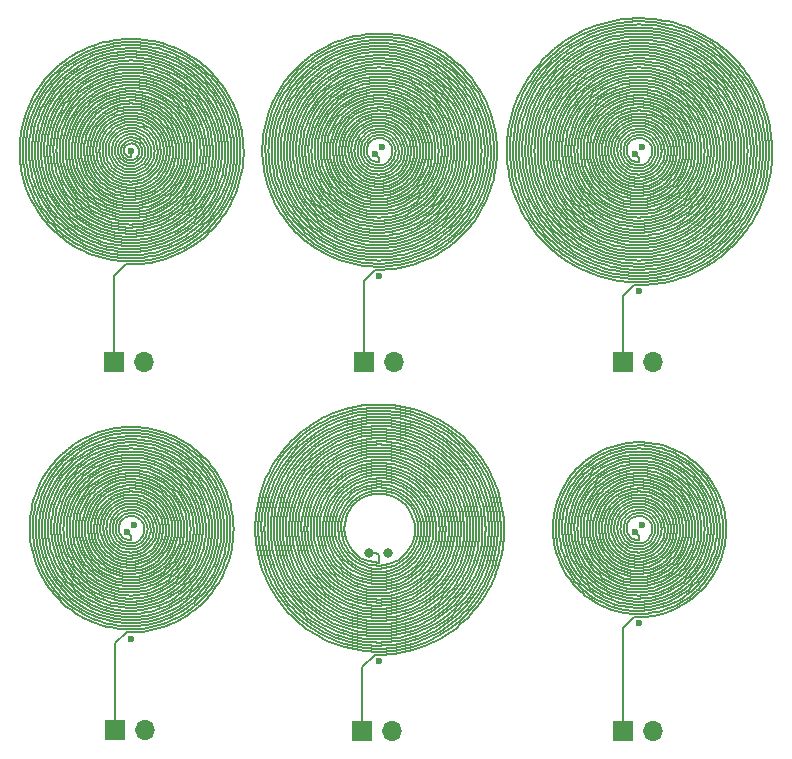
<source format=gbr>
%TF.GenerationSoftware,KiCad,Pcbnew,(5.1.6)-1*%
%TF.CreationDate,2020-09-18T13:43:38+05:30*%
%TF.ProjectId,PCB Electromagnet,50434220-456c-4656-9374-726f6d61676e,rev?*%
%TF.SameCoordinates,Original*%
%TF.FileFunction,Copper,L1,Top*%
%TF.FilePolarity,Positive*%
%FSLAX46Y46*%
G04 Gerber Fmt 4.6, Leading zero omitted, Abs format (unit mm)*
G04 Created by KiCad (PCBNEW (5.1.6)-1) date 2020-09-18 13:43:38*
%MOMM*%
%LPD*%
G01*
G04 APERTURE LIST*
%TA.AperFunction,ComponentPad*%
%ADD10R,1.700000X1.700000*%
%TD*%
%TA.AperFunction,ComponentPad*%
%ADD11O,1.700000X1.700000*%
%TD*%
%TA.AperFunction,ViaPad*%
%ADD12C,0.600000*%
%TD*%
%TA.AperFunction,ViaPad*%
%ADD13C,0.800000*%
%TD*%
%TA.AperFunction,Conductor*%
%ADD14C,0.130000*%
%TD*%
%TA.AperFunction,Conductor*%
%ADD15C,0.127000*%
%TD*%
G04 APERTURE END LIST*
D10*
%TO.P,J1,1*%
%TO.N,Net-(J1-Pad1)*%
X58600000Y-77900000D03*
D11*
%TO.P,J1,2*%
X61140000Y-77900000D03*
%TD*%
D10*
%TO.P,J2,1*%
%TO.N,Net-(J2-Pad1)*%
X79700000Y-77900000D03*
D11*
%TO.P,J2,2*%
X82240000Y-77900000D03*
%TD*%
D10*
%TO.P,J3,1*%
%TO.N,Net-(J3-Pad1)*%
X101700000Y-77900000D03*
D11*
%TO.P,J3,2*%
X104240000Y-77900000D03*
%TD*%
D10*
%TO.P,J4,1*%
%TO.N,Net-(J4-Pad1)*%
X58700000Y-109000000D03*
D11*
%TO.P,J4,2*%
X61240000Y-109000000D03*
%TD*%
%TO.P,J5,2*%
%TO.N,Net-(J5-Pad1)*%
X82140000Y-109100000D03*
D10*
%TO.P,J5,1*%
X79600000Y-109100000D03*
%TD*%
%TO.P,J6,1*%
%TO.N,Net-(J6-Pad1)*%
X101700000Y-109100000D03*
D11*
%TO.P,J6,2*%
X104240000Y-109100000D03*
%TD*%
D12*
%TO.N,Net-(J1-Pad1)*%
X60000000Y-60000000D03*
%TO.N,Net-(J2-Pad1)*%
X80700000Y-60300000D03*
X81300000Y-59700000D03*
X81000000Y-70600000D03*
%TO.N,Net-(J3-Pad1)*%
X102700000Y-60300000D03*
X103300000Y-59700000D03*
X103000000Y-71900000D03*
%TO.N,Net-(J4-Pad1)*%
X59700000Y-92300000D03*
X60300000Y-91700000D03*
X60000000Y-101300000D03*
D13*
%TO.N,Net-(J5-Pad1)*%
X80200000Y-94000000D03*
X81800000Y-94000000D03*
D12*
X81000000Y-103200000D03*
%TO.N,Net-(J6-Pad1)*%
X102700000Y-92300000D03*
X103300000Y-91700000D03*
X103000000Y-100000000D03*
%TD*%
D14*
%TO.N,Net-(J1-Pad1)*%
X60000000Y-60510000D02*
X59926578Y-60510658D01*
X59926578Y-60510658D02*
X59852987Y-60500681D01*
X59852987Y-60500681D02*
X59780774Y-60480038D01*
X59780774Y-60480038D02*
X59711494Y-60448923D01*
X59711494Y-60448923D02*
X59646673Y-60407761D01*
X59646673Y-60407761D02*
X59587773Y-60357197D01*
X59587773Y-60357197D02*
X59536163Y-60298090D01*
X59536163Y-60298090D02*
X59493087Y-60231499D01*
X59493087Y-60231499D02*
X59459631Y-60158667D01*
X59459631Y-60158667D02*
X59436702Y-60080990D01*
X59436702Y-60080990D02*
X59425000Y-60000000D01*
X59425000Y-60000000D02*
X59425004Y-59917328D01*
X59425004Y-59917328D02*
X59436952Y-59834674D01*
X59436952Y-59834674D02*
X59460836Y-59753772D01*
X59460836Y-59753772D02*
X59496395Y-59676353D01*
X59496395Y-59676353D02*
X59543115Y-59604107D01*
X59543115Y-59604107D02*
X59600237Y-59538649D01*
X59600237Y-59538649D02*
X59666769Y-59481482D01*
X59666769Y-59481482D02*
X59741499Y-59433961D01*
X59741499Y-59433961D02*
X59823021Y-59397264D01*
X59823021Y-59397264D02*
X59909759Y-59372363D01*
X59909759Y-59372363D02*
X60000000Y-59360000D01*
X60000000Y-59360000D02*
X60091922Y-59360665D01*
X60091922Y-59360665D02*
X60183638Y-59374585D01*
X60183638Y-59374585D02*
X60273230Y-59401710D01*
X60273230Y-59401710D02*
X60358789Y-59441714D01*
X60358789Y-59441714D02*
X60438459Y-59493991D01*
X60438459Y-59493991D02*
X60510474Y-59557671D01*
X60510474Y-59557671D02*
X60573200Y-59631627D01*
X60573200Y-59631627D02*
X60625165Y-59714497D01*
X60625165Y-59714497D02*
X60665103Y-59804708D01*
X60665103Y-59804708D02*
X60691975Y-59900509D01*
X60691975Y-59900509D02*
X60705000Y-60000000D01*
X60705000Y-60000000D02*
X60703673Y-60101173D01*
X60703673Y-60101173D02*
X60687782Y-60201951D01*
X60687782Y-60201951D02*
X60657416Y-60300232D01*
X60657416Y-60300232D02*
X60612968Y-60393931D01*
X60612968Y-60393931D02*
X60555132Y-60481025D01*
X60555132Y-60481025D02*
X60484895Y-60559598D01*
X60484895Y-60559598D02*
X60403515Y-60627881D01*
X60403515Y-60627881D02*
X60312505Y-60684291D01*
X60312505Y-60684291D02*
X60213605Y-60727470D01*
X60213605Y-60727470D02*
X60108741Y-60756314D01*
X60108741Y-60756314D02*
X60000000Y-60770000D01*
X60000000Y-60770000D02*
X59898788Y-60768783D01*
X59898788Y-60768783D02*
X59797905Y-60754227D01*
X59797905Y-60754227D02*
X59699115Y-60726400D01*
X59699115Y-60726400D02*
X59604167Y-60685603D01*
X59604167Y-60685603D02*
X59514766Y-60632369D01*
X59514766Y-60632369D02*
X59432547Y-60567453D01*
X59432547Y-60567453D02*
X59359037Y-60491829D01*
X59359037Y-60491829D02*
X59295633Y-60406667D01*
X59295633Y-60406667D02*
X59243574Y-60313322D01*
X59243574Y-60313322D02*
X59203916Y-60213310D01*
X59203916Y-60213310D02*
X59177514Y-60108282D01*
X59177514Y-60108282D02*
X59165000Y-60000000D01*
X59165000Y-60000000D02*
X59166773Y-59890304D01*
X59166773Y-59890304D02*
X59182988Y-59781082D01*
X59182988Y-59781082D02*
X59213548Y-59674241D01*
X59213548Y-59674241D02*
X59258105Y-59571667D01*
X59258105Y-59571667D02*
X59316063Y-59475197D01*
X59316063Y-59475197D02*
X59386585Y-59386585D01*
X59386585Y-59386585D02*
X59468602Y-59307469D01*
X59468602Y-59307469D02*
X59560833Y-59239341D01*
X59560833Y-59239341D02*
X59661804Y-59183521D01*
X59661804Y-59183521D02*
X59769867Y-59141131D01*
X59769867Y-59141131D02*
X59883233Y-59113070D01*
X59883233Y-59113070D02*
X60000000Y-59100000D01*
X60000000Y-59100000D02*
X60118181Y-59102329D01*
X60118181Y-59102329D02*
X60235741Y-59120203D01*
X60235741Y-59120203D02*
X60350634Y-59153495D01*
X60350634Y-59153495D02*
X60460833Y-59201813D01*
X60460833Y-59201813D02*
X60564373Y-59264495D01*
X60564373Y-59264495D02*
X60659377Y-59340623D01*
X60659377Y-59340623D02*
X60744099Y-59429033D01*
X60744099Y-59429033D02*
X60816951Y-59528333D01*
X60816951Y-59528333D02*
X60876531Y-59636929D01*
X60876531Y-59636929D02*
X60921654Y-59753043D01*
X60921654Y-59753043D02*
X60951374Y-59874749D01*
X60951374Y-59874749D02*
X60965000Y-60000000D01*
X60965000Y-60000000D02*
X60962115Y-60126665D01*
X60962115Y-60126665D02*
X60942583Y-60252564D01*
X60942583Y-60252564D02*
X60906557Y-60375508D01*
X60906557Y-60375508D02*
X60854478Y-60493333D01*
X60854478Y-60493333D02*
X60787073Y-60603942D01*
X60787073Y-60603942D02*
X60705339Y-60705339D01*
X60705339Y-60705339D02*
X60610537Y-60795667D01*
X60610537Y-60795667D02*
X60504167Y-60873242D01*
X60504167Y-60873242D02*
X60387945Y-60936583D01*
X60387945Y-60936583D02*
X60263780Y-60984439D01*
X60263780Y-60984439D02*
X60133735Y-61015818D01*
X60133735Y-61015818D02*
X60000000Y-61030000D01*
X60000000Y-61030000D02*
X59875245Y-61027454D01*
X59875245Y-61027454D02*
X59751112Y-61009779D01*
X59751112Y-61009779D02*
X59629438Y-60977092D01*
X59629438Y-60977092D02*
X59512041Y-60929729D01*
X59512041Y-60929729D02*
X59400692Y-60868248D01*
X59400692Y-60868248D02*
X59297090Y-60793421D01*
X59297090Y-60793421D02*
X59202836Y-60706226D01*
X59202836Y-60706226D02*
X59119407Y-60607829D01*
X59119407Y-60607829D02*
X59048135Y-60499577D01*
X59048135Y-60499577D02*
X58990182Y-60382973D01*
X58990182Y-60382973D02*
X58946528Y-60259657D01*
X58946528Y-60259657D02*
X58917947Y-60131385D01*
X58917947Y-60131385D02*
X58905000Y-60000000D01*
X58905000Y-60000000D02*
X58908020Y-59867410D01*
X58908020Y-59867410D02*
X58927109Y-59735556D01*
X58927109Y-59735556D02*
X58962132Y-59606389D01*
X58962132Y-59606389D02*
X59012717Y-59481834D01*
X59012717Y-59481834D02*
X59078258Y-59363767D01*
X59078258Y-59363767D02*
X59157925Y-59253987D01*
X59157925Y-59253987D02*
X59250671Y-59154183D01*
X59250671Y-59154183D02*
X59355247Y-59065913D01*
X59355247Y-59065913D02*
X59470216Y-58990580D01*
X59470216Y-58990580D02*
X59593977Y-58929406D01*
X59593977Y-58929406D02*
X59724787Y-58883417D01*
X59724787Y-58883417D02*
X59860780Y-58853421D01*
X59860780Y-58853421D02*
X60000000Y-58840000D01*
X60000000Y-58840000D02*
X60140425Y-58843494D01*
X60140425Y-58843494D02*
X60279999Y-58863998D01*
X60279999Y-58863998D02*
X60416661Y-58901356D01*
X60416661Y-58901356D02*
X60548373Y-58955162D01*
X60548373Y-58955162D02*
X60673157Y-59024764D01*
X60673157Y-59024764D02*
X60789116Y-59109272D01*
X60789116Y-59109272D02*
X60894470Y-59207568D01*
X60894470Y-59207568D02*
X60987581Y-59318322D01*
X60987581Y-59318322D02*
X61066975Y-59440009D01*
X61066975Y-59440009D02*
X61131370Y-59570928D01*
X61131370Y-59570928D02*
X61179694Y-59709231D01*
X61179694Y-59709231D02*
X61211105Y-59852945D01*
X61211105Y-59852945D02*
X61225000Y-60000000D01*
X61225000Y-60000000D02*
X61221032Y-60148260D01*
X61221032Y-60148260D02*
X61199113Y-60295555D01*
X61199113Y-60295555D02*
X61159420Y-60439710D01*
X61159420Y-60439710D02*
X61102393Y-60578580D01*
X61102393Y-60578580D02*
X61028730Y-60710081D01*
X61028730Y-60710081D02*
X60939381Y-60832219D01*
X60939381Y-60832219D02*
X60835535Y-60943124D01*
X60835535Y-60943124D02*
X60718602Y-61041075D01*
X60718602Y-61041075D02*
X60590198Y-61124529D01*
X60590198Y-61124529D02*
X60452121Y-61192146D01*
X60452121Y-61192146D02*
X60306324Y-61242806D01*
X60306324Y-61242806D02*
X60154890Y-61275631D01*
X60154890Y-61275631D02*
X60000000Y-61290000D01*
X60000000Y-61290000D02*
X59855046Y-61286502D01*
X59855046Y-61286502D02*
X59710882Y-61266710D01*
X59710882Y-61266710D02*
X59569340Y-61230756D01*
X59569340Y-61230756D02*
X59432232Y-61178982D01*
X59432232Y-61178982D02*
X59301328Y-61111930D01*
X59301328Y-61111930D02*
X59178330Y-61030342D01*
X59178330Y-61030342D02*
X59064851Y-60935149D01*
X59064851Y-60935149D02*
X58962398Y-60827460D01*
X58962398Y-60827460D02*
X58872345Y-60708553D01*
X58872345Y-60708553D02*
X58795919Y-60579855D01*
X58795919Y-60579855D02*
X58734185Y-60442928D01*
X58734185Y-60442928D02*
X58688026Y-60299450D01*
X58688026Y-60299450D02*
X58658134Y-60151192D01*
X58658134Y-60151192D02*
X58645000Y-60000000D01*
X58645000Y-60000000D02*
X58648906Y-59847768D01*
X58648906Y-59847768D02*
X58669920Y-59696418D01*
X58669920Y-59696418D02*
X58707891Y-59547872D01*
X58707891Y-59547872D02*
X58762455Y-59404030D01*
X58762455Y-59404030D02*
X58833033Y-59266746D01*
X58833033Y-59266746D02*
X58918839Y-59137803D01*
X58918839Y-59137803D02*
X59018889Y-59018889D01*
X59018889Y-59018889D02*
X59132013Y-58911579D01*
X59132013Y-58911579D02*
X59256865Y-58817308D01*
X59256865Y-58817308D02*
X59391943Y-58737356D01*
X59391943Y-58737356D02*
X59535604Y-58672833D01*
X59535604Y-58672833D02*
X59686087Y-58624655D01*
X59686087Y-58624655D02*
X59841530Y-58593542D01*
X59841530Y-58593542D02*
X60000000Y-58580000D01*
X60000000Y-58580000D02*
X60159509Y-58584315D01*
X60159509Y-58584315D02*
X60318046Y-58606549D01*
X60318046Y-58606549D02*
X60473597Y-58646539D01*
X60473597Y-58646539D02*
X60624173Y-58703892D01*
X60624173Y-58703892D02*
X60767836Y-58777996D01*
X60767836Y-58777996D02*
X60902724Y-58868020D01*
X60902724Y-58868020D02*
X61027073Y-58972927D01*
X61027073Y-58972927D02*
X61139240Y-59091486D01*
X61139240Y-59091486D02*
X61237729Y-59222283D01*
X61237729Y-59222283D02*
X61321206Y-59363740D01*
X61321206Y-59363740D02*
X61388520Y-59514136D01*
X61388520Y-59514136D02*
X61438715Y-59671623D01*
X61438715Y-59671623D02*
X61471049Y-59834253D01*
X61471049Y-59834253D02*
X61485000Y-60000000D01*
X61485000Y-60000000D02*
X61480276Y-60166787D01*
X61480276Y-60166787D02*
X61456821Y-60332510D01*
X61456821Y-60332510D02*
X61414814Y-60495065D01*
X61414814Y-60495065D02*
X61354671Y-60652375D01*
X61354671Y-60652375D02*
X61277042Y-60802418D01*
X61277042Y-60802418D02*
X61182799Y-60943251D01*
X61182799Y-60943251D02*
X61073035Y-61073035D01*
X61073035Y-61073035D02*
X60949041Y-61190059D01*
X60949041Y-61190059D02*
X60812299Y-61292766D01*
X60812299Y-61292766D02*
X60664462Y-61379769D01*
X60664462Y-61379769D02*
X60507332Y-61449872D01*
X60507332Y-61449872D02*
X60342841Y-61502085D01*
X60342841Y-61502085D02*
X60173025Y-61535640D01*
X60173025Y-61535640D02*
X60000000Y-61550000D01*
X60000000Y-61550000D02*
X59837528Y-61545819D01*
X59837528Y-61545819D02*
X59675935Y-61524606D01*
X59675935Y-61524606D02*
X59517006Y-61486501D01*
X59517006Y-61486501D02*
X59362508Y-61431830D01*
X59362508Y-61431830D02*
X59214167Y-61361103D01*
X59214167Y-61361103D02*
X59073650Y-61275011D01*
X59073650Y-61275011D02*
X58942551Y-61174417D01*
X58942551Y-61174417D02*
X58822363Y-61060349D01*
X58822363Y-61060349D02*
X58714472Y-60933991D01*
X58714472Y-60933991D02*
X58620133Y-60796667D01*
X58620133Y-60796667D02*
X58540459Y-60649830D01*
X58540459Y-60649830D02*
X58476407Y-60495045D01*
X58476407Y-60495045D02*
X58428769Y-60333975D01*
X58428769Y-60333975D02*
X58398157Y-60168361D01*
X58398157Y-60168361D02*
X58385000Y-60000000D01*
X58385000Y-60000000D02*
X58389538Y-59830734D01*
X58389538Y-59830734D02*
X58411814Y-59662421D01*
X58411814Y-59662421D02*
X58451680Y-59496920D01*
X58451680Y-59496920D02*
X58508789Y-59336070D01*
X58508789Y-59336070D02*
X58582605Y-59181667D01*
X58582605Y-59181667D02*
X58672403Y-59035444D01*
X58672403Y-59035444D02*
X58777279Y-58899057D01*
X58777279Y-58899057D02*
X58896158Y-58774059D01*
X58896158Y-58774059D02*
X59027803Y-58661886D01*
X59027803Y-58661886D02*
X59170833Y-58563841D01*
X59170833Y-58563841D02*
X59323733Y-58481078D01*
X59323733Y-58481078D02*
X59484869Y-58414589D01*
X59484869Y-58414589D02*
X59652510Y-58365189D01*
X59652510Y-58365189D02*
X59824845Y-58333513D01*
X59824845Y-58333513D02*
X60000000Y-58320000D01*
X60000000Y-58320000D02*
X60176061Y-58324894D01*
X60176061Y-58324894D02*
X60351094Y-58348235D01*
X60351094Y-58348235D02*
X60523166Y-58389861D01*
X60523166Y-58389861D02*
X60690368Y-58449409D01*
X60690368Y-58449409D02*
X60850833Y-58526313D01*
X60850833Y-58526313D02*
X61002762Y-58619817D01*
X61002762Y-58619817D02*
X61144436Y-58728975D01*
X61144436Y-58728975D02*
X61274246Y-58852664D01*
X61274246Y-58852664D02*
X61390700Y-58989597D01*
X61390700Y-58989597D02*
X61492450Y-59138333D01*
X61492450Y-59138333D02*
X61578302Y-59297295D01*
X61578302Y-59297295D02*
X61647230Y-59464783D01*
X61647230Y-59464783D02*
X61698390Y-59638996D01*
X61698390Y-59638996D02*
X61731131Y-59818051D01*
X61731131Y-59818051D02*
X61745000Y-60000000D01*
X61745000Y-60000000D02*
X61739750Y-60182855D01*
X61739750Y-60182855D02*
X61715345Y-60364608D01*
X61715345Y-60364608D02*
X61671957Y-60543252D01*
X61671957Y-60543252D02*
X61609972Y-60716806D01*
X61609972Y-60716806D02*
X61529978Y-60883333D01*
X61529978Y-60883333D02*
X61432769Y-61040968D01*
X61432769Y-61040968D02*
X61319330Y-61187930D01*
X61319330Y-61187930D02*
X61190829Y-61322550D01*
X61190829Y-61322550D02*
X61048609Y-61443286D01*
X61048609Y-61443286D02*
X60894167Y-61548742D01*
X60894167Y-61548742D02*
X60729143Y-61637682D01*
X60729143Y-61637682D02*
X60555304Y-61709049D01*
X60555304Y-61709049D02*
X60374518Y-61761970D01*
X60374518Y-61761970D02*
X60188744Y-61795775D01*
X60188744Y-61795775D02*
X60000000Y-61810000D01*
X60000000Y-61810000D02*
X59822191Y-61805327D01*
X59822191Y-61805327D02*
X59645301Y-61783190D01*
X59645301Y-61783190D02*
X59471047Y-61743725D01*
X59471047Y-61743725D02*
X59301124Y-61687235D01*
X59301124Y-61687235D02*
X59137197Y-61614192D01*
X59137197Y-61614192D02*
X58980876Y-61525227D01*
X58980876Y-61525227D02*
X58833708Y-61421131D01*
X58833708Y-61421131D02*
X58697156Y-61302844D01*
X58697156Y-61302844D02*
X58572588Y-61171447D01*
X58572588Y-61171447D02*
X58461262Y-61028152D01*
X58461262Y-61028152D02*
X58364312Y-60874294D01*
X58364312Y-60874294D02*
X58282739Y-60711313D01*
X58282739Y-60711313D02*
X58217400Y-60540746D01*
X58217400Y-60540746D02*
X58168996Y-60364209D01*
X58168996Y-60364209D02*
X58138072Y-60183384D01*
X58138072Y-60183384D02*
X58125000Y-60000000D01*
X58125000Y-60000000D02*
X58129986Y-59815820D01*
X58129986Y-59815820D02*
X58153059Y-59632621D01*
X58153059Y-59632621D02*
X58194074Y-59452178D01*
X58194074Y-59452178D02*
X58252713Y-59276250D01*
X58252713Y-59276250D02*
X58328484Y-59106556D01*
X58328484Y-59106556D02*
X58420727Y-58944764D01*
X58420727Y-58944764D02*
X58528623Y-58792472D01*
X58528623Y-58792472D02*
X58651194Y-58651194D01*
X58651194Y-58651194D02*
X58787318Y-58522342D01*
X58787318Y-58522342D02*
X58935736Y-58407216D01*
X58935736Y-58407216D02*
X59095066Y-58306987D01*
X59095066Y-58306987D02*
X59263813Y-58222687D01*
X59263813Y-58222687D02*
X59440386Y-58155198D01*
X59440386Y-58155198D02*
X59623110Y-58105245D01*
X59623110Y-58105245D02*
X59810245Y-58073385D01*
X59810245Y-58073385D02*
X60000000Y-58060000D01*
X60000000Y-58060000D02*
X60190551Y-58065299D01*
X60190551Y-58065299D02*
X60380060Y-58089308D01*
X60380060Y-58089308D02*
X60566690Y-58131873D01*
X60566690Y-58131873D02*
X60748624Y-58192661D01*
X60748624Y-58192661D02*
X60924085Y-58271159D01*
X60924085Y-58271159D02*
X61091348Y-58366682D01*
X61091348Y-58366682D02*
X61248764Y-58478377D01*
X61248764Y-58478377D02*
X61394768Y-58605232D01*
X61394768Y-58605232D02*
X61527903Y-58746082D01*
X61527903Y-58746082D02*
X61646830Y-58899624D01*
X61646830Y-58899624D02*
X61750338Y-59064425D01*
X61750338Y-59064425D02*
X61837365Y-59238938D01*
X61837365Y-59238938D02*
X61907003Y-59421517D01*
X61907003Y-59421517D02*
X61958506Y-59610429D01*
X61958506Y-59610429D02*
X61991302Y-59803874D01*
X61991302Y-59803874D02*
X62005000Y-60000000D01*
X62005000Y-60000000D02*
X61999388Y-60196923D01*
X61999388Y-60196923D02*
X61974443Y-60392741D01*
X61974443Y-60392741D02*
X61930328Y-60585559D01*
X61930328Y-60585559D02*
X61867392Y-60773499D01*
X61867392Y-60773499D02*
X61786166Y-60954726D01*
X61786166Y-60954726D02*
X61687364Y-61127460D01*
X61687364Y-61127460D02*
X61571868Y-61289999D01*
X61571868Y-61289999D02*
X61440730Y-61440730D01*
X61440730Y-61440730D02*
X61295154Y-61578149D01*
X61295154Y-61578149D02*
X61136488Y-61700875D01*
X61136488Y-61700875D02*
X60966216Y-61807663D01*
X60966216Y-61807663D02*
X60785936Y-61897418D01*
X60785936Y-61897418D02*
X60597351Y-61969204D01*
X60597351Y-61969204D02*
X60402252Y-62022257D01*
X60402252Y-62022257D02*
X60202497Y-62055989D01*
X60202497Y-62055989D02*
X60000000Y-62070000D01*
X60000000Y-62070000D02*
X59808652Y-62064977D01*
X59808652Y-62064977D02*
X59618233Y-62042271D01*
X59618233Y-62042271D02*
X59430379Y-62002012D01*
X59430379Y-62002012D02*
X59246705Y-61944479D01*
X59246705Y-61944479D02*
X59068800Y-61870101D01*
X59068800Y-61870101D02*
X58898208Y-61779454D01*
X58898208Y-61779454D02*
X58736417Y-61673254D01*
X58736417Y-61673254D02*
X58584843Y-61552353D01*
X58584843Y-61552353D02*
X58444821Y-61417733D01*
X58444821Y-61417733D02*
X58317592Y-61270496D01*
X58317592Y-61270496D02*
X58204291Y-61111856D01*
X58204291Y-61111856D02*
X58105940Y-60943130D01*
X58105940Y-60943130D02*
X58023433Y-60765726D01*
X58023433Y-60765726D02*
X57957535Y-60581131D01*
X57957535Y-60581131D02*
X57908869Y-60390900D01*
X57908869Y-60390900D02*
X57877915Y-60196640D01*
X57877915Y-60196640D02*
X57865000Y-60000000D01*
X57865000Y-60000000D02*
X57870300Y-59802654D01*
X57870300Y-59802654D02*
X57893836Y-59606290D01*
X57893836Y-59606290D02*
X57935470Y-59412590D01*
X57935470Y-59412590D02*
X57994910Y-59223224D01*
X57994910Y-59223224D02*
X58071713Y-59039827D01*
X58071713Y-59039827D02*
X58165281Y-58863990D01*
X58165281Y-58863990D02*
X58274875Y-58697246D01*
X58274875Y-58697246D02*
X58399611Y-58541053D01*
X58399611Y-58541053D02*
X58538477Y-58396785D01*
X58538477Y-58396785D02*
X58690333Y-58265721D01*
X58690333Y-58265721D02*
X58853926Y-58149027D01*
X58853926Y-58149027D02*
X59027897Y-58047754D01*
X59027897Y-58047754D02*
X59210793Y-57962822D01*
X59210793Y-57962822D02*
X59401080Y-57895016D01*
X59401080Y-57895016D02*
X59597156Y-57844976D01*
X59597156Y-57844976D02*
X59797362Y-57813192D01*
X59797362Y-57813192D02*
X60000000Y-57800000D01*
X60000000Y-57800000D02*
X60203343Y-57805578D01*
X60203343Y-57805578D02*
X60405654Y-57829942D01*
X60405654Y-57829942D02*
X60605198Y-57872951D01*
X60605198Y-57872951D02*
X60800257Y-57934300D01*
X60800257Y-57934300D02*
X60989146Y-58013527D01*
X60989146Y-58013527D02*
X61170228Y-58110017D01*
X61170228Y-58110017D02*
X61341926Y-58223003D01*
X61341926Y-58223003D02*
X61502738Y-58351575D01*
X61502738Y-58351575D02*
X61651250Y-58494687D01*
X61651250Y-58494687D02*
X61786150Y-58651162D01*
X61786150Y-58651162D02*
X61906237Y-58819708D01*
X61906237Y-58819708D02*
X62010431Y-58998924D01*
X62010431Y-58998924D02*
X62097788Y-59187312D01*
X62097788Y-59187312D02*
X62167502Y-59383292D01*
X62167502Y-59383292D02*
X62218917Y-59585212D01*
X62218917Y-59585212D02*
X62251531Y-59791365D01*
X62251531Y-59791365D02*
X62265000Y-60000000D01*
X62265000Y-60000000D02*
X62259145Y-60209341D01*
X62259145Y-60209341D02*
X62233951Y-60417598D01*
X62233951Y-60417598D02*
X62189568Y-60622986D01*
X62189568Y-60622986D02*
X62126311Y-60823737D01*
X62126311Y-60823737D02*
X62044658Y-61018119D01*
X62044658Y-61018119D02*
X61945247Y-61204446D01*
X61945247Y-61204446D02*
X61828868Y-61381097D01*
X61828868Y-61381097D02*
X61696460Y-61546528D01*
X61696460Y-61546528D02*
X61549104Y-61699286D01*
X61549104Y-61699286D02*
X61388009Y-61838021D01*
X61388009Y-61838021D02*
X61214510Y-61961501D01*
X61214510Y-61961501D02*
X61030049Y-62068617D01*
X61030049Y-62068617D02*
X60836168Y-62158399D01*
X60836168Y-62158399D02*
X60634496Y-62230021D01*
X60634496Y-62230021D02*
X60426731Y-62282810D01*
X60426731Y-62282810D02*
X60214632Y-62316253D01*
X60214632Y-62316253D02*
X60000000Y-62330000D01*
X60000000Y-62330000D02*
X59796612Y-62324731D01*
X59796612Y-62324731D02*
X59594146Y-62301715D01*
X59594146Y-62301715D02*
X59394148Y-62261071D01*
X59394148Y-62261071D02*
X59198153Y-62203057D01*
X59198153Y-62203057D02*
X59007669Y-62128061D01*
X59007669Y-62128061D02*
X58824167Y-62036603D01*
X58824167Y-62036603D02*
X58649068Y-61929331D01*
X58649068Y-61929331D02*
X58483735Y-61807014D01*
X58483735Y-61807014D02*
X58329460Y-61670540D01*
X58329460Y-61670540D02*
X58187454Y-61520907D01*
X58187454Y-61520907D02*
X58058837Y-61359217D01*
X58058837Y-61359217D02*
X57944633Y-61186667D01*
X57944633Y-61186667D02*
X57845757Y-61004540D01*
X57845757Y-61004540D02*
X57763010Y-60814198D01*
X57763010Y-60814198D02*
X57697072Y-60617068D01*
X57697072Y-60617068D02*
X57648498Y-60414633D01*
X57648498Y-60414633D02*
X57617711Y-60208423D01*
X57617711Y-60208423D02*
X57605000Y-60000000D01*
X57605000Y-60000000D02*
X57610516Y-59790947D01*
X57610516Y-59790947D02*
X57634273Y-59582858D01*
X57634273Y-59582858D02*
X57676143Y-59377325D01*
X57676143Y-59377325D02*
X57735863Y-59175921D01*
X57735863Y-59175921D02*
X57813029Y-58980199D01*
X57813029Y-58980199D02*
X57907105Y-58791667D01*
X57907105Y-58791667D02*
X58017425Y-58611786D01*
X58017425Y-58611786D02*
X58143193Y-58441954D01*
X58143193Y-58441954D02*
X58283498Y-58283498D01*
X58283498Y-58283498D02*
X58437312Y-58137661D01*
X58437312Y-58137661D02*
X58603501Y-58005592D01*
X58603501Y-58005592D02*
X58780833Y-57888341D01*
X58780833Y-57888341D02*
X58967990Y-57786847D01*
X58967990Y-57786847D02*
X59163571Y-57701929D01*
X59163571Y-57701929D02*
X59366109Y-57634287D01*
X59366109Y-57634287D02*
X59574080Y-57584485D01*
X59574080Y-57584485D02*
X59785912Y-57552958D01*
X59785912Y-57552958D02*
X60000000Y-57540000D01*
X60000000Y-57540000D02*
X60214718Y-57545764D01*
X60214718Y-57545764D02*
X60428429Y-57570260D01*
X60428429Y-57570260D02*
X60639499Y-57613358D01*
X60639499Y-57613358D02*
X60846310Y-57674783D01*
X60846310Y-57674783D02*
X61047272Y-57754119D01*
X61047272Y-57754119D02*
X61240833Y-57850814D01*
X61240833Y-57850814D02*
X61425497Y-57964180D01*
X61425497Y-57964180D02*
X61599827Y-58093400D01*
X61599827Y-58093400D02*
X61762464Y-58237536D01*
X61762464Y-58237536D02*
X61912132Y-58395531D01*
X61912132Y-58395531D02*
X62047653Y-58566218D01*
X62047653Y-58566218D02*
X62167950Y-58748333D01*
X62167950Y-58748333D02*
X62272063Y-58940519D01*
X62272063Y-58940519D02*
X62359151Y-59141339D01*
X62359151Y-59141339D02*
X62428499Y-59349286D01*
X62428499Y-59349286D02*
X62479527Y-59562792D01*
X62479527Y-59562792D02*
X62511794Y-59780246D01*
X62511794Y-59780246D02*
X62525000Y-60000000D01*
X62525000Y-60000000D02*
X62518989Y-60220383D01*
X62518989Y-60220383D02*
X62493752Y-60439716D01*
X62493752Y-60439716D02*
X62449427Y-60656322D01*
X62449427Y-60656322D02*
X62386297Y-60868541D01*
X62386297Y-60868541D02*
X62304791Y-61074742D01*
X62304791Y-61074742D02*
X62205478Y-61273333D01*
X62205478Y-61273333D02*
X62089065Y-61462779D01*
X62089065Y-61462779D02*
X61956392Y-61641608D01*
X61956392Y-61641608D02*
X61808426Y-61808426D01*
X61808426Y-61808426D02*
X61646250Y-61961925D01*
X61646250Y-61961925D02*
X61471064Y-62100897D01*
X61471064Y-62100897D02*
X61284167Y-62224242D01*
X61284167Y-62224242D02*
X61086951Y-62330973D01*
X61086951Y-62330973D02*
X60880892Y-62420231D01*
X60880892Y-62420231D02*
X60667537Y-62491284D01*
X60667537Y-62491284D02*
X60448495Y-62543540D01*
X60448495Y-62543540D02*
X60225419Y-62576547D01*
X60225419Y-62576547D02*
X60000000Y-62590000D01*
X60000000Y-62590000D02*
X59785837Y-62584563D01*
X59785837Y-62584563D02*
X59572574Y-62561425D01*
X59572574Y-62561425D02*
X59361673Y-62520696D01*
X59361673Y-62520696D02*
X59154585Y-62462609D01*
X59154585Y-62462609D02*
X58952738Y-62387517D01*
X58952738Y-62387517D02*
X58757527Y-62295889D01*
X58757527Y-62295889D02*
X58570306Y-62188309D01*
X58570306Y-62188309D02*
X58392379Y-62065471D01*
X58392379Y-62065471D02*
X58224988Y-61928177D01*
X58224988Y-61928177D02*
X58069306Y-61777329D01*
X58069306Y-61777329D02*
X57926429Y-61613925D01*
X57926429Y-61613925D02*
X57797371Y-61439049D01*
X57797371Y-61439049D02*
X57683050Y-61253871D01*
X57683050Y-61253871D02*
X57584286Y-61059630D01*
X57584286Y-61059630D02*
X57501798Y-60857634D01*
X57501798Y-60857634D02*
X57436191Y-60649245D01*
X57436191Y-60649245D02*
X57387960Y-60435872D01*
X57387960Y-60435872D02*
X57357478Y-60218966D01*
X57357478Y-60218966D02*
X57345000Y-60000000D01*
X57345000Y-60000000D02*
X57350659Y-59780469D01*
X57350659Y-59780469D02*
X57374462Y-59561875D01*
X57374462Y-59561875D02*
X57416293Y-59345717D01*
X57416293Y-59345717D02*
X57475912Y-59133480D01*
X57475912Y-59133480D02*
X57552957Y-58926628D01*
X57552957Y-58926628D02*
X57646945Y-58726590D01*
X57646945Y-58726590D02*
X57757275Y-58534755D01*
X57757275Y-58534755D02*
X57883234Y-58352455D01*
X57883234Y-58352455D02*
X58024000Y-58180964D01*
X58024000Y-58180964D02*
X58178647Y-58021484D01*
X58178647Y-58021484D02*
X58346151Y-57875135D01*
X58346151Y-57875135D02*
X58525399Y-57742955D01*
X58525399Y-57742955D02*
X58715193Y-57625884D01*
X58715193Y-57625884D02*
X58914260Y-57524761D01*
X58914260Y-57524761D02*
X59121261Y-57440320D01*
X59121261Y-57440320D02*
X59334799Y-57373180D01*
X59334799Y-57373180D02*
X59553429Y-57323846D01*
X59553429Y-57323846D02*
X59775667Y-57292700D01*
X59775667Y-57292700D02*
X60000000Y-57280000D01*
X60000000Y-57280000D02*
X60224898Y-57285881D01*
X60224898Y-57285881D02*
X60448823Y-57310348D01*
X60448823Y-57310348D02*
X60670240Y-57353282D01*
X60670240Y-57353282D02*
X60887626Y-57414434D01*
X60887626Y-57414434D02*
X61099483Y-57493432D01*
X61099483Y-57493432D02*
X61304346Y-57589779D01*
X61304346Y-57589779D02*
X61500797Y-57702859D01*
X61500797Y-57702859D02*
X61687469Y-57831940D01*
X61687469Y-57831940D02*
X61863059Y-57976178D01*
X61863059Y-57976178D02*
X62026339Y-58134624D01*
X62026339Y-58134624D02*
X62176159Y-58306228D01*
X62176159Y-58306228D02*
X62311461Y-58489847D01*
X62311461Y-58489847D02*
X62431282Y-58684256D01*
X62431282Y-58684256D02*
X62534764Y-58888149D01*
X62534764Y-58888149D02*
X62621158Y-59100155D01*
X62621158Y-59100155D02*
X62689831Y-59318842D01*
X62689831Y-59318842D02*
X62740267Y-59542730D01*
X62740267Y-59542730D02*
X62772078Y-59770299D01*
X62772078Y-59770299D02*
X62785000Y-60000000D01*
X62785000Y-60000000D02*
X62778897Y-60230266D01*
X62778897Y-60230266D02*
X62753765Y-60459522D01*
X62753765Y-60459522D02*
X62709729Y-60686197D01*
X62709729Y-60686197D02*
X62647044Y-60908731D01*
X62647044Y-60908731D02*
X62566093Y-61125593D01*
X62566093Y-61125593D02*
X62467387Y-61335283D01*
X62467387Y-61335283D02*
X62351557Y-61536349D01*
X62351557Y-61536349D02*
X62219354Y-61727392D01*
X62219354Y-61727392D02*
X62071644Y-61907082D01*
X62071644Y-61907082D02*
X61909399Y-62074161D01*
X61909399Y-62074161D02*
X61733696Y-62227453D01*
X61733696Y-62227453D02*
X61545704Y-62365877D01*
X61545704Y-62365877D02*
X61346681Y-62488448D01*
X61346681Y-62488448D02*
X61137961Y-62594289D01*
X61137961Y-62594289D02*
X60920950Y-62682636D01*
X60920950Y-62682636D02*
X60697114Y-62752842D01*
X60697114Y-62752842D02*
X60467968Y-62804381D01*
X60467968Y-62804381D02*
X60235069Y-62836856D01*
X60235069Y-62836856D02*
X60000000Y-62850000D01*
X60000000Y-62850000D02*
X59776137Y-62844454D01*
X59776137Y-62844454D02*
X59553145Y-62821332D01*
X59553145Y-62821332D02*
X59332405Y-62780735D01*
X59332405Y-62780735D02*
X59115284Y-62722875D01*
X59115284Y-62722875D02*
X58903134Y-62648070D01*
X58903134Y-62648070D02*
X58697274Y-62556743D01*
X58697274Y-62556743D02*
X58498992Y-62449422D01*
X58498992Y-62449422D02*
X58309530Y-62326733D01*
X58309530Y-62326733D02*
X58130077Y-62189399D01*
X58130077Y-62189399D02*
X57961765Y-62038235D01*
X57961765Y-62038235D02*
X57805658Y-61874145D01*
X57805658Y-61874145D02*
X57662750Y-61698112D01*
X57662750Y-61698112D02*
X57533951Y-61511196D01*
X57533951Y-61511196D02*
X57420091Y-61314529D01*
X57420091Y-61314529D02*
X57321904Y-61109304D01*
X57321904Y-61109304D02*
X57240034Y-60896767D01*
X57240034Y-60896767D02*
X57175022Y-60678217D01*
X57175022Y-60678217D02*
X57127308Y-60454990D01*
X57127308Y-60454990D02*
X57097226Y-60228453D01*
X57097226Y-60228453D02*
X57085000Y-60000000D01*
X57085000Y-60000000D02*
X57090746Y-59771037D01*
X57090746Y-59771037D02*
X57114469Y-59542977D01*
X57114469Y-59542977D02*
X57156061Y-59317231D01*
X57156061Y-59317231D02*
X57215307Y-59095198D01*
X57215307Y-59095198D02*
X57291878Y-58878259D01*
X57291878Y-58878259D02*
X57385341Y-58667765D01*
X57385341Y-58667765D02*
X57495156Y-58465030D01*
X57495156Y-58465030D02*
X57620681Y-58271324D01*
X57620681Y-58271324D02*
X57761175Y-58087863D01*
X57761175Y-58087863D02*
X57915803Y-57915803D01*
X57915803Y-57915803D02*
X58083641Y-57756232D01*
X58083641Y-57756232D02*
X58263682Y-57610164D01*
X58263682Y-57610164D02*
X58454841Y-57478530D01*
X58454841Y-57478530D02*
X58655961Y-57362175D01*
X58655961Y-57362175D02*
X58865822Y-57261852D01*
X58865822Y-57261852D02*
X59083147Y-57178215D01*
X59083147Y-57178215D02*
X59306609Y-57111818D01*
X59306609Y-57111818D02*
X59534842Y-57063109D01*
X59534842Y-57063109D02*
X59766447Y-57032426D01*
X59766447Y-57032426D02*
X60000000Y-57020000D01*
X60000000Y-57020000D02*
X60234063Y-57025946D01*
X60234063Y-57025946D02*
X60467192Y-57050269D01*
X60467192Y-57050269D02*
X60697943Y-57092857D01*
X60697943Y-57092857D02*
X60924888Y-57153488D01*
X60924888Y-57153488D02*
X61146615Y-57231826D01*
X61146615Y-57231826D02*
X61361745Y-57327426D01*
X61361745Y-57327426D02*
X61568933Y-57439735D01*
X61568933Y-57439735D02*
X61766882Y-57568095D01*
X61766882Y-57568095D02*
X61954352Y-57711748D01*
X61954352Y-57711748D02*
X62130159Y-57869841D01*
X62130159Y-57869841D02*
X62293194Y-58041427D01*
X62293194Y-58041427D02*
X62442422Y-58225476D01*
X62442422Y-58225476D02*
X62576892Y-58420879D01*
X62576892Y-58420879D02*
X62695740Y-58626452D01*
X62695740Y-58626452D02*
X62798200Y-58840948D01*
X62798200Y-58840948D02*
X62883603Y-59063060D01*
X62883603Y-59063060D02*
X62951386Y-59291435D01*
X62951386Y-59291435D02*
X63001091Y-59524674D01*
X63001091Y-59524674D02*
X63032373Y-59761347D01*
X63032373Y-59761347D02*
X63045000Y-60000000D01*
X63045000Y-60000000D02*
X63038853Y-60239163D01*
X63038853Y-60239163D02*
X63013931Y-60477360D01*
X63013931Y-60477360D02*
X62970347Y-60713117D01*
X62970347Y-60713117D02*
X62908331Y-60944974D01*
X62908331Y-60944974D02*
X62828226Y-61171490D01*
X62828226Y-61171490D02*
X62730489Y-61391254D01*
X62730489Y-61391254D02*
X62615687Y-61602895D01*
X62615687Y-61602895D02*
X62484491Y-61805089D01*
X62484491Y-61805089D02*
X62337678Y-61996566D01*
X62337678Y-61996566D02*
X62176121Y-62176121D01*
X62176121Y-62176121D02*
X62000787Y-62342621D01*
X62000787Y-62342621D02*
X61812730Y-62495008D01*
X61812730Y-62495008D02*
X61613084Y-62632313D01*
X61613084Y-62632313D02*
X61403058Y-62753656D01*
X61403058Y-62753656D02*
X61183927Y-62858252D01*
X61183927Y-62858252D02*
X60957026Y-62945422D01*
X60957026Y-62945422D02*
X60723739Y-63014590D01*
X60723739Y-63014590D02*
X60485494Y-63065291D01*
X60485494Y-63065291D02*
X60243753Y-63097173D01*
X60243753Y-63097173D02*
X60000000Y-63110000D01*
X60000000Y-63110000D02*
X59767358Y-63104390D01*
X59767358Y-63104390D02*
X59535556Y-63081385D01*
X59535556Y-63081385D02*
X59305894Y-63041079D01*
X59305894Y-63041079D02*
X59079662Y-62983662D01*
X59079662Y-62983662D02*
X58858135Y-62909424D01*
X58858135Y-62909424D02*
X58642564Y-62818745D01*
X58642564Y-62818745D02*
X58434167Y-62712103D01*
X58434167Y-62712103D02*
X58234126Y-62590062D01*
X58234126Y-62590062D02*
X58043578Y-62453276D01*
X58043578Y-62453276D02*
X57863610Y-62302481D01*
X57863610Y-62302481D02*
X57695250Y-62138495D01*
X57695250Y-62138495D02*
X57539465Y-61962211D01*
X57539465Y-61962211D02*
X57397151Y-61774592D01*
X57397151Y-61774592D02*
X57269133Y-61576667D01*
X57269133Y-61576667D02*
X57156156Y-61369523D01*
X57156156Y-61369523D02*
X57058882Y-61154304D01*
X57058882Y-61154304D02*
X56977887Y-60932198D01*
X56977887Y-60932198D02*
X56913657Y-60704438D01*
X56913657Y-60704438D02*
X56866583Y-60472287D01*
X56866583Y-60472287D02*
X56836965Y-60237037D01*
X56836965Y-60237037D02*
X56825000Y-60000000D01*
X56825000Y-60000000D02*
X56830791Y-59762501D01*
X56830791Y-59762501D02*
X56854341Y-59525868D01*
X56854341Y-59525868D02*
X56895551Y-59291430D01*
X56895551Y-59291430D02*
X56954225Y-59060503D01*
X56954225Y-59060503D02*
X57030069Y-58834388D01*
X57030069Y-58834388D02*
X57122692Y-58614361D01*
X57122692Y-58614361D02*
X57231605Y-58401667D01*
X57231605Y-58401667D02*
X57356233Y-58197510D01*
X57356233Y-58197510D02*
X57495905Y-58003051D01*
X57495905Y-58003051D02*
X57649871Y-57819399D01*
X57649871Y-57819399D02*
X57817293Y-57647602D01*
X57817293Y-57647602D02*
X57997262Y-57488646D01*
X57997262Y-57488646D02*
X58188792Y-57343446D01*
X58188792Y-57343446D02*
X58390833Y-57212842D01*
X58390833Y-57212842D02*
X58602275Y-57097593D01*
X58602275Y-57097593D02*
X58821949Y-56998375D01*
X58821949Y-56998375D02*
X59048643Y-56915775D01*
X59048643Y-56915775D02*
X59281098Y-56850286D01*
X59281098Y-56850286D02*
X59518026Y-56802309D01*
X59518026Y-56802309D02*
X59758106Y-56772146D01*
X59758106Y-56772146D02*
X60000000Y-56760000D01*
X60000000Y-56760000D02*
X60242357Y-56765973D01*
X60242357Y-56765973D02*
X60483820Y-56790067D01*
X60483820Y-56790067D02*
X60723034Y-56832181D01*
X60723034Y-56832181D02*
X60958656Y-56892113D01*
X60958656Y-56892113D02*
X61189359Y-56969563D01*
X61189359Y-56969563D02*
X61413841Y-57064129D01*
X61413841Y-57064129D02*
X61630833Y-57175314D01*
X61630833Y-57175314D02*
X61839106Y-57302527D01*
X61839106Y-57302527D02*
X62037476Y-57445086D01*
X62037476Y-57445086D02*
X62224813Y-57602222D01*
X62224813Y-57602222D02*
X62400047Y-57773082D01*
X62400047Y-57773082D02*
X62562173Y-57956735D01*
X62562173Y-57956735D02*
X62710260Y-58152176D01*
X62710260Y-58152176D02*
X62843450Y-58358333D01*
X62843450Y-58358333D02*
X62960970Y-58574072D01*
X62960970Y-58574072D02*
X63062131Y-58798202D01*
X63062131Y-58798202D02*
X63146337Y-59029483D01*
X63146337Y-59029483D02*
X63213084Y-59266635D01*
X63213084Y-59266635D02*
X63261965Y-59508338D01*
X63261965Y-59508338D02*
X63292672Y-59753248D01*
X63292672Y-59753248D02*
X63305000Y-60000000D01*
X63305000Y-60000000D02*
X63298845Y-60247214D01*
X63298845Y-60247214D02*
X63274207Y-60493507D01*
X63274207Y-60493507D02*
X63231190Y-60737498D01*
X63231190Y-60737498D02*
X63169999Y-60977815D01*
X63169999Y-60977815D02*
X63090944Y-61213106D01*
X63090944Y-61213106D02*
X62994434Y-61442044D01*
X62994434Y-61442044D02*
X62880978Y-61663333D01*
X62880978Y-61663333D02*
X62751178Y-61875722D01*
X62751178Y-61875722D02*
X62605733Y-62078002D01*
X62605733Y-62078002D02*
X62445426Y-62269024D01*
X62445426Y-62269024D02*
X62271129Y-62447695D01*
X62271129Y-62447695D02*
X62083792Y-62612993D01*
X62083792Y-62612993D02*
X61884440Y-62763965D01*
X61884440Y-62763965D02*
X61674167Y-62899742D01*
X61674167Y-62899742D02*
X61454130Y-63019533D01*
X61454130Y-63019533D02*
X61225545Y-63122638D01*
X61225545Y-63122638D02*
X60989676Y-63208449D01*
X60989676Y-63208449D02*
X60747829Y-63276454D01*
X60747829Y-63276454D02*
X60501350Y-63326239D01*
X60501350Y-63326239D02*
X60251609Y-63357490D01*
X60251609Y-63357490D02*
X60000000Y-63370000D01*
X60000000Y-63370000D02*
X59759376Y-63364361D01*
X59759376Y-63364361D02*
X59519558Y-63341547D01*
X59519558Y-63341547D02*
X59281771Y-63301646D01*
X59281771Y-63301646D02*
X59047232Y-63244831D01*
X59047232Y-63244831D02*
X58817143Y-63171362D01*
X58817143Y-63171362D02*
X58592687Y-63081585D01*
X58592687Y-63081585D02*
X58375019Y-62975930D01*
X58375019Y-62975930D02*
X58165262Y-62854909D01*
X58165262Y-62854909D02*
X57964499Y-62719111D01*
X57964499Y-62719111D02*
X57773771Y-62569205D01*
X57773771Y-62569205D02*
X57594069Y-62405931D01*
X57594069Y-62405931D02*
X57426329Y-62230098D01*
X57426329Y-62230098D02*
X57271428Y-62042583D01*
X57271428Y-62042583D02*
X57130178Y-61844322D01*
X57130178Y-61844322D02*
X57003325Y-61636309D01*
X57003325Y-61636309D02*
X56891539Y-61419586D01*
X56891539Y-61419586D02*
X56795419Y-61195247D01*
X56795419Y-61195247D02*
X56715481Y-60964422D01*
X56715481Y-60964422D02*
X56652162Y-60728278D01*
X56652162Y-60728278D02*
X56605812Y-60488011D01*
X56605812Y-60488011D02*
X56576699Y-60244839D01*
X56576699Y-60244839D02*
X56565000Y-60000000D01*
X56565000Y-60000000D02*
X56570805Y-59754739D01*
X56570805Y-59754739D02*
X56594114Y-59510308D01*
X56594114Y-59510308D02*
X56634839Y-59267954D01*
X56634839Y-59267954D02*
X56692802Y-59028919D01*
X56692802Y-59028919D02*
X56767736Y-58794428D01*
X56767736Y-58794428D02*
X56859289Y-58565685D01*
X56859289Y-58565685D02*
X56967021Y-58343868D01*
X56967021Y-58343868D02*
X57090410Y-58130120D01*
X57090410Y-58130120D02*
X57228854Y-57925546D01*
X57228854Y-57925546D02*
X57381671Y-57731205D01*
X57381671Y-57731205D02*
X57548107Y-57548107D01*
X57548107Y-57548107D02*
X57727336Y-57377205D01*
X57727336Y-57377205D02*
X57918464Y-57219393D01*
X57918464Y-57219393D02*
X58120536Y-57075497D01*
X58120536Y-57075497D02*
X58332540Y-56946276D01*
X58332540Y-56946276D02*
X58553412Y-56832413D01*
X58553412Y-56832413D02*
X58782038Y-56734517D01*
X58782038Y-56734517D02*
X59017266Y-56653114D01*
X59017266Y-56653114D02*
X59257906Y-56588647D01*
X59257906Y-56588647D02*
X59502739Y-56541474D01*
X59502739Y-56541474D02*
X59750524Y-56511865D01*
X59750524Y-56511865D02*
X60000000Y-56500000D01*
X60000000Y-56500000D02*
X60249898Y-56505971D01*
X60249898Y-56505971D02*
X60498943Y-56529776D01*
X60498943Y-56529776D02*
X60745863Y-56571325D01*
X60745863Y-56571325D02*
X60989394Y-56630435D01*
X60989394Y-56630435D02*
X61228287Y-56706835D01*
X61228287Y-56706835D02*
X61461317Y-56800163D01*
X61461317Y-56800163D02*
X61687283Y-56909972D01*
X61687283Y-56909972D02*
X61905022Y-57035728D01*
X61905022Y-57035728D02*
X62113407Y-57176819D01*
X62113407Y-57176819D02*
X62311361Y-57332548D01*
X62311361Y-57332548D02*
X62497855Y-57502145D01*
X62497855Y-57502145D02*
X62671918Y-57684770D01*
X62671918Y-57684770D02*
X62832642Y-57879510D01*
X62832642Y-57879510D02*
X62979185Y-58085394D01*
X62979185Y-58085394D02*
X63110774Y-58301389D01*
X63110774Y-58301389D02*
X63226713Y-58526410D01*
X63226713Y-58526410D02*
X63326384Y-58759323D01*
X63326384Y-58759323D02*
X63409253Y-58998953D01*
X63409253Y-58998953D02*
X63474868Y-59244089D01*
X63474868Y-59244089D02*
X63522864Y-59493489D01*
X63522864Y-59493489D02*
X63552970Y-59745887D01*
X63552970Y-59745887D02*
X63565000Y-60000000D01*
X63565000Y-60000000D02*
X63558864Y-60254535D01*
X63558864Y-60254535D02*
X63534562Y-60508193D01*
X63534562Y-60508193D02*
X63492190Y-60759679D01*
X63492190Y-60759679D02*
X63431932Y-61007706D01*
X63431932Y-61007706D02*
X63354067Y-61251002D01*
X63354067Y-61251002D02*
X63258963Y-61488319D01*
X63258963Y-61488319D02*
X63147078Y-61718434D01*
X63147078Y-61718434D02*
X63018953Y-61940163D01*
X63018953Y-61940163D02*
X62875217Y-62152360D01*
X62875217Y-62152360D02*
X62716576Y-62353927D01*
X62716576Y-62353927D02*
X62543817Y-62543817D01*
X62543817Y-62543817D02*
X62357796Y-62721042D01*
X62357796Y-62721042D02*
X62159443Y-62884678D01*
X62159443Y-62884678D02*
X61949747Y-63033866D01*
X61949747Y-63033866D02*
X61729762Y-63167823D01*
X61729762Y-63167823D02*
X61500592Y-63285839D01*
X61500592Y-63285839D02*
X61263392Y-63387286D01*
X61263392Y-63387286D02*
X61019360Y-63471620D01*
X61019360Y-63471620D02*
X60769728Y-63538382D01*
X60769728Y-63538382D02*
X60515762Y-63587203D01*
X60515762Y-63587203D02*
X60258750Y-63617804D01*
X60258750Y-63617804D02*
X60000000Y-63630000D01*
X60000000Y-63630000D02*
X59752087Y-63624357D01*
X59752087Y-63624357D02*
X59504945Y-63601790D01*
X59504945Y-63601790D02*
X59259730Y-63562376D01*
X59259730Y-63562376D02*
X59017588Y-63506275D01*
X59017588Y-63506275D02*
X58779655Y-63433722D01*
X58779655Y-63433722D02*
X58547049Y-63345030D01*
X58547049Y-63345030D02*
X58320863Y-63240588D01*
X58320863Y-63240588D02*
X58102163Y-63120860D01*
X58102163Y-63120860D02*
X57891983Y-62986380D01*
X57891983Y-62986380D02*
X57691316Y-62837754D01*
X57691316Y-62837754D02*
X57501114Y-62675654D01*
X57501114Y-62675654D02*
X57322281Y-62500815D01*
X57322281Y-62500815D02*
X57155669Y-62314035D01*
X57155669Y-62314035D02*
X57002076Y-62116166D01*
X57002076Y-62116166D02*
X56862238Y-61908116D01*
X56862238Y-61908116D02*
X56736829Y-61690839D01*
X56736829Y-61690839D02*
X56626457Y-61465337D01*
X56626457Y-61465337D02*
X56531660Y-61232648D01*
X56531660Y-61232648D02*
X56452906Y-60993849D01*
X56452906Y-60993849D02*
X56390585Y-60750045D01*
X56390585Y-60750045D02*
X56345015Y-60502366D01*
X56345015Y-60502366D02*
X56316433Y-60251963D01*
X56316433Y-60251963D02*
X56305000Y-60000000D01*
X56305000Y-60000000D02*
X56310794Y-59747651D01*
X56310794Y-59747651D02*
X56333816Y-59496095D01*
X56333816Y-59496095D02*
X56373983Y-59246505D01*
X56373983Y-59246505D02*
X56431135Y-59000051D01*
X56431135Y-59000051D02*
X56505031Y-58757888D01*
X56505031Y-58757888D02*
X56595352Y-58521152D01*
X56595352Y-58521152D02*
X56701699Y-58290958D01*
X56701699Y-58290958D02*
X56823603Y-58068390D01*
X56823603Y-58068390D02*
X56960517Y-57854498D01*
X56960517Y-57854498D02*
X57111825Y-57650295D01*
X57111825Y-57650295D02*
X57276842Y-57456748D01*
X57276842Y-57456748D02*
X57454819Y-57274776D01*
X57454819Y-57274776D02*
X57644944Y-57105248D01*
X57644944Y-57105248D02*
X57846350Y-56948973D01*
X57846350Y-56948973D02*
X58058111Y-56806700D01*
X58058111Y-56806700D02*
X58279257Y-56679116D01*
X58279257Y-56679116D02*
X58508767Y-56566838D01*
X58508767Y-56566838D02*
X58745585Y-56470413D01*
X58745585Y-56470413D02*
X58988614Y-56390316D01*
X58988614Y-56390316D02*
X59236730Y-56326945D01*
X59236730Y-56326945D02*
X59488783Y-56280620D01*
X59488783Y-56280620D02*
X59743601Y-56251585D01*
X59743601Y-56251585D02*
X60000000Y-56240000D01*
X60000000Y-56240000D02*
X60256784Y-56245946D01*
X60256784Y-56245946D02*
X60512756Y-56269421D01*
X60512756Y-56269421D02*
X60766720Y-56310343D01*
X60766720Y-56310343D02*
X61017486Y-56368546D01*
X61017486Y-56368546D02*
X61263879Y-56443784D01*
X61263879Y-56443784D02*
X61504744Y-56535733D01*
X61504744Y-56535733D02*
X61738946Y-56643987D01*
X61738946Y-56643987D02*
X61965383Y-56768066D01*
X61965383Y-56768066D02*
X62182986Y-56907414D01*
X62182986Y-56907414D02*
X62390726Y-57061403D01*
X62390726Y-57061403D02*
X62587618Y-57229337D01*
X62587618Y-57229337D02*
X62772728Y-57410453D01*
X62772728Y-57410453D02*
X62945173Y-57603924D01*
X62945173Y-57603924D02*
X63104130Y-57808866D01*
X63104130Y-57808866D02*
X63248837Y-58024339D01*
X63248837Y-58024339D02*
X63378596Y-58249353D01*
X63378596Y-58249353D02*
X63492781Y-58482871D01*
X63492781Y-58482871D02*
X63590833Y-58723817D01*
X63590833Y-58723817D02*
X63672273Y-58971077D01*
X63672273Y-58971077D02*
X63736696Y-59223506D01*
X63736696Y-59223506D02*
X63783774Y-59479932D01*
X63783774Y-59479932D02*
X63813264Y-59739166D01*
X63813264Y-59739166D02*
X63825000Y-60000000D01*
X63825000Y-60000000D02*
X63818903Y-60261220D01*
X63818903Y-60261220D02*
X63794973Y-60521607D01*
X63794973Y-60521607D02*
X63753298Y-60779944D01*
X63753298Y-60779944D02*
X63694044Y-61035023D01*
X63694044Y-61035023D02*
X63617463Y-61285647D01*
X63617463Y-61285647D02*
X63523886Y-61530640D01*
X63523886Y-61530640D02*
X63413726Y-61768850D01*
X63413726Y-61768850D02*
X63287472Y-61999156D01*
X63287472Y-61999156D02*
X63145689Y-62220470D01*
X63145689Y-62220470D02*
X62989018Y-62431746D01*
X62989018Y-62431746D02*
X62818167Y-62631984D01*
X62818167Y-62631984D02*
X62633913Y-62820232D01*
X62633913Y-62820232D02*
X62437097Y-62995595D01*
X62437097Y-62995595D02*
X62228619Y-63157233D01*
X62228619Y-63157233D02*
X62009434Y-63304374D01*
X62009434Y-63304374D02*
X61780552Y-63436309D01*
X61780552Y-63436309D02*
X61543025Y-63552399D01*
X61543025Y-63552399D02*
X61297950Y-63652080D01*
X61297950Y-63652080D02*
X61046460Y-63734863D01*
X61046460Y-63734863D02*
X60789719Y-63800336D01*
X60789719Y-63800336D02*
X60528919Y-63848169D01*
X60528919Y-63848169D02*
X60265270Y-63878112D01*
X60265270Y-63878112D02*
X60000000Y-63890000D01*
X60000000Y-63890000D02*
X59745405Y-63884374D01*
X59745405Y-63884374D02*
X59491546Y-63862091D01*
X59491546Y-63862091D02*
X59239514Y-63823224D01*
X59239514Y-63823224D02*
X58990390Y-63767916D01*
X58990390Y-63767916D02*
X58745248Y-63696381D01*
X58745248Y-63696381D02*
X58505143Y-63608904D01*
X58505143Y-63608904D02*
X58271112Y-63505838D01*
X58271112Y-63505838D02*
X58044167Y-63387603D01*
X58044167Y-63387603D02*
X57825290Y-63254684D01*
X57825290Y-63254684D02*
X57615431Y-63107631D01*
X57615431Y-63107631D02*
X57415502Y-62947055D01*
X57415502Y-62947055D02*
X57226374Y-62773626D01*
X57226374Y-62773626D02*
X57048872Y-62588070D01*
X57048872Y-62588070D02*
X56883774Y-62391164D01*
X56883774Y-62391164D02*
X56731805Y-62183738D01*
X56731805Y-62183738D02*
X56593633Y-61966667D01*
X56593633Y-61966667D02*
X56469872Y-61740867D01*
X56469872Y-61740867D02*
X56361069Y-61507294D01*
X56361069Y-61507294D02*
X56267714Y-61266940D01*
X56267714Y-61266940D02*
X56190228Y-61020825D01*
X56190228Y-61020825D02*
X56128963Y-60769997D01*
X56128963Y-60769997D02*
X56084206Y-60515524D01*
X56084206Y-60515524D02*
X56056170Y-60258492D01*
X56056170Y-60258492D02*
X56045000Y-60000000D01*
X56045000Y-60000000D02*
X56050765Y-59741153D01*
X56050765Y-59741153D02*
X56073465Y-59483062D01*
X56073465Y-59483062D02*
X56113025Y-59226833D01*
X56113025Y-59226833D02*
X56169299Y-58973567D01*
X56169299Y-58973567D02*
X56242068Y-58724354D01*
X56242068Y-58724354D02*
X56331043Y-58480268D01*
X56331043Y-58480268D02*
X56435865Y-58242363D01*
X56435865Y-58242363D02*
X56556106Y-58011667D01*
X56556106Y-58011667D02*
X56691271Y-57789178D01*
X56691271Y-57789178D02*
X56840801Y-57575861D01*
X56840801Y-57575861D02*
X57004075Y-57372644D01*
X57004075Y-57372644D02*
X57180412Y-57180412D01*
X57180412Y-57180412D02*
X57369073Y-57000003D01*
X57369073Y-57000003D02*
X57569266Y-56832206D01*
X57569266Y-56832206D02*
X57780150Y-56677759D01*
X57780150Y-56677759D02*
X58000833Y-56537342D01*
X58000833Y-56537342D02*
X58230385Y-56411575D01*
X58230385Y-56411575D02*
X58467831Y-56301017D01*
X58467831Y-56301017D02*
X58712166Y-56206164D01*
X58712166Y-56206164D02*
X58962351Y-56127442D01*
X58962351Y-56127442D02*
X59217322Y-56065212D01*
X59217322Y-56065212D02*
X59475992Y-56019762D01*
X59475992Y-56019762D02*
X59737257Y-55991310D01*
X59737257Y-55991310D02*
X60000000Y-55980000D01*
X60000000Y-55980000D02*
X60263098Y-55985905D01*
X60263098Y-55985905D02*
X60525422Y-56009021D01*
X60525422Y-56009021D02*
X60785848Y-56049274D01*
X60785848Y-56049274D02*
X61043256Y-56106514D01*
X61043256Y-56106514D02*
X61296539Y-56180518D01*
X61296539Y-56180518D02*
X61544606Y-56270991D01*
X61544606Y-56270991D02*
X61786386Y-56377568D01*
X61786386Y-56377568D02*
X62020833Y-56499814D01*
X62020833Y-56499814D02*
X62246934Y-56637225D01*
X62246934Y-56637225D02*
X62463708Y-56789233D01*
X62463708Y-56789233D02*
X62670213Y-56955205D01*
X62670213Y-56955205D02*
X62865550Y-57134450D01*
X62865550Y-57134450D02*
X63048867Y-57326215D01*
X63048867Y-57326215D02*
X63219362Y-57529697D01*
X63219362Y-57529697D02*
X63376286Y-57744038D01*
X63376286Y-57744038D02*
X63518950Y-57968333D01*
X63518950Y-57968333D02*
X63646722Y-58201636D01*
X63646722Y-58201636D02*
X63759035Y-58442957D01*
X63759035Y-58442957D02*
X63855387Y-58691273D01*
X63855387Y-58691273D02*
X63935343Y-58945528D01*
X63935343Y-58945528D02*
X63998539Y-59204641D01*
X63998539Y-59204641D02*
X64044682Y-59467508D01*
X64044682Y-59467508D02*
X64073551Y-59733005D01*
X64073551Y-59733005D02*
X64085000Y-60000000D01*
X64085000Y-60000000D02*
X64078956Y-60267349D01*
X64078956Y-60267349D02*
X64055423Y-60533907D01*
X64055423Y-60533907D02*
X64014477Y-60798529D01*
X64014477Y-60798529D02*
X63956271Y-61060080D01*
X63956271Y-61060080D02*
X63881033Y-61317433D01*
X63881033Y-61317433D02*
X63789061Y-61569480D01*
X63789061Y-61569480D02*
X63680728Y-61815134D01*
X63680728Y-61815134D02*
X63556478Y-62053333D01*
X63556478Y-62053333D02*
X63416820Y-62283046D01*
X63416820Y-62283046D02*
X63262335Y-62503278D01*
X63262335Y-62503278D02*
X63093664Y-62713071D01*
X63093664Y-62713071D02*
X62911512Y-62911512D01*
X62911512Y-62911512D02*
X62716642Y-63097737D01*
X62716642Y-63097737D02*
X62509873Y-63270930D01*
X62509873Y-63270930D02*
X62292074Y-63430332D01*
X62292074Y-63430332D02*
X62064167Y-63575242D01*
X62064167Y-63575242D02*
X61827113Y-63705019D01*
X61827113Y-63705019D02*
X61581918Y-63819087D01*
X61581918Y-63819087D02*
X61329621Y-63916937D01*
X61329621Y-63916937D02*
X61071295Y-63998128D01*
X61071295Y-63998128D02*
X60808040Y-64062290D01*
X60808040Y-64062290D02*
X60540977Y-64109126D01*
X60540977Y-64109126D02*
X60271246Y-64138412D01*
X60271246Y-64138412D02*
X60000000Y-64150000D01*
X60000000Y-64150000D02*
X59739256Y-64144406D01*
X59739256Y-64144406D02*
X59479215Y-64122435D01*
X59479215Y-64122435D02*
X59220906Y-64084154D01*
X59220906Y-64084154D02*
X58965351Y-64029693D01*
X58965351Y-64029693D02*
X58713562Y-63959248D01*
X58713562Y-63959248D02*
X58466540Y-63873077D01*
X58466540Y-63873077D02*
X58225267Y-63771500D01*
X58225267Y-63771500D02*
X57990702Y-63654900D01*
X57990702Y-63654900D02*
X57763780Y-63523718D01*
X57763780Y-63523718D02*
X57545409Y-63378455D01*
X57545409Y-63378455D02*
X57336460Y-63219667D01*
X57336460Y-63219667D02*
X57137772Y-63047964D01*
X57137772Y-63047964D02*
X56950141Y-62864008D01*
X56950141Y-62864008D02*
X56774323Y-62668512D01*
X56774323Y-62668512D02*
X56611028Y-62462232D01*
X56611028Y-62462232D02*
X56460915Y-62245972D01*
X56460915Y-62245972D02*
X56324595Y-62020571D01*
X56324595Y-62020571D02*
X56202622Y-61786911D01*
X56202622Y-61786911D02*
X56095497Y-61545902D01*
X56095497Y-61545902D02*
X56003661Y-61298489D01*
X56003661Y-61298489D02*
X55927495Y-61045641D01*
X55927495Y-61045641D02*
X55867321Y-60788351D01*
X55867321Y-60788351D02*
X55823396Y-60527628D01*
X55823396Y-60527628D02*
X55795912Y-60264499D01*
X55795912Y-60264499D02*
X55785000Y-60000000D01*
X55785000Y-60000000D02*
X55790722Y-59735175D01*
X55790722Y-59735175D02*
X55813078Y-59471069D01*
X55813078Y-59471069D02*
X55851997Y-59208726D01*
X55851997Y-59208726D02*
X55907349Y-58949186D01*
X55907349Y-58949186D02*
X55978933Y-58693476D01*
X55978933Y-58693476D02*
X56066488Y-58442612D01*
X56066488Y-58442612D02*
X56169686Y-58197591D01*
X56169686Y-58197591D02*
X56288140Y-57959388D01*
X56288140Y-57959388D02*
X56421401Y-57728952D01*
X56421401Y-57728952D02*
X56568959Y-57507203D01*
X56568959Y-57507203D02*
X56730250Y-57295028D01*
X56730250Y-57295028D02*
X56904653Y-57093276D01*
X56904653Y-57093276D02*
X57091496Y-56902758D01*
X57091496Y-56902758D02*
X57290056Y-56724240D01*
X57290056Y-56724240D02*
X57499562Y-56558442D01*
X57499562Y-56558442D02*
X57719200Y-56406034D01*
X57719200Y-56406034D02*
X57948115Y-56267635D01*
X57948115Y-56267635D02*
X58185414Y-56143808D01*
X58185414Y-56143808D02*
X58430170Y-56035061D01*
X58430170Y-56035061D02*
X58681424Y-55941842D01*
X58681424Y-55941842D02*
X58938194Y-55864537D01*
X58938194Y-55864537D02*
X59199470Y-55803472D01*
X59199470Y-55803472D02*
X59464225Y-55758908D01*
X59464225Y-55758908D02*
X59731420Y-55731040D01*
X59731420Y-55731040D02*
X60000000Y-55720000D01*
X60000000Y-55720000D02*
X60268907Y-55725851D01*
X60268907Y-55725851D02*
X60537078Y-55748590D01*
X60537078Y-55748590D02*
X60803454Y-55788149D01*
X60803454Y-55788149D02*
X61066979Y-55844391D01*
X61066979Y-55844391D02*
X61326610Y-55917114D01*
X61326610Y-55917114D02*
X61581316Y-56006052D01*
X61581316Y-56006052D02*
X61830085Y-56110872D01*
X61830085Y-56110872D02*
X62071926Y-56231180D01*
X62071926Y-56231180D02*
X62305877Y-56366519D01*
X62305877Y-56366519D02*
X62531003Y-56516373D01*
X62531003Y-56516373D02*
X62746405Y-56680167D01*
X62746405Y-56680167D02*
X62951219Y-56857270D01*
X62951219Y-56857270D02*
X63144625Y-57047001D01*
X63144625Y-57047001D02*
X63325843Y-57248623D01*
X63325843Y-57248623D02*
X63494144Y-57461355D01*
X63494144Y-57461355D02*
X63648848Y-57684371D01*
X63648848Y-57684371D02*
X63789325Y-57916801D01*
X63789325Y-57916801D02*
X63915006Y-58157738D01*
X63915006Y-58157738D02*
X64025374Y-58406242D01*
X64025374Y-58406242D02*
X64119977Y-58661338D01*
X64119977Y-58661338D02*
X64198421Y-58922029D01*
X64198421Y-58922029D02*
X64260376Y-59187290D01*
X64260376Y-59187290D02*
X64305579Y-59456079D01*
X64305579Y-59456079D02*
X64333831Y-59727338D01*
X64333831Y-59727338D02*
X64345000Y-60000000D01*
X64345000Y-60000000D02*
X64339021Y-60272988D01*
X64339021Y-60272988D02*
X64315897Y-60545225D01*
X64315897Y-60545225D02*
X64275700Y-60815633D01*
X64275700Y-60815633D02*
X64218567Y-61083144D01*
X64218567Y-61083144D02*
X64144704Y-61346696D01*
X64144704Y-61346696D02*
X64054383Y-61605244D01*
X64054383Y-61605244D02*
X63947941Y-61857760D01*
X63947941Y-61857760D02*
X63825780Y-62103240D01*
X63825780Y-62103240D02*
X63688362Y-62340706D01*
X63688362Y-62340706D02*
X63536213Y-62569209D01*
X63536213Y-62569209D02*
X63369917Y-62787838D01*
X63369917Y-62787838D02*
X63190113Y-62995715D01*
X63190113Y-62995715D02*
X62997495Y-63192008D01*
X62997495Y-63192008D02*
X62792809Y-63375927D01*
X62792809Y-63375927D02*
X62576851Y-63546731D01*
X62576851Y-63546731D02*
X62350458Y-63703729D01*
X62350458Y-63703729D02*
X62114513Y-63846285D01*
X62114513Y-63846285D02*
X61869937Y-63973819D01*
X61869937Y-63973819D02*
X61617687Y-64085810D01*
X61617687Y-64085810D02*
X61358748Y-64181796D01*
X61358748Y-64181796D02*
X61094136Y-64261378D01*
X61094136Y-64261378D02*
X60824890Y-64324225D01*
X60824890Y-64324225D02*
X60552068Y-64370067D01*
X60552068Y-64370067D02*
X60276743Y-64398703D01*
X60276743Y-64398703D02*
X60000000Y-64410000D01*
X60000000Y-64410000D02*
X59733580Y-64404450D01*
X59733580Y-64404450D02*
X59467831Y-64382810D01*
X59467831Y-64382810D02*
X59203723Y-64345141D01*
X59203723Y-64345141D02*
X58942225Y-64291563D01*
X58942225Y-64291563D02*
X58684293Y-64222253D01*
X58684293Y-64222253D02*
X58430873Y-64137447D01*
X58430873Y-64137447D02*
X58182897Y-64037437D01*
X58182897Y-64037437D02*
X57941276Y-63922570D01*
X57941276Y-63922570D02*
X57706900Y-63793250D01*
X57706900Y-63793250D02*
X57480633Y-63649933D01*
X57480633Y-63649933D02*
X57263310Y-63493127D01*
X57263310Y-63493127D02*
X57055735Y-63323388D01*
X57055735Y-63323388D02*
X56858678Y-63141322D01*
X56858678Y-63141322D02*
X56672870Y-62947580D01*
X56672870Y-62947580D02*
X56499001Y-62742857D01*
X56499001Y-62742857D02*
X56337722Y-62527888D01*
X56337722Y-62527888D02*
X56189634Y-62303447D01*
X56189634Y-62303447D02*
X56055293Y-62070342D01*
X56055293Y-62070342D02*
X55935206Y-61829415D01*
X55935206Y-61829415D02*
X55829828Y-61581538D01*
X55829828Y-61581538D02*
X55739558Y-61327607D01*
X55739558Y-61327607D02*
X55664745Y-61068544D01*
X55664745Y-61068544D02*
X55605678Y-60805289D01*
X55605678Y-60805289D02*
X55562591Y-60538799D01*
X55562591Y-60538799D02*
X55535660Y-60270043D01*
X55535660Y-60270043D02*
X55525000Y-60000000D01*
X55525000Y-60000000D02*
X55530669Y-59729655D01*
X55530669Y-59729655D02*
X55552664Y-59459996D01*
X55552664Y-59459996D02*
X55590924Y-59192007D01*
X55590924Y-59192007D02*
X55645326Y-58926669D01*
X55645326Y-58926669D02*
X55715690Y-58664955D01*
X55715690Y-58664955D02*
X55801777Y-58407824D01*
X55801777Y-58407824D02*
X55903290Y-58156220D01*
X55903290Y-58156220D02*
X56019875Y-57911069D01*
X56019875Y-57911069D02*
X56151124Y-57673273D01*
X56151124Y-57673273D02*
X56296573Y-57443709D01*
X56296573Y-57443709D02*
X56455706Y-57223223D01*
X56455706Y-57223223D02*
X56627959Y-57012632D01*
X56627959Y-57012632D02*
X56812716Y-56812716D01*
X56812716Y-56812716D02*
X57009317Y-56624217D01*
X57009317Y-56624217D02*
X57217056Y-56447835D01*
X57217056Y-56447835D02*
X57435188Y-56284228D01*
X57435188Y-56284228D02*
X57662926Y-56134008D01*
X57662926Y-56134008D02*
X57899451Y-55997739D01*
X57899451Y-55997739D02*
X58143908Y-55875933D01*
X58143908Y-55875933D02*
X58395413Y-55769052D01*
X58395413Y-55769052D02*
X58653055Y-55677501D01*
X58653055Y-55677501D02*
X58915900Y-55601634D01*
X58915900Y-55601634D02*
X59182994Y-55541743D01*
X59182994Y-55541743D02*
X59453366Y-55498065D01*
X59453366Y-55498065D02*
X59726033Y-55470778D01*
X59726033Y-55470778D02*
X60000000Y-55460000D01*
X60000000Y-55460000D02*
X60274269Y-55465788D01*
X60274269Y-55465788D02*
X60547839Y-55488138D01*
X60547839Y-55488138D02*
X60819710Y-55526988D01*
X60819710Y-55526988D02*
X61088886Y-55582215D01*
X61088886Y-55582215D02*
X61354383Y-55653633D01*
X61354383Y-55653633D02*
X61615225Y-55741001D01*
X61615225Y-55741001D02*
X61870456Y-55844016D01*
X61870456Y-55844016D02*
X62119138Y-55962321D01*
X62119138Y-55962321D02*
X62360354Y-56095498D01*
X62360354Y-56095498D02*
X62593216Y-56243079D01*
X62593216Y-56243079D02*
X62816863Y-56404539D01*
X62816863Y-56404539D02*
X63030471Y-56579306D01*
X63030471Y-56579306D02*
X63233246Y-56766754D01*
X63233246Y-56766754D02*
X63424437Y-56966214D01*
X63424437Y-56966214D02*
X63603332Y-57176969D01*
X63603332Y-57176969D02*
X63769266Y-57398263D01*
X63769266Y-57398263D02*
X63921618Y-57629299D01*
X63921618Y-57629299D02*
X64059816Y-57869244D01*
X64059816Y-57869244D02*
X64183341Y-58117231D01*
X64183341Y-58117231D02*
X64291725Y-58372364D01*
X64291725Y-58372364D02*
X64384556Y-58633717D01*
X64384556Y-58633717D02*
X64461478Y-58900345D01*
X64461478Y-58900345D02*
X64522193Y-59171277D01*
X64522193Y-59171277D02*
X64566461Y-59445531D01*
X64566461Y-59445531D02*
X64594103Y-59722108D01*
X64594103Y-59722108D02*
X64605000Y-60000000D01*
X64605000Y-60000000D02*
X64599094Y-60278194D01*
X64599094Y-60278194D02*
X64576388Y-60555674D01*
X64576388Y-60555674D02*
X64536947Y-60831426D01*
X64536947Y-60831426D02*
X64480896Y-61104442D01*
X64480896Y-61104442D02*
X64408424Y-61373720D01*
X64408424Y-61373720D02*
X64319775Y-61638275D01*
X64319775Y-61638275D02*
X64215257Y-61897133D01*
X64215257Y-61897133D02*
X64095234Y-62149345D01*
X64095234Y-62149345D02*
X63960128Y-62393981D01*
X63960128Y-62393981D02*
X63810415Y-62630140D01*
X63810415Y-62630140D02*
X63646627Y-62856950D01*
X63646627Y-62856950D02*
X63469347Y-63073574D01*
X63469347Y-63073574D02*
X63279208Y-63279208D01*
X63279208Y-63279208D02*
X63076889Y-63473090D01*
X63076889Y-63473090D02*
X62863117Y-63654499D01*
X62863117Y-63654499D02*
X62638661Y-63822760D01*
X62638661Y-63822760D02*
X62404327Y-63977243D01*
X62404327Y-63977243D02*
X62160963Y-64117371D01*
X62160963Y-64117371D02*
X61909446Y-64242614D01*
X61909446Y-64242614D02*
X61650686Y-64352501D01*
X61650686Y-64352501D02*
X61385620Y-64446612D01*
X61385620Y-64446612D02*
X61115211Y-64524589D01*
X61115211Y-64524589D02*
X60840439Y-64586128D01*
X60840439Y-64586128D02*
X60562304Y-64630987D01*
X60562304Y-64630987D02*
X60281817Y-64658984D01*
X60281817Y-64658984D02*
X60000000Y-64670000D01*
X60000000Y-64670000D02*
X59728324Y-64664502D01*
X59728324Y-64664502D02*
X59457287Y-64643205D01*
X59457287Y-64643205D02*
X59187809Y-64606165D01*
X59187809Y-64606165D02*
X58920803Y-64553490D01*
X58920803Y-64553490D02*
X58657177Y-64485342D01*
X58657177Y-64485342D02*
X58397826Y-64401938D01*
X58397826Y-64401938D02*
X58143633Y-64303543D01*
X58143633Y-64303543D02*
X57895464Y-64190475D01*
X57895464Y-64190475D02*
X57654167Y-64063103D01*
X57654167Y-64063103D02*
X57420564Y-63921842D01*
X57420564Y-63921842D02*
X57195456Y-63767157D01*
X57195456Y-63767157D02*
X56979612Y-63599558D01*
X56979612Y-63599558D02*
X56773775Y-63419599D01*
X56773775Y-63419599D02*
X56578650Y-63227877D01*
X56578650Y-63227877D02*
X56394910Y-63025030D01*
X56394910Y-63025030D02*
X56223188Y-62811732D01*
X56223188Y-62811732D02*
X56064079Y-62588696D01*
X56064079Y-62588696D02*
X55918134Y-62356667D01*
X55918134Y-62356667D02*
X55785860Y-62116421D01*
X55785860Y-62116421D02*
X55667720Y-61868763D01*
X55667720Y-61868763D02*
X55564129Y-61614525D01*
X55564129Y-61614525D02*
X55475451Y-61354561D01*
X55475451Y-61354561D02*
X55402003Y-61089745D01*
X55402003Y-61089745D02*
X55344048Y-60820970D01*
X55344048Y-60820970D02*
X55301799Y-60549141D01*
X55301799Y-60549141D02*
X55275414Y-60275176D01*
X55275414Y-60275176D02*
X55265000Y-60000000D01*
X55265000Y-60000000D02*
X55270608Y-59724544D01*
X55270608Y-59724544D02*
X55292234Y-59449741D01*
X55292234Y-59449741D02*
X55329823Y-59176522D01*
X55329823Y-59176522D02*
X55383262Y-58905813D01*
X55383262Y-58905813D02*
X55452388Y-58638534D01*
X55452388Y-58638534D02*
X55536982Y-58375594D01*
X55536982Y-58375594D02*
X55636773Y-58117888D01*
X55636773Y-58117888D02*
X55751439Y-57866292D01*
X55751439Y-57866292D02*
X55880606Y-57621667D01*
X55880606Y-57621667D02*
X56023852Y-57384846D01*
X56023852Y-57384846D02*
X56180705Y-57156640D01*
X56180705Y-57156640D02*
X56350649Y-56937831D01*
X56350649Y-56937831D02*
X56533122Y-56729169D01*
X56533122Y-56729169D02*
X56727517Y-56531371D01*
X56727517Y-56531371D02*
X56933189Y-56345117D01*
X56933189Y-56345117D02*
X57149452Y-56171050D01*
X57149452Y-56171050D02*
X57375586Y-56009772D01*
X57375586Y-56009772D02*
X57610833Y-55861842D01*
X57610833Y-55861842D02*
X57854407Y-55727774D01*
X57854407Y-55727774D02*
X58105492Y-55608036D01*
X58105492Y-55608036D02*
X58363244Y-55503049D01*
X58363244Y-55503049D02*
X58626797Y-55413182D01*
X58626797Y-55413182D02*
X58895265Y-55338755D01*
X58895265Y-55338755D02*
X59167743Y-55280035D01*
X59167743Y-55280035D02*
X59443313Y-55237238D01*
X59443313Y-55237238D02*
X59721045Y-55210524D01*
X59721045Y-55210524D02*
X60000000Y-55200000D01*
X60000000Y-55200000D02*
X60279235Y-55205718D01*
X60279235Y-55205718D02*
X60557805Y-55227674D01*
X60557805Y-55227674D02*
X60834765Y-55265810D01*
X60834765Y-55265810D02*
X61109177Y-55320015D01*
X61109177Y-55320015D02*
X61380108Y-55390119D01*
X61380108Y-55390119D02*
X61646637Y-55475902D01*
X61646637Y-55475902D02*
X61907858Y-55577089D01*
X61907858Y-55577089D02*
X62162880Y-55693353D01*
X62162880Y-55693353D02*
X62410833Y-55824314D01*
X62410833Y-55824314D02*
X62650872Y-55969545D01*
X62650872Y-55969545D02*
X62882175Y-56128567D01*
X62882175Y-56128567D02*
X63103950Y-56300857D01*
X63103950Y-56300857D02*
X63315437Y-56485842D01*
X63315437Y-56485842D02*
X63515909Y-56682911D01*
X63515909Y-56682911D02*
X63704676Y-56891408D01*
X63704676Y-56891408D02*
X63881088Y-57110637D01*
X63881088Y-57110637D02*
X64044535Y-57339868D01*
X64044535Y-57339868D02*
X64194450Y-57578333D01*
X64194450Y-57578333D02*
X64330312Y-57825236D01*
X64330312Y-57825236D02*
X64451648Y-58079747D01*
X64451648Y-58079747D02*
X64558031Y-58341012D01*
X64558031Y-58341012D02*
X64649088Y-58608155D01*
X64649088Y-58608155D02*
X64724493Y-58880275D01*
X64724493Y-58880275D02*
X64783977Y-59156456D01*
X64783977Y-59156456D02*
X64827322Y-59435767D01*
X64827322Y-59435767D02*
X64854366Y-59717265D01*
X64854366Y-59717265D02*
X64865000Y-60000000D01*
X64865000Y-60000000D02*
X64859173Y-60283015D01*
X64859173Y-60283015D02*
X64836887Y-60565351D01*
X64836887Y-60565351D02*
X64798202Y-60846053D01*
X64798202Y-60846053D02*
X64743233Y-61124167D01*
X64743233Y-61124167D02*
X64672150Y-61398750D01*
X64672150Y-61398750D02*
X64585178Y-61668868D01*
X64585178Y-61668868D02*
X64482595Y-61933603D01*
X64482595Y-61933603D02*
X64364733Y-62192052D01*
X64364733Y-62192052D02*
X64231977Y-62443333D01*
X64231977Y-62443333D02*
X64084762Y-62686590D01*
X64084762Y-62686590D02*
X63923571Y-62920990D01*
X63923571Y-62920990D02*
X63748936Y-63145731D01*
X63748936Y-63145731D02*
X63561437Y-63360042D01*
X63561437Y-63360042D02*
X63361694Y-63563188D01*
X63361694Y-63563188D02*
X63150373Y-63754469D01*
X63150373Y-63754469D02*
X62928178Y-63933226D01*
X62928178Y-63933226D02*
X62695850Y-64098841D01*
X62695850Y-64098841D02*
X62454167Y-64250741D01*
X62454167Y-64250741D02*
X62203936Y-64388398D01*
X62203936Y-64388398D02*
X61945999Y-64511332D01*
X61945999Y-64511332D02*
X61681219Y-64619111D01*
X61681219Y-64619111D02*
X61410488Y-64711357D01*
X61410488Y-64711357D02*
X61134715Y-64787741D01*
X61134715Y-64787741D02*
X60854831Y-64847990D01*
X60854831Y-64847990D02*
X60571779Y-64891883D01*
X60571779Y-64891883D02*
X60286514Y-64919256D01*
X60286514Y-64919256D02*
X60000000Y-64930000D01*
X60000000Y-64930000D02*
X59723443Y-64924562D01*
X59723443Y-64924562D02*
X59447495Y-64903615D01*
X59447495Y-64903615D02*
X59173028Y-64867210D01*
X59173028Y-64867210D02*
X58900906Y-64815448D01*
X58900906Y-64815448D02*
X58631988Y-64748476D01*
X58631988Y-64748476D02*
X58367124Y-64666492D01*
X58367124Y-64666492D02*
X58107152Y-64569739D01*
X58107152Y-64569739D02*
X57852895Y-64458509D01*
X57852895Y-64458509D02*
X57605160Y-64333137D01*
X57605160Y-64333137D02*
X57364731Y-64194006D01*
X57364731Y-64194006D02*
X57132374Y-64041541D01*
X57132374Y-64041541D02*
X56908827Y-63876209D01*
X56908827Y-63876209D02*
X56694802Y-63698518D01*
X56694802Y-63698518D02*
X56490983Y-63509017D01*
X56490983Y-63509017D02*
X56298020Y-63308292D01*
X56298020Y-63308292D02*
X56116531Y-63096963D01*
X56116531Y-63096963D02*
X55947099Y-62875686D01*
X55947099Y-62875686D02*
X55790269Y-62645149D01*
X55790269Y-62645149D02*
X55646545Y-62406070D01*
X55646545Y-62406070D02*
X55516393Y-62159191D01*
X55516393Y-62159191D02*
X55400235Y-61905285D01*
X55400235Y-61905285D02*
X55298450Y-61645144D01*
X55298450Y-61645144D02*
X55211371Y-61379580D01*
X55211371Y-61379580D02*
X55139288Y-61109426D01*
X55139288Y-61109426D02*
X55082440Y-60835527D01*
X55082440Y-60835527D02*
X55041021Y-60558743D01*
X55041021Y-60558743D02*
X55015176Y-60279942D01*
X55015176Y-60279942D02*
X55005000Y-60000000D01*
X55005000Y-60000000D02*
X55010540Y-59719798D01*
X55010540Y-59719798D02*
X55031794Y-59440218D01*
X55031794Y-59440218D02*
X55068708Y-59162140D01*
X55068708Y-59162140D02*
X55121182Y-58886442D01*
X55121182Y-58886442D02*
X55189064Y-58613993D01*
X55189064Y-58613993D02*
X55272156Y-58345656D01*
X55272156Y-58345656D02*
X55370209Y-58082278D01*
X55370209Y-58082278D02*
X55482928Y-57824693D01*
X55482928Y-57824693D02*
X55609973Y-57573718D01*
X55609973Y-57573718D02*
X55750957Y-57330149D01*
X55750957Y-57330149D02*
X55905448Y-57094760D01*
X55905448Y-57094760D02*
X56072972Y-56868300D01*
X56072972Y-56868300D02*
X56253015Y-56651489D01*
X56253015Y-56651489D02*
X56445021Y-56445021D01*
X56445021Y-56445021D02*
X56648396Y-56249553D01*
X56648396Y-56249553D02*
X56862510Y-56065712D01*
X56862510Y-56065712D02*
X57086700Y-55894088D01*
X57086700Y-55894088D02*
X57320268Y-55735232D01*
X57320268Y-55735232D02*
X57562489Y-55589655D01*
X57562489Y-55589655D02*
X57812606Y-55457830D01*
X57812606Y-55457830D02*
X58069840Y-55340183D01*
X58069840Y-55340183D02*
X58333388Y-55237097D01*
X58333388Y-55237097D02*
X58602426Y-55148912D01*
X58602426Y-55148912D02*
X58876110Y-55075918D01*
X58876110Y-55075918D02*
X59153585Y-55018359D01*
X59153585Y-55018359D02*
X59433980Y-54976430D01*
X59433980Y-54976430D02*
X59716414Y-54950278D01*
X59716414Y-54950278D02*
X60000000Y-54940000D01*
X60000000Y-54940000D02*
X60283847Y-54945643D01*
X60283847Y-54945643D02*
X60567060Y-54967203D01*
X60567060Y-54967203D02*
X60848748Y-55004627D01*
X60848748Y-55004627D02*
X61128022Y-55057812D01*
X61128022Y-55057812D02*
X61404001Y-55126605D01*
X61404001Y-55126605D02*
X61675812Y-55210803D01*
X61675812Y-55210803D02*
X61942597Y-55310157D01*
X61942597Y-55310157D02*
X62203510Y-55424365D01*
X62203510Y-55424365D02*
X62457724Y-55553084D01*
X62457724Y-55553084D02*
X62704433Y-55695919D01*
X62704433Y-55695919D02*
X62942854Y-55852436D01*
X62942854Y-55852436D02*
X63172227Y-56022153D01*
X63172227Y-56022153D02*
X63391823Y-56204548D01*
X63391823Y-56204548D02*
X63600941Y-56399059D01*
X63600941Y-56399059D02*
X63798914Y-56605083D01*
X63798914Y-56605083D02*
X63985107Y-56821983D01*
X63985107Y-56821983D02*
X64158924Y-57049086D01*
X64158924Y-57049086D02*
X64319805Y-57285686D01*
X64319805Y-57285686D02*
X64467234Y-57531047D01*
X64467234Y-57531047D02*
X64600733Y-57784404D01*
X64600733Y-57784404D02*
X64719870Y-58044966D01*
X64719870Y-58044966D02*
X64824255Y-58311920D01*
X64824255Y-58311920D02*
X64913548Y-58584431D01*
X64913548Y-58584431D02*
X64987453Y-58861646D01*
X64987453Y-58861646D02*
X65045723Y-59142697D01*
X65045723Y-59142697D02*
X65088161Y-59426702D01*
X65088161Y-59426702D02*
X65114620Y-59712769D01*
X65114620Y-59712769D02*
X65125000Y-60000000D01*
X65125000Y-60000000D02*
X65119255Y-60287491D01*
X65119255Y-60287491D02*
X65097389Y-60574338D01*
X65097389Y-60574338D02*
X65059455Y-60859636D01*
X65059455Y-60859636D02*
X65005558Y-61142486D01*
X65005558Y-61142486D02*
X64935855Y-61421995D01*
X64935855Y-61421995D02*
X64850549Y-61697281D01*
X64850549Y-61697281D02*
X64749896Y-61967471D01*
X64749896Y-61967471D02*
X64634198Y-62231712D01*
X64634198Y-62231712D02*
X64503806Y-62489166D01*
X64503806Y-62489166D02*
X64359118Y-62739015D01*
X64359118Y-62739015D02*
X64200575Y-62980467D01*
X64200575Y-62980467D02*
X64028666Y-63212754D01*
X64028666Y-63212754D02*
X63843919Y-63435136D01*
X63843919Y-63435136D02*
X63646903Y-63646903D01*
X63646903Y-63646903D02*
X63438229Y-63847380D01*
X63438229Y-63847380D02*
X63218543Y-64035926D01*
X63218543Y-64035926D02*
X62988527Y-64211935D01*
X62988527Y-64211935D02*
X62748896Y-64374842D01*
X62748896Y-64374842D02*
X62500395Y-64524124D01*
X62500395Y-64524124D02*
X62243799Y-64659296D01*
X62243799Y-64659296D02*
X61979908Y-64779922D01*
X61979908Y-64779922D02*
X61709548Y-64885608D01*
X61709548Y-64885608D02*
X61433563Y-64976007D01*
X61433563Y-64976007D02*
X61152817Y-65050823D01*
X61152817Y-65050823D02*
X60868191Y-65109805D01*
X60868191Y-65109805D02*
X60580576Y-65152753D01*
X60580576Y-65152753D02*
X60290875Y-65179517D01*
X60290875Y-65179517D02*
X60000000Y-65190000D01*
X60000000Y-65190000D02*
X59718898Y-65184627D01*
X59718898Y-65184627D02*
X59438378Y-65164032D01*
X59438378Y-65164032D02*
X59159264Y-65128265D01*
X59159264Y-65128265D02*
X58882376Y-65077417D01*
X58882376Y-65077417D02*
X58608530Y-65011623D01*
X58608530Y-65011623D02*
X58338531Y-64931064D01*
X58338531Y-64931064D02*
X58073176Y-64835965D01*
X58073176Y-64835965D02*
X57813247Y-64726590D01*
X57813247Y-64726590D02*
X57559511Y-64603250D01*
X57559511Y-64603250D02*
X57312720Y-64466294D01*
X57312720Y-64466294D02*
X57073603Y-64316113D01*
X57073603Y-64316113D02*
X56842869Y-64153135D01*
X56842869Y-64153135D02*
X56621202Y-63977829D01*
X56621202Y-63977829D02*
X56409260Y-63790698D01*
X56409260Y-63790698D02*
X56207675Y-63592281D01*
X56207675Y-63592281D02*
X56017046Y-63383151D01*
X56017046Y-63383151D02*
X55837943Y-63163913D01*
X55837943Y-63163913D02*
X55670901Y-62935202D01*
X55670901Y-62935202D02*
X55516421Y-62697680D01*
X55516421Y-62697680D02*
X55374967Y-62452037D01*
X55374967Y-62452037D02*
X55246965Y-62198988D01*
X55246965Y-62198988D02*
X55132803Y-61939269D01*
X55132803Y-61939269D02*
X55032827Y-61673635D01*
X55032827Y-61673635D02*
X54947343Y-61402863D01*
X54947343Y-61402863D02*
X54876615Y-61127742D01*
X54876615Y-61127742D02*
X54820862Y-60849077D01*
X54820862Y-60849077D02*
X54780262Y-60567681D01*
X54780262Y-60567681D02*
X54754945Y-60284379D01*
X54754945Y-60284379D02*
X54745000Y-60000000D01*
X54745000Y-60000000D02*
X54750469Y-59715379D01*
X54750469Y-59715379D02*
X54771349Y-59431350D01*
X54771349Y-59431350D02*
X54807591Y-59148748D01*
X54807591Y-59148748D02*
X54859103Y-58868403D01*
X54859103Y-58868403D02*
X54925746Y-58591140D01*
X54925746Y-58591140D02*
X55007338Y-58317776D01*
X55007338Y-58317776D02*
X55103652Y-58049117D01*
X55103652Y-58049117D02*
X55214417Y-57785954D01*
X55214417Y-57785954D02*
X55339322Y-57529065D01*
X55339322Y-57529065D02*
X55478010Y-57279209D01*
X55478010Y-57279209D02*
X55630087Y-57037126D01*
X55630087Y-57037126D02*
X55795119Y-56803532D01*
X55795119Y-56803532D02*
X55972631Y-56579122D01*
X55972631Y-56579122D02*
X56162112Y-56364560D01*
X56162112Y-56364560D02*
X56363018Y-56160485D01*
X56363018Y-56160485D02*
X56574768Y-55967506D01*
X56574768Y-55967506D02*
X56796750Y-55786197D01*
X56796750Y-55786197D02*
X57028321Y-55617101D01*
X57028321Y-55617101D02*
X57268809Y-55460725D01*
X57268809Y-55460725D02*
X57517516Y-55317538D01*
X57517516Y-55317538D02*
X57773719Y-55187973D01*
X57773719Y-55187973D02*
X58036672Y-55072419D01*
X58036672Y-55072419D02*
X58305610Y-54971229D01*
X58305610Y-54971229D02*
X58579747Y-54884712D01*
X58579747Y-54884712D02*
X58858285Y-54813135D01*
X58858285Y-54813135D02*
X59140408Y-54756718D01*
X59140408Y-54756718D02*
X59425291Y-54715643D01*
X59425291Y-54715643D02*
X59712102Y-54690040D01*
X59712102Y-54690040D02*
X60000000Y-54680000D01*
X60000000Y-54680000D02*
X60288140Y-54685564D01*
X60288140Y-54685564D02*
X60575678Y-54706730D01*
X60575678Y-54706730D02*
X60861768Y-54743447D01*
X60861768Y-54743447D02*
X61145570Y-54795623D01*
X61145570Y-54795623D02*
X61426249Y-54863116D01*
X61426249Y-54863116D02*
X61702978Y-54945741D01*
X61702978Y-54945741D02*
X61974942Y-55043269D01*
X61974942Y-55043269D02*
X62241339Y-55155425D01*
X62241339Y-55155425D02*
X62501382Y-55281893D01*
X62501382Y-55281893D02*
X62754302Y-55422314D01*
X62754302Y-55422314D02*
X62999351Y-55576288D01*
X62999351Y-55576288D02*
X63235804Y-55743373D01*
X63235804Y-55743373D02*
X63462959Y-55923090D01*
X63462959Y-55923090D02*
X63680141Y-56114923D01*
X63680141Y-56114923D02*
X63886704Y-56318318D01*
X63886704Y-56318318D02*
X64082035Y-56532688D01*
X64082035Y-56532688D02*
X64265549Y-56757414D01*
X64265549Y-56757414D02*
X64436698Y-56991844D01*
X64436698Y-56991844D02*
X64594970Y-57235298D01*
X64594970Y-57235298D02*
X64739890Y-57487069D01*
X64739890Y-57487069D02*
X64871020Y-57746426D01*
X64871020Y-57746426D02*
X64987964Y-58012613D01*
X64987964Y-58012613D02*
X65090368Y-58284855D01*
X65090368Y-58284855D02*
X65177918Y-58562358D01*
X65177918Y-58562358D02*
X65250346Y-58844312D01*
X65250346Y-58844312D02*
X65307425Y-59129892D01*
X65307425Y-59129892D02*
X65348976Y-59418264D01*
X65348976Y-59418264D02*
X65374864Y-59708583D01*
X65374864Y-59708583D02*
X65385000Y-60000000D01*
X65385000Y-60000000D02*
X65379341Y-60291659D01*
X65379341Y-60291659D02*
X65357889Y-60582706D01*
X65357889Y-60582706D02*
X65320696Y-60872284D01*
X65320696Y-60872284D02*
X65267858Y-61159543D01*
X65267858Y-61159543D02*
X65199515Y-61443638D01*
X65199515Y-61443638D02*
X65115857Y-61723733D01*
X65115857Y-61723733D02*
X65017115Y-61999001D01*
X65017115Y-61999001D02*
X64903567Y-62268632D01*
X64903567Y-62268632D02*
X64775535Y-62531828D01*
X64775535Y-62531828D02*
X64633381Y-62787813D01*
X64633381Y-62787813D02*
X64477512Y-63035829D01*
X64477512Y-63035829D02*
X64308373Y-63275140D01*
X64308373Y-63275140D02*
X64126450Y-63505039D01*
X64126450Y-63505039D02*
X63932267Y-63724841D01*
X63932267Y-63724841D02*
X63726383Y-63933894D01*
X63726383Y-63933894D02*
X63509392Y-64131575D01*
X63509392Y-64131575D02*
X63281922Y-64317295D01*
X63281922Y-64317295D02*
X63044633Y-64490498D01*
X63044633Y-64490498D02*
X62798213Y-64650666D01*
X62798213Y-64650666D02*
X62543377Y-64797318D01*
X62543377Y-64797318D02*
X62280867Y-64930012D01*
X62280867Y-64930012D02*
X62011446Y-65048348D01*
X62011446Y-65048348D02*
X61735899Y-65151965D01*
X61735899Y-65151965D02*
X61455031Y-65240549D01*
X61455031Y-65240549D02*
X61169662Y-65313826D01*
X61169662Y-65313826D02*
X60880624Y-65371569D01*
X60880624Y-65371569D02*
X60588764Y-65413595D01*
X60588764Y-65413595D02*
X60294936Y-65439769D01*
X60294936Y-65439769D02*
X60000000Y-65450000D01*
X60000000Y-65450000D02*
X59714656Y-65444695D01*
X59714656Y-65444695D02*
X59429867Y-65424454D01*
X59429867Y-65424454D02*
X59146415Y-65389321D01*
X59146415Y-65389321D02*
X58865079Y-65339382D01*
X58865079Y-65339382D02*
X58586632Y-65274760D01*
X58586632Y-65274760D02*
X58311840Y-65195622D01*
X58311840Y-65195622D02*
X58041459Y-65102173D01*
X58041459Y-65102173D02*
X57776235Y-64994658D01*
X57776235Y-64994658D02*
X57516899Y-64873360D01*
X57516899Y-64873360D02*
X57264167Y-64738602D01*
X57264167Y-64738602D02*
X57018737Y-64590743D01*
X57018737Y-64590743D02*
X56781288Y-64430177D01*
X56781288Y-64430177D02*
X56552478Y-64257335D01*
X56552478Y-64257335D02*
X56332941Y-64072681D01*
X56332941Y-64072681D02*
X56123287Y-63876713D01*
X56123287Y-63876713D02*
X55924098Y-63669958D01*
X55924098Y-63669958D02*
X55735930Y-63452976D01*
X55735930Y-63452976D02*
X55559306Y-63226353D01*
X55559306Y-63226353D02*
X55394720Y-62990704D01*
X55394720Y-62990704D02*
X55242634Y-62746667D01*
X55242634Y-62746667D02*
X55103474Y-62494905D01*
X55103474Y-62494905D02*
X54977632Y-62236102D01*
X54977632Y-62236102D02*
X54865463Y-61970964D01*
X54865463Y-61970964D02*
X54767287Y-61700212D01*
X54767287Y-61700212D02*
X54683383Y-61424583D01*
X54683383Y-61424583D02*
X54613993Y-61144831D01*
X54613993Y-61144831D02*
X54559319Y-60861719D01*
X54559319Y-60861719D02*
X54519521Y-60576022D01*
X54519521Y-60576022D02*
X54494722Y-60288519D01*
X54494722Y-60288519D02*
X54485000Y-60000000D01*
X54485000Y-60000000D02*
X54490394Y-59711254D01*
X54490394Y-59711254D02*
X54510902Y-59423073D01*
X54510902Y-59423073D02*
X54546479Y-59136247D01*
X54546479Y-59136247D02*
X54597039Y-58851565D01*
X54597039Y-58851565D02*
X54662455Y-58569809D01*
X54662455Y-58569809D02*
X54742560Y-58291754D01*
X54742560Y-58291754D02*
X54837145Y-58018166D01*
X54837145Y-58018166D02*
X54945962Y-57749797D01*
X54945962Y-57749797D02*
X55068724Y-57487390D01*
X55068724Y-57487390D02*
X55205106Y-57231667D01*
X55205106Y-57231667D02*
X55354744Y-56983335D01*
X55354744Y-56983335D02*
X55517237Y-56743082D01*
X55517237Y-56743082D02*
X55692150Y-56511572D01*
X55692150Y-56511572D02*
X55879014Y-56289448D01*
X55879014Y-56289448D02*
X56077325Y-56077325D01*
X56077325Y-56077325D02*
X56286548Y-55875794D01*
X56286548Y-55875794D02*
X56506118Y-55685415D01*
X56506118Y-55685415D02*
X56735441Y-55506720D01*
X56735441Y-55506720D02*
X56973895Y-55340207D01*
X56973895Y-55340207D02*
X57220833Y-55186342D01*
X57220833Y-55186342D02*
X57475586Y-55045558D01*
X57475586Y-55045558D02*
X57737460Y-54918251D01*
X57737460Y-54918251D02*
X58005742Y-54804781D01*
X58005742Y-54804781D02*
X58279702Y-54705468D01*
X58279702Y-54705468D02*
X58558594Y-54620598D01*
X58558594Y-54620598D02*
X58841655Y-54550414D01*
X58841655Y-54550414D02*
X59128113Y-54495119D01*
X59128113Y-54495119D02*
X59417184Y-54454877D01*
X59417184Y-54454877D02*
X59708079Y-54429811D01*
X59708079Y-54429811D02*
X60000000Y-54420000D01*
X60000000Y-54420000D02*
X60292148Y-54425483D01*
X60292148Y-54425483D02*
X60583722Y-54446258D01*
X60583722Y-54446258D02*
X60873921Y-54482279D01*
X60873921Y-54482279D02*
X61161949Y-54533459D01*
X61161949Y-54533459D02*
X61447014Y-54599670D01*
X61447014Y-54599670D02*
X61728332Y-54680741D01*
X61728332Y-54680741D02*
X62005128Y-54776462D01*
X62005128Y-54776462D02*
X62276641Y-54886582D01*
X62276641Y-54886582D02*
X62542120Y-55010809D01*
X62542120Y-55010809D02*
X62800833Y-55148814D01*
X62800833Y-55148814D02*
X63052066Y-55300230D01*
X63052066Y-55300230D02*
X63295124Y-55464651D01*
X63295124Y-55464651D02*
X63529334Y-55641636D01*
X63529334Y-55641636D02*
X63754046Y-55830710D01*
X63754046Y-55830710D02*
X63968637Y-56031363D01*
X63968637Y-56031363D02*
X64172510Y-56243055D01*
X64172510Y-56243055D02*
X64365099Y-56465212D01*
X64365099Y-56465212D02*
X64545866Y-56697235D01*
X64545866Y-56697235D02*
X64714307Y-56938493D01*
X64714307Y-56938493D02*
X64869950Y-57188333D01*
X64869950Y-57188333D02*
X65012357Y-57446076D01*
X65012357Y-57446076D02*
X65141129Y-57711022D01*
X65141129Y-57711022D02*
X65255902Y-57982448D01*
X65255902Y-57982448D02*
X65356350Y-58259616D01*
X65356350Y-58259616D02*
X65442187Y-58541770D01*
X65442187Y-58541770D02*
X65513166Y-58828140D01*
X65513166Y-58828140D02*
X65569081Y-59117944D01*
X65569081Y-59117944D02*
X65609767Y-59410390D01*
X65609767Y-59410390D02*
X65635100Y-59704677D01*
X65635100Y-59704677D02*
X65645000Y-60000000D01*
X65645000Y-60000000D02*
X65639427Y-60295550D01*
X65639427Y-60295550D02*
X65618386Y-60590516D01*
X65618386Y-60590516D02*
X65581921Y-60884089D01*
X65581921Y-60884089D02*
X65530120Y-61175463D01*
X65530120Y-61175463D02*
X65463115Y-61463837D01*
X65463115Y-61463837D02*
X65381078Y-61748418D01*
X65381078Y-61748418D02*
X65284221Y-62028422D01*
X65284221Y-62028422D02*
X65172799Y-62303078D01*
X65172799Y-62303078D02*
X65047106Y-62571629D01*
X65047106Y-62571629D02*
X64907477Y-62833333D01*
X64907477Y-62833333D02*
X64754284Y-63087468D01*
X64754284Y-63087468D02*
X64587935Y-63333330D01*
X64587935Y-63333330D02*
X64408879Y-63570239D01*
X64408879Y-63570239D02*
X64217595Y-63797539D01*
X64217595Y-63797539D02*
X64014599Y-64014599D01*
X64014599Y-64014599D02*
X63800439Y-64220815D01*
X63800439Y-64220815D02*
X63575694Y-64415614D01*
X63575694Y-64415614D02*
X63340971Y-64598453D01*
X63340971Y-64598453D02*
X63096908Y-64768821D01*
X63096908Y-64768821D02*
X62844167Y-64926241D01*
X62844167Y-64926241D02*
X62583433Y-65070273D01*
X62583433Y-65070273D02*
X62315416Y-65200510D01*
X62315416Y-65200510D02*
X62040846Y-65316585D01*
X62040846Y-65316585D02*
X61760470Y-65418169D01*
X61760470Y-65418169D02*
X61475053Y-65504972D01*
X61475053Y-65504972D02*
X61185374Y-65576746D01*
X61185374Y-65576746D02*
X60892224Y-65633280D01*
X60892224Y-65633280D02*
X60596405Y-65674410D01*
X60596405Y-65674410D02*
X60298725Y-65700011D01*
X60298725Y-65700011D02*
X60000000Y-65710000D01*
X60000000Y-65710000D02*
X59710687Y-65704765D01*
X59710687Y-65704765D02*
X59421905Y-65684876D01*
X59421905Y-65684876D02*
X59134395Y-65650372D01*
X59134395Y-65650372D02*
X58848897Y-65601331D01*
X58848897Y-65601331D02*
X58566146Y-65537870D01*
X58566146Y-65537870D02*
X58286870Y-65460139D01*
X58286870Y-65460139D02*
X58011789Y-65368328D01*
X58011789Y-65368328D02*
X57741613Y-65262664D01*
X57741613Y-65262664D02*
X57477039Y-65143406D01*
X57477039Y-65143406D02*
X57218750Y-65010852D01*
X57218750Y-65010852D02*
X56967415Y-64865332D01*
X56967415Y-64865332D02*
X56723685Y-64707211D01*
X56723685Y-64707211D02*
X56488190Y-64536884D01*
X56488190Y-64536884D02*
X56261542Y-64354782D01*
X56261542Y-64354782D02*
X56044330Y-64161363D01*
X56044330Y-64161363D02*
X55837118Y-63957115D01*
X55837118Y-63957115D02*
X55640445Y-63742555D01*
X55640445Y-63742555D02*
X55454825Y-63518227D01*
X55454825Y-63518227D02*
X55280743Y-63284700D01*
X55280743Y-63284700D02*
X55118653Y-63042567D01*
X55118653Y-63042567D02*
X54968981Y-62792443D01*
X54968981Y-62792443D02*
X54832121Y-62534966D01*
X54832121Y-62534966D02*
X54708433Y-62270790D01*
X54708433Y-62270790D02*
X54598245Y-62000590D01*
X54598245Y-62000590D02*
X54501849Y-61725056D01*
X54501849Y-61725056D02*
X54419504Y-61444891D01*
X54419504Y-61444891D02*
X54351430Y-61160811D01*
X54351430Y-61160811D02*
X54297813Y-60873543D01*
X54297813Y-60873543D02*
X54258802Y-60583823D01*
X54258802Y-60583823D02*
X54234506Y-60292393D01*
X54234506Y-60292393D02*
X54225000Y-60000000D01*
X54225000Y-60000000D02*
X54230318Y-59707395D01*
X54230318Y-59707395D02*
X54250458Y-59415329D01*
X54250458Y-59415329D02*
X54285378Y-59124552D01*
X54285378Y-59124552D02*
X54334999Y-58835813D01*
X54334999Y-58835813D02*
X54399205Y-58549854D01*
X54399205Y-58549854D02*
X54477842Y-58267412D01*
X54477842Y-58267412D02*
X54570718Y-57989215D01*
X54570718Y-57989215D02*
X54677604Y-57715980D01*
X54677604Y-57715980D02*
X54798236Y-57448413D01*
X54798236Y-57448413D02*
X54932315Y-57187205D01*
X54932315Y-57187205D02*
X55079506Y-56933033D01*
X55079506Y-56933033D02*
X55239440Y-56686552D01*
X55239440Y-56686552D02*
X55411715Y-56448403D01*
X55411715Y-56448403D02*
X55595899Y-56219203D01*
X55595899Y-56219203D02*
X55791526Y-55999547D01*
X55791526Y-55999547D02*
X55998102Y-55790006D01*
X55998102Y-55790006D02*
X56215106Y-55591126D01*
X56215106Y-55591126D02*
X56441986Y-55403425D01*
X56441986Y-55403425D02*
X56678167Y-55227393D01*
X56678167Y-55227393D02*
X56923050Y-55063491D01*
X56923050Y-55063491D02*
X57176012Y-54912149D01*
X57176012Y-54912149D02*
X57436409Y-54773764D01*
X57436409Y-54773764D02*
X57703577Y-54648701D01*
X57703577Y-54648701D02*
X57976835Y-54537291D01*
X57976835Y-54537291D02*
X58255486Y-54439830D01*
X58255486Y-54439830D02*
X58538817Y-54356579D01*
X58538817Y-54356579D02*
X58826105Y-54287761D01*
X58826105Y-54287761D02*
X59116614Y-54233563D01*
X59116614Y-54233563D02*
X59409601Y-54194135D01*
X59409601Y-54194135D02*
X59704315Y-54169590D01*
X59704315Y-54169590D02*
X60000000Y-54160000D01*
X60000000Y-54160000D02*
X60295897Y-54165402D01*
X60295897Y-54165402D02*
X60591247Y-54185791D01*
X60591247Y-54185791D02*
X60885291Y-54221127D01*
X60885291Y-54221127D02*
X61177272Y-54271330D01*
X61177272Y-54271330D02*
X61466439Y-54336280D01*
X61466439Y-54336280D02*
X61752047Y-54415823D01*
X61752047Y-54415823D02*
X62033360Y-54509764D01*
X62033360Y-54509764D02*
X62309653Y-54617872D01*
X62309653Y-54617872D02*
X62580213Y-54739879D01*
X62580213Y-54739879D02*
X62844339Y-54875483D01*
X62844339Y-54875483D02*
X63101350Y-55024344D01*
X63101350Y-55024344D02*
X63350580Y-55186090D01*
X63350580Y-55186090D02*
X63591384Y-55360315D01*
X63591384Y-55360315D02*
X63823136Y-55546579D01*
X63823136Y-55546579D02*
X64045236Y-55744414D01*
X64045236Y-55744414D02*
X64257106Y-55953319D01*
X64257106Y-55953319D02*
X64458193Y-56172766D01*
X64458193Y-56172766D02*
X64647976Y-56402199D01*
X64647976Y-56402199D02*
X64825957Y-56641035D01*
X64825957Y-56641035D02*
X64991671Y-56888668D01*
X64991671Y-56888668D02*
X65144684Y-57144468D01*
X65144684Y-57144468D02*
X65284593Y-57407783D01*
X65284593Y-57407783D02*
X65411031Y-57677944D01*
X65411031Y-57677944D02*
X65523663Y-57954260D01*
X65523663Y-57954260D02*
X65622189Y-58236027D01*
X65622189Y-58236027D02*
X65706346Y-58522525D01*
X65706346Y-58522525D02*
X65775909Y-58813021D01*
X65775909Y-58813021D02*
X65830688Y-59106772D01*
X65830688Y-59106772D02*
X65870531Y-59403025D01*
X65870531Y-59403025D02*
X65895327Y-59701023D01*
X65895327Y-59701023D02*
X65905000Y-60000000D01*
X65905000Y-60000000D02*
X65899515Y-60299190D01*
X65899515Y-60299190D02*
X65878875Y-60597823D01*
X65878875Y-60597823D02*
X65843123Y-60895134D01*
X65843123Y-60895134D02*
X65792340Y-61190356D01*
X65792340Y-61190356D02*
X65726645Y-61482731D01*
X65726645Y-61482731D02*
X65646196Y-61771505D01*
X65646196Y-61771505D02*
X65551190Y-62055935D01*
X65551190Y-62055935D02*
X65441861Y-62335286D01*
X65441861Y-62335286D02*
X65318478Y-62608838D01*
X65318478Y-62608838D02*
X65181350Y-62875884D01*
X65181350Y-62875884D02*
X65030818Y-63135733D01*
X65030818Y-63135733D02*
X64867260Y-63387713D01*
X64867260Y-63387713D02*
X64691086Y-63631171D01*
X64691086Y-63631171D02*
X64502740Y-63865475D01*
X64502740Y-63865475D02*
X64302697Y-64090019D01*
X64302697Y-64090019D02*
X64091463Y-64304217D01*
X64091463Y-64304217D02*
X63869573Y-64507513D01*
X63869573Y-64507513D02*
X63637588Y-64699376D01*
X63637588Y-64699376D02*
X63396097Y-64879306D01*
X63396097Y-64879306D02*
X63145715Y-65046833D01*
X63145715Y-65046833D02*
X62887077Y-65201516D01*
X62887077Y-65201516D02*
X62620842Y-65342951D01*
X62620842Y-65342951D02*
X62347689Y-65470763D01*
X62347689Y-65470763D02*
X62068315Y-65584616D01*
X62068315Y-65584616D02*
X61783432Y-65684208D01*
X61783432Y-65684208D02*
X61493768Y-65769271D01*
X61493768Y-65769271D02*
X61200064Y-65839578D01*
X61200064Y-65839578D02*
X60903071Y-65894938D01*
X60903071Y-65894938D02*
X60603551Y-65935198D01*
X60603551Y-65935198D02*
X60302269Y-65960243D01*
X60302269Y-65960243D02*
X60000000Y-65970000D01*
X60000000Y-65970000D02*
X59706966Y-65964838D01*
X59706966Y-65964838D02*
X59414439Y-65945296D01*
X59414439Y-65945296D02*
X59123125Y-65911412D01*
X59123125Y-65911412D02*
X58833726Y-65863257D01*
X58833726Y-65863257D02*
X58546941Y-65800938D01*
X58546941Y-65800938D02*
X58263463Y-65724597D01*
X58263463Y-65724597D02*
X57983977Y-65634406D01*
X57983977Y-65634406D02*
X57709161Y-65530574D01*
X57709161Y-65530574D02*
X57439680Y-65413342D01*
X57439680Y-65413342D02*
X57176186Y-65282984D01*
X57176186Y-65282984D02*
X56919320Y-65139805D01*
X56919320Y-65139805D02*
X56669704Y-64984141D01*
X56669704Y-64984141D02*
X56427945Y-64816359D01*
X56427945Y-64816359D02*
X56194632Y-64636855D01*
X56194632Y-64636855D02*
X55970331Y-64446054D01*
X55970331Y-64446054D02*
X55755592Y-64244408D01*
X55755592Y-64244408D02*
X55550936Y-64032397D01*
X55550936Y-64032397D02*
X55356864Y-63810523D01*
X55356864Y-63810523D02*
X55173852Y-63579315D01*
X55173852Y-63579315D02*
X55002348Y-63339324D01*
X55002348Y-63339324D02*
X54842773Y-63091123D01*
X54842773Y-63091123D02*
X54695519Y-62835304D01*
X54695519Y-62835304D02*
X54560951Y-62572479D01*
X54560951Y-62572479D02*
X54439400Y-62303276D01*
X54439400Y-62303276D02*
X54331169Y-62028340D01*
X54331169Y-62028340D02*
X54236528Y-61748330D01*
X54236528Y-61748330D02*
X54155713Y-61463918D01*
X54155713Y-61463918D02*
X54088930Y-61175785D01*
X54088930Y-61175785D02*
X54036348Y-60884624D01*
X54036348Y-60884624D02*
X53998103Y-60591135D01*
X53998103Y-60591135D02*
X53974298Y-60296024D01*
X53974298Y-60296024D02*
X53965000Y-60000000D01*
X53965000Y-60000000D02*
X53970241Y-59703777D01*
X53970241Y-59703777D02*
X53990017Y-59408068D01*
X53990017Y-59408068D02*
X54024292Y-59113587D01*
X54024292Y-59113587D02*
X54072992Y-58821045D01*
X54072992Y-58821045D02*
X54136010Y-58531147D01*
X54136010Y-58531147D02*
X54213202Y-58244594D01*
X54213202Y-58244594D02*
X54304394Y-57962080D01*
X54304394Y-57962080D02*
X54409374Y-57684287D01*
X54409374Y-57684287D02*
X54527899Y-57411889D01*
X54527899Y-57411889D02*
X54659691Y-57145545D01*
X54659691Y-57145545D02*
X54804443Y-56885903D01*
X54804443Y-56885903D02*
X54961814Y-56633592D01*
X54961814Y-56633592D02*
X55131433Y-56389225D01*
X55131433Y-56389225D02*
X55312899Y-56153396D01*
X55312899Y-56153396D02*
X55505784Y-55926680D01*
X55505784Y-55926680D02*
X55709630Y-55709630D01*
X55709630Y-55709630D02*
X55923952Y-55502774D01*
X55923952Y-55502774D02*
X56148242Y-55306619D01*
X56148242Y-55306619D02*
X56381964Y-55121644D01*
X56381964Y-55121644D02*
X56624564Y-54948302D01*
X56624564Y-54948302D02*
X56875460Y-54787020D01*
X56875460Y-54787020D02*
X57134055Y-54638194D01*
X57134055Y-54638194D02*
X57399730Y-54502191D01*
X57399730Y-54502191D02*
X57671850Y-54379348D01*
X57671850Y-54379348D02*
X57949762Y-54269969D01*
X57949762Y-54269969D02*
X58232801Y-54174327D01*
X58232801Y-54174327D02*
X58520289Y-54092661D01*
X58520289Y-54092661D02*
X58811534Y-54025179D01*
X58811534Y-54025179D02*
X59105838Y-53972051D01*
X59105838Y-53972051D02*
X59402494Y-53933416D01*
X59402494Y-53933416D02*
X59700787Y-53909377D01*
X59700787Y-53909377D02*
X60000000Y-53900000D01*
X60000000Y-53900000D02*
X60299412Y-53905319D01*
X60299412Y-53905319D02*
X60598303Y-53925330D01*
X60598303Y-53925330D02*
X60895950Y-53959995D01*
X60895950Y-53959995D02*
X61191636Y-54009241D01*
X61191636Y-54009241D02*
X61484647Y-54072957D01*
X61484647Y-54072957D02*
X61774274Y-54151001D01*
X61774274Y-54151001D02*
X62059818Y-54243194D01*
X62059818Y-54243194D02*
X62340588Y-54349322D01*
X62340588Y-54349322D02*
X62615902Y-54469139D01*
X62615902Y-54469139D02*
X62885095Y-54602366D01*
X62885095Y-54602366D02*
X63147514Y-54748691D01*
X63147514Y-54748691D02*
X63402520Y-54907768D01*
X63402520Y-54907768D02*
X63649496Y-55079224D01*
X63649496Y-55079224D02*
X63887840Y-55262654D01*
X63887840Y-55262654D02*
X64116971Y-55457622D01*
X64116971Y-55457622D02*
X64336332Y-55663668D01*
X64336332Y-55663668D02*
X64545388Y-55880301D01*
X64545388Y-55880301D02*
X64743627Y-56107006D01*
X64743627Y-56107006D02*
X64930565Y-56343244D01*
X64930565Y-56343244D02*
X65105743Y-56588452D01*
X65105743Y-56588452D02*
X65268732Y-56842044D01*
X65268732Y-56842044D02*
X65419131Y-57103414D01*
X65419131Y-57103414D02*
X65556568Y-57371939D01*
X65556568Y-57371939D02*
X65680704Y-57646975D01*
X65680704Y-57646975D02*
X65791232Y-57927864D01*
X65791232Y-57927864D02*
X65887874Y-58213933D01*
X65887874Y-58213933D02*
X65970391Y-58504495D01*
X65970391Y-58504495D02*
X66038572Y-58798853D01*
X66038572Y-58798853D02*
X66092245Y-59096301D01*
X66092245Y-59096301D02*
X66131271Y-59396123D01*
X66131271Y-59396123D02*
X66155545Y-59697597D01*
X66155545Y-59697597D02*
X66165000Y-60000000D01*
X66165000Y-60000000D02*
X66159603Y-60302602D01*
X66159603Y-60302602D02*
X66139357Y-60604674D01*
X66139357Y-60604674D02*
X66104301Y-60905488D01*
X66104301Y-60905488D02*
X66054510Y-61204317D01*
X66054510Y-61204317D02*
X65990095Y-61500441D01*
X65990095Y-61500441D02*
X65911200Y-61793143D01*
X65911200Y-61793143D02*
X65818007Y-62081716D01*
X65818007Y-62081716D02*
X65710730Y-62365462D01*
X65710730Y-62365462D02*
X65589620Y-62643693D01*
X65589620Y-62643693D02*
X65454959Y-62915736D01*
X65454959Y-62915736D02*
X65307062Y-63180930D01*
X65307062Y-63180930D02*
X65146277Y-63438633D01*
X65146277Y-63438633D02*
X64972984Y-63688216D01*
X64972984Y-63688216D02*
X64787592Y-63929075D01*
X64787592Y-63929075D02*
X64590540Y-64160623D01*
X64590540Y-64160623D02*
X64382294Y-64382294D01*
X64382294Y-64382294D02*
X64163351Y-64593550D01*
X64163351Y-64593550D02*
X63934230Y-64793873D01*
X63934230Y-64793873D02*
X63695476Y-64982773D01*
X63695476Y-64982773D02*
X63447661Y-65159789D01*
X63447661Y-65159789D02*
X63191373Y-65324484D01*
X63191373Y-65324484D02*
X62927226Y-65476455D01*
X62927226Y-65476455D02*
X62655852Y-65615327D01*
X62655852Y-65615327D02*
X62377899Y-65740756D01*
X62377899Y-65740756D02*
X62094034Y-65852432D01*
X62094034Y-65852432D02*
X61804936Y-65950076D01*
X61804936Y-65950076D02*
X61511299Y-66033443D01*
X61511299Y-66033443D02*
X61213828Y-66102323D01*
X61213828Y-66102323D02*
X60913237Y-66156542D01*
X60913237Y-66156542D02*
X60610249Y-66195958D01*
X60610249Y-66195958D02*
X60305592Y-66220467D01*
X60305592Y-66220467D02*
X60000000Y-66230000D01*
X60000000Y-66230000D02*
X59703471Y-66224911D01*
X59703471Y-66224911D02*
X59407426Y-66205712D01*
X59407426Y-66205712D02*
X59112538Y-66172437D01*
X59112538Y-66172437D02*
X58819474Y-66125152D01*
X58819474Y-66125152D02*
X58528900Y-66063957D01*
X58528900Y-66063957D02*
X58241477Y-65988981D01*
X58241477Y-65988981D02*
X57957857Y-65900385D01*
X57957857Y-65900385D02*
X57678686Y-65798361D01*
X57678686Y-65798361D02*
X57404600Y-65683133D01*
X57404600Y-65683133D02*
X57136223Y-65554952D01*
X57136223Y-65554952D02*
X56874167Y-65414102D01*
X56874167Y-65414102D02*
X56619029Y-65260894D01*
X56619029Y-65260894D02*
X56371392Y-65095666D01*
X56371392Y-65095666D02*
X56131823Y-64918787D01*
X56131823Y-64918787D02*
X55900869Y-64730649D01*
X55900869Y-64730649D02*
X55679060Y-64531672D01*
X55679060Y-64531672D02*
X55466903Y-64322299D01*
X55466903Y-64322299D02*
X55264885Y-64103000D01*
X55264885Y-64103000D02*
X55073472Y-63874265D01*
X55073472Y-63874265D02*
X54893102Y-63636605D01*
X54893102Y-63636605D02*
X54724193Y-63390555D01*
X54724193Y-63390555D02*
X54567134Y-63136667D01*
X54567134Y-63136667D02*
X54422288Y-62875510D01*
X54422288Y-62875510D02*
X54289992Y-62607673D01*
X54289992Y-62607673D02*
X54170553Y-62333759D01*
X54170553Y-62333759D02*
X54064249Y-62054383D01*
X54064249Y-62054383D02*
X53971331Y-61770177D01*
X53971331Y-61770177D02*
X53892017Y-61481781D01*
X53892017Y-61481781D02*
X53826495Y-61189846D01*
X53826495Y-61189846D02*
X53774923Y-60895031D01*
X53774923Y-60895031D02*
X53737426Y-60598003D01*
X53737426Y-60598003D02*
X53714098Y-60299434D01*
X53714098Y-60299434D02*
X53705000Y-60000000D01*
X53705000Y-60000000D02*
X53710163Y-59700378D01*
X53710163Y-59700378D02*
X53729583Y-59401248D01*
X53729583Y-59401248D02*
X53763225Y-59103287D01*
X53763225Y-59103287D02*
X53811022Y-58807172D01*
X53811022Y-58807172D02*
X53872875Y-58513576D01*
X53872875Y-58513576D02*
X53948652Y-58223164D01*
X53948652Y-58223164D02*
X54038190Y-57936598D01*
X54038190Y-57936598D02*
X54141295Y-57654528D01*
X54141295Y-57654528D02*
X54257741Y-57377598D01*
X54257741Y-57377598D02*
X54387273Y-57106438D01*
X54387273Y-57106438D02*
X54529606Y-56841667D01*
X54529606Y-56841667D02*
X54684425Y-56583887D01*
X54684425Y-56583887D02*
X54851386Y-56333689D01*
X54851386Y-56333689D02*
X55030120Y-56091643D01*
X55030120Y-56091643D02*
X55220227Y-55858304D01*
X55220227Y-55858304D02*
X55421286Y-55634205D01*
X55421286Y-55634205D02*
X55632845Y-55419860D01*
X55632845Y-55419860D02*
X55854434Y-55215762D01*
X55854434Y-55215762D02*
X56085555Y-55022378D01*
X56085555Y-55022378D02*
X56325691Y-54840155D01*
X56325691Y-54840155D02*
X56574303Y-54669512D01*
X56574303Y-54669512D02*
X56830833Y-54510842D01*
X56830833Y-54510842D02*
X57094705Y-54364514D01*
X57094705Y-54364514D02*
X57365325Y-54230866D01*
X57365325Y-54230866D02*
X57642083Y-54110209D01*
X57642083Y-54110209D02*
X57924357Y-54002824D01*
X57924357Y-54002824D02*
X58211511Y-53908964D01*
X58211511Y-53908964D02*
X58502895Y-53828849D01*
X58502895Y-53828849D02*
X58797853Y-53762670D01*
X58797853Y-53762670D02*
X59095719Y-53710585D01*
X59095719Y-53710585D02*
X59395818Y-53672720D01*
X59395818Y-53672720D02*
X59697473Y-53649171D01*
X59697473Y-53649171D02*
X60000000Y-53640000D01*
X60000000Y-53640000D02*
X60302715Y-53645236D01*
X60302715Y-53645236D02*
X60604931Y-53664877D01*
X60604931Y-53664877D02*
X60905963Y-53698887D01*
X60905963Y-53698887D02*
X61205129Y-53747197D01*
X61205129Y-53747197D02*
X61501749Y-53809708D01*
X61501749Y-53809708D02*
X61795149Y-53886285D01*
X61795149Y-53886285D02*
X62084662Y-53976765D01*
X62084662Y-53976765D02*
X62369630Y-54080951D01*
X62369630Y-54080951D02*
X62649404Y-54198615D01*
X62649404Y-54198615D02*
X62923346Y-54329499D01*
X62923346Y-54329499D02*
X63190833Y-54473315D01*
X63190833Y-54473315D02*
X63451254Y-54629743D01*
X63451254Y-54629743D02*
X63704015Y-54798439D01*
X63704015Y-54798439D02*
X63948537Y-54979026D01*
X63948537Y-54979026D02*
X64184262Y-55171104D01*
X64184262Y-55171104D02*
X64410650Y-55374243D01*
X64410650Y-55374243D02*
X64627183Y-55587990D01*
X64627183Y-55587990D02*
X64833362Y-55811868D01*
X64833362Y-55811868D02*
X65028715Y-56045375D01*
X65028715Y-56045375D02*
X65212792Y-56287987D01*
X65212792Y-56287987D02*
X65385170Y-56539162D01*
X65385170Y-56539162D02*
X65545449Y-56798333D01*
X65545449Y-56798333D02*
X65693260Y-57064920D01*
X65693260Y-57064920D02*
X65828260Y-57338323D01*
X65828260Y-57338323D02*
X65950135Y-57617925D01*
X65950135Y-57617925D02*
X66058601Y-57903098D01*
X66058601Y-57903098D02*
X66153403Y-58193198D01*
X66153403Y-58193198D02*
X66234318Y-58487571D01*
X66234318Y-58487571D02*
X66301155Y-58785552D01*
X66301155Y-58785552D02*
X66353754Y-59086468D01*
X66353754Y-59086468D02*
X66391986Y-59389639D01*
X66391986Y-59389639D02*
X66415755Y-59694380D01*
X66415755Y-59694380D02*
X66425000Y-60000000D01*
X66425000Y-60000000D02*
X66419690Y-60305808D01*
X66419690Y-60305808D02*
X66399829Y-60611110D01*
X66399829Y-60611110D02*
X66365452Y-60915214D01*
X66365452Y-60915214D02*
X66316628Y-61217430D01*
X66316628Y-61217430D02*
X66253460Y-61517073D01*
X66253460Y-61517073D02*
X66176082Y-61813461D01*
X66176082Y-61813461D02*
X66084660Y-62105921D01*
X66084660Y-62105921D02*
X65979393Y-62393788D01*
X65979393Y-62393788D02*
X65860511Y-62676406D01*
X65860511Y-62676406D02*
X65728275Y-62953131D01*
X65728275Y-62953131D02*
X65582977Y-63223333D01*
X65582977Y-63223333D02*
X65424938Y-63486396D01*
X65424938Y-63486396D02*
X65254509Y-63741719D01*
X65254509Y-63741719D02*
X65072067Y-63988718D01*
X65072067Y-63988718D02*
X64878020Y-64226828D01*
X64878020Y-64226828D02*
X64672800Y-64455506D01*
X64672800Y-64455506D02*
X64456865Y-64674225D01*
X64456865Y-64674225D02*
X64230698Y-64882486D01*
X64230698Y-64882486D02*
X63994806Y-65079809D01*
X63994806Y-65079809D02*
X63749716Y-65265740D01*
X63749716Y-65265740D02*
X63495980Y-65439851D01*
X63495980Y-65439851D02*
X63234167Y-65601741D01*
X63234167Y-65601741D02*
X62964864Y-65751035D01*
X62964864Y-65751035D02*
X62688679Y-65887386D01*
X62688679Y-65887386D02*
X62406233Y-66010479D01*
X62406233Y-66010479D02*
X62118162Y-66120026D01*
X62118162Y-66120026D02*
X61825115Y-66215770D01*
X61825115Y-66215770D02*
X61527754Y-66297486D01*
X61527754Y-66297486D02*
X61226750Y-66364981D01*
X61226750Y-66364981D02*
X60922782Y-66418092D01*
X60922782Y-66418092D02*
X60616539Y-66456691D01*
X60616539Y-66456691D02*
X60308713Y-66480682D01*
X60308713Y-66480682D02*
X60000000Y-66490000D01*
X60000000Y-66490000D02*
X59700181Y-66484985D01*
X59700181Y-66484985D02*
X59400826Y-66466122D01*
X59400826Y-66466122D02*
X59102573Y-66433444D01*
X59102573Y-66433444D02*
X58806060Y-66387012D01*
X58806060Y-66387012D02*
X58511922Y-66326918D01*
X58511922Y-66326918D02*
X58220788Y-66253281D01*
X58220788Y-66253281D02*
X57933281Y-66166251D01*
X57933281Y-66166251D02*
X57650017Y-66066006D01*
X57650017Y-66066006D02*
X57371603Y-65952752D01*
X57371603Y-65952752D02*
X57098637Y-65826723D01*
X57098637Y-65826723D02*
X56831704Y-65688181D01*
X56831704Y-65688181D02*
X56571378Y-65537414D01*
X56571378Y-65537414D02*
X56318219Y-65374737D01*
X56318219Y-65374737D02*
X56072772Y-65200491D01*
X56072772Y-65200491D02*
X55835564Y-65015039D01*
X55835564Y-65015039D02*
X55607108Y-64818773D01*
X55607108Y-64818773D02*
X55387896Y-64612104D01*
X55387896Y-64612104D02*
X55178402Y-64395468D01*
X55178402Y-64395468D02*
X54979078Y-64169321D01*
X54979078Y-64169321D02*
X54790356Y-63934141D01*
X54790356Y-63934141D02*
X54612645Y-63690424D01*
X54612645Y-63690424D02*
X54446332Y-63438686D01*
X54446332Y-63438686D02*
X54291777Y-63179459D01*
X54291777Y-63179459D02*
X54149318Y-62913293D01*
X54149318Y-62913293D02*
X54019266Y-62640752D01*
X54019266Y-62640752D02*
X53901906Y-62362414D01*
X53901906Y-62362414D02*
X53797496Y-62078870D01*
X53797496Y-62078870D02*
X53706266Y-61790722D01*
X53706266Y-61790722D02*
X53628418Y-61498582D01*
X53628418Y-61498582D02*
X53564128Y-61203073D01*
X53564128Y-61203073D02*
X53513540Y-60904823D01*
X53513540Y-60904823D02*
X53476770Y-60604466D01*
X53476770Y-60604466D02*
X53453904Y-60302644D01*
X53453904Y-60302644D02*
X53445000Y-60000000D01*
X53445000Y-60000000D02*
X53450085Y-59697179D01*
X53450085Y-59697179D02*
X53469155Y-59394828D01*
X53469155Y-59394828D02*
X53502179Y-59093593D01*
X53502179Y-59093593D02*
X53549094Y-58794117D01*
X53549094Y-58794117D02*
X53609809Y-58497041D01*
X53609809Y-58497041D02*
X53684200Y-58203000D01*
X53684200Y-58203000D02*
X53772118Y-57912624D01*
X53772118Y-57912624D02*
X53873383Y-57626536D01*
X53873383Y-57626536D02*
X53987786Y-57345348D01*
X53987786Y-57345348D02*
X54115091Y-57069664D01*
X54115091Y-57069664D02*
X54255033Y-56800075D01*
X54255033Y-56800075D02*
X54407322Y-56537160D01*
X54407322Y-56537160D02*
X54571638Y-56281486D01*
X54571638Y-56281486D02*
X54747638Y-56033601D01*
X54747638Y-56033601D02*
X54934954Y-55794039D01*
X54934954Y-55794039D02*
X55133192Y-55563318D01*
X55133192Y-55563318D02*
X55341934Y-55341934D01*
X55341934Y-55341934D02*
X55560742Y-55130366D01*
X55560742Y-55130366D02*
X55789154Y-54929071D01*
X55789154Y-54929071D02*
X56026688Y-54738485D01*
X56026688Y-54738485D02*
X56272842Y-54559020D01*
X56272842Y-54559020D02*
X56527096Y-54391068D01*
X56527096Y-54391068D02*
X56788911Y-54234992D01*
X56788911Y-54234992D02*
X57057734Y-54091132D01*
X57057734Y-54091132D02*
X57332993Y-53959804D01*
X57332993Y-53959804D02*
X57614105Y-53841295D01*
X57614105Y-53841295D02*
X57900474Y-53735865D01*
X57900474Y-53735865D02*
X58191490Y-53643747D01*
X58191490Y-53643747D02*
X58486536Y-53565145D01*
X58486536Y-53565145D02*
X58784983Y-53500235D01*
X58784983Y-53500235D02*
X59086197Y-53449163D01*
X59086197Y-53449163D02*
X59389536Y-53412047D01*
X59389536Y-53412047D02*
X59694354Y-53388973D01*
X59694354Y-53388973D02*
X60000000Y-53380000D01*
X60000000Y-53380000D02*
X60305823Y-53385154D01*
X60305823Y-53385154D02*
X60611169Y-53404433D01*
X60611169Y-53404433D02*
X60915387Y-53437803D01*
X60915387Y-53437803D02*
X61217827Y-53485201D01*
X61217827Y-53485201D02*
X61517841Y-53546535D01*
X61517841Y-53546535D02*
X61814788Y-53621682D01*
X61814788Y-53621682D02*
X62108032Y-53710488D01*
X62108032Y-53710488D02*
X62396945Y-53812773D01*
X62396945Y-53812773D02*
X62680907Y-53928325D01*
X62680907Y-53928325D02*
X62959309Y-54056906D01*
X62959309Y-54056906D02*
X63231555Y-54198248D01*
X63231555Y-54198248D02*
X63497058Y-54352058D01*
X63497058Y-54352058D02*
X63755248Y-54518013D01*
X63755248Y-54518013D02*
X64005571Y-54695767D01*
X64005571Y-54695767D02*
X64247486Y-54884947D01*
X64247486Y-54884947D02*
X64480472Y-55085156D01*
X64480472Y-55085156D02*
X64704028Y-55295972D01*
X64704028Y-55295972D02*
X64917670Y-55516952D01*
X64917670Y-55516952D02*
X65120936Y-55747629D01*
X65120936Y-55747629D02*
X65313386Y-55987517D01*
X65313386Y-55987517D02*
X65494605Y-56236108D01*
X65494605Y-56236108D02*
X65664197Y-56492878D01*
X65664197Y-56492878D02*
X65821794Y-56757282D01*
X65821794Y-56757282D02*
X65967053Y-57028761D01*
X65967053Y-57028761D02*
X66099657Y-57306738D01*
X66099657Y-57306738D02*
X66219316Y-57590624D01*
X66219316Y-57590624D02*
X66325765Y-57879817D01*
X66325765Y-57879817D02*
X66418772Y-58173702D01*
X66418772Y-58173702D02*
X66498128Y-58471654D01*
X66498128Y-58471654D02*
X66563658Y-58773040D01*
X66563658Y-58773040D02*
X66615213Y-59077217D01*
X66615213Y-59077217D02*
X66652676Y-59383539D01*
X66652676Y-59383539D02*
X66675957Y-59691352D01*
X66675957Y-59691352D02*
X66685000Y-60000000D01*
X66685000Y-60000000D02*
X66679777Y-60308825D01*
X66679777Y-60308825D02*
X66660290Y-60617167D01*
X66660290Y-60617167D02*
X66626574Y-60924368D01*
X66626574Y-60924368D02*
X66578692Y-61229771D01*
X66578692Y-61229771D02*
X66516738Y-61532723D01*
X66516738Y-61532723D02*
X66440837Y-61832576D01*
X66440837Y-61832576D02*
X66351143Y-62128688D01*
X66351143Y-62128688D02*
X66247838Y-62420425D01*
X66247838Y-62420425D02*
X66131137Y-62707162D01*
X66131137Y-62707162D02*
X66001280Y-62988282D01*
X66001280Y-62988282D02*
X65858537Y-63263184D01*
X65858537Y-63263184D02*
X65703207Y-63531276D01*
X65703207Y-63531276D02*
X65535612Y-63791982D01*
X65535612Y-63791982D02*
X65356104Y-64044742D01*
X65356104Y-64044742D02*
X65165059Y-64289011D01*
X65165059Y-64289011D02*
X64962880Y-64524263D01*
X64962880Y-64524263D02*
X64749990Y-64749990D01*
X64749990Y-64749990D02*
X64526838Y-64965705D01*
X64526838Y-64965705D02*
X64293896Y-65170943D01*
X64293896Y-65170943D02*
X64051654Y-65365258D01*
X64051654Y-65365258D02*
X63800625Y-65548229D01*
X63800625Y-65548229D02*
X63541340Y-65719461D01*
X63541340Y-65719461D02*
X63274347Y-65878579D01*
X63274347Y-65878579D02*
X63000212Y-66025239D01*
X63000212Y-66025239D02*
X62719517Y-66159119D01*
X62719517Y-66159119D02*
X62432856Y-66279926D01*
X62432856Y-66279926D02*
X62140839Y-66387396D01*
X62140839Y-66387396D02*
X61844086Y-66481290D01*
X61844086Y-66481290D02*
X61543228Y-66561402D01*
X61543228Y-66561402D02*
X61238904Y-66627552D01*
X61238904Y-66627552D02*
X60931763Y-66679590D01*
X60931763Y-66679590D02*
X60622459Y-66717398D01*
X60622459Y-66717398D02*
X60311650Y-66740888D01*
X60311650Y-66740888D02*
X60000000Y-66750000D01*
X60000000Y-66750000D02*
X59697079Y-66745058D01*
X59697079Y-66745058D02*
X59394602Y-66726526D01*
X59394602Y-66726526D02*
X59093178Y-66694432D01*
X59093178Y-66694432D02*
X58793415Y-66648834D01*
X58793415Y-66648834D02*
X58495917Y-66589816D01*
X58495917Y-66589816D02*
X58201287Y-66517491D01*
X58201287Y-66517491D02*
X57910118Y-66431995D01*
X57910118Y-66431995D02*
X57623000Y-66333495D01*
X57623000Y-66333495D02*
X57340512Y-66222182D01*
X57340512Y-66222182D02*
X57063227Y-66098272D01*
X57063227Y-66098272D02*
X56791706Y-65962009D01*
X56791706Y-65962009D02*
X56526500Y-65813661D01*
X56526500Y-65813661D02*
X56268145Y-65653518D01*
X56268145Y-65653518D02*
X56017167Y-65481899D01*
X56017167Y-65481899D02*
X55774075Y-65299142D01*
X55774075Y-65299142D02*
X55539363Y-65105609D01*
X55539363Y-65105609D02*
X55313509Y-64901685D01*
X55313509Y-64901685D02*
X55096973Y-64687774D01*
X55096973Y-64687774D02*
X54890195Y-64464302D01*
X54890195Y-64464302D02*
X54693598Y-64231714D01*
X54693598Y-64231714D02*
X54507584Y-63990474D01*
X54507584Y-63990474D02*
X54332532Y-63741063D01*
X54332532Y-63741063D02*
X54168803Y-63483978D01*
X54168803Y-63483978D02*
X54016731Y-63219734D01*
X54016731Y-63219734D02*
X53876629Y-62948860D01*
X53876629Y-62948860D02*
X53748787Y-62671896D01*
X53748787Y-62671896D02*
X53633469Y-62389399D01*
X53633469Y-62389399D02*
X53530914Y-62101934D01*
X53530914Y-62101934D02*
X53441334Y-61810077D01*
X53441334Y-61810077D02*
X53364919Y-61514414D01*
X53364919Y-61514414D02*
X53301829Y-61215539D01*
X53301829Y-61215539D02*
X53252198Y-60914052D01*
X53252198Y-60914052D02*
X53216135Y-60610559D01*
X53216135Y-60610559D02*
X53193718Y-60305670D01*
X53193718Y-60305670D02*
X53185000Y-60000000D01*
X53185000Y-60000000D02*
X53190007Y-59694163D01*
X53190007Y-59694163D02*
X53208736Y-59388775D01*
X53208736Y-59388775D02*
X53241156Y-59084452D01*
X53241156Y-59084452D02*
X53287211Y-58781808D01*
X53287211Y-58781808D02*
X53346813Y-58481454D01*
X53346813Y-58481454D02*
X53419852Y-58183994D01*
X53419852Y-58183994D02*
X53506186Y-57890032D01*
X53506186Y-57890032D02*
X53605650Y-57600160D01*
X53605650Y-57600160D02*
X53718049Y-57314965D01*
X53718049Y-57314965D02*
X53843165Y-57035024D01*
X53843165Y-57035024D02*
X53980752Y-56760905D01*
X53980752Y-56760905D02*
X54130540Y-56493161D01*
X54130540Y-56493161D02*
X54292234Y-56232337D01*
X54292234Y-56232337D02*
X54465515Y-55978961D01*
X54465515Y-55978961D02*
X54650039Y-55733548D01*
X54650039Y-55733548D02*
X54845441Y-55496597D01*
X54845441Y-55496597D02*
X55051333Y-55268590D01*
X55051333Y-55268590D02*
X55267307Y-55049991D01*
X55267307Y-55049991D02*
X55492932Y-54841245D01*
X55492932Y-54841245D02*
X55727759Y-54642779D01*
X55727759Y-54642779D02*
X55971320Y-54454998D01*
X55971320Y-54454998D02*
X56223129Y-54278285D01*
X56223129Y-54278285D02*
X56482683Y-54113003D01*
X56482683Y-54113003D02*
X56749464Y-53959492D01*
X56749464Y-53959492D02*
X57022938Y-53818066D01*
X57022938Y-53818066D02*
X57302557Y-53689018D01*
X57302557Y-53689018D02*
X57587762Y-53572614D01*
X57587762Y-53572614D02*
X57877980Y-53469095D01*
X57877980Y-53469095D02*
X58172631Y-53378677D01*
X58172631Y-53378677D02*
X58471122Y-53301549D01*
X58471122Y-53301549D02*
X58772855Y-53237874D01*
X58772855Y-53237874D02*
X59077223Y-53187787D01*
X59077223Y-53187787D02*
X59383615Y-53151396D01*
X59383615Y-53151396D02*
X59691413Y-53128783D01*
X59691413Y-53128783D02*
X60000000Y-53120000D01*
X60000000Y-53120000D02*
X60308753Y-53125072D01*
X60308753Y-53125072D02*
X60617051Y-53143998D01*
X60617051Y-53143998D02*
X60924273Y-53176745D01*
X60924273Y-53176745D02*
X61229798Y-53223255D01*
X61229798Y-53223255D02*
X61533010Y-53283443D01*
X61533010Y-53283443D02*
X61833298Y-53357194D01*
X61833298Y-53357194D02*
X62130054Y-53444367D01*
X62130054Y-53444367D02*
X62422679Y-53544794D01*
X62422679Y-53544794D02*
X62710581Y-53658280D01*
X62710581Y-53658280D02*
X62993178Y-53784602D01*
X62993178Y-53784602D02*
X63269897Y-53923513D01*
X63269897Y-53923513D02*
X63540177Y-54074741D01*
X63540177Y-54074741D02*
X63803471Y-54237987D01*
X63803471Y-54237987D02*
X64059245Y-54412929D01*
X64059245Y-54412929D02*
X64306978Y-54599220D01*
X64306978Y-54599220D02*
X64546169Y-54796491D01*
X64546169Y-54796491D02*
X64776329Y-55004352D01*
X64776329Y-55004352D02*
X64996991Y-55222388D01*
X64996991Y-55222388D02*
X65207704Y-55450166D01*
X65207704Y-55450166D02*
X65408040Y-55687232D01*
X65408040Y-55687232D02*
X65597589Y-55933114D01*
X65597589Y-55933114D02*
X65775962Y-56187321D01*
X65775962Y-56187321D02*
X65942796Y-56449345D01*
X65942796Y-56449345D02*
X66097747Y-56718663D01*
X66097747Y-56718663D02*
X66240497Y-56994735D01*
X66240497Y-56994735D02*
X66370751Y-57277010D01*
X66370751Y-57277010D02*
X66488241Y-57564922D01*
X66488241Y-57564922D02*
X66592724Y-57857894D01*
X66592724Y-57857894D02*
X66683981Y-58155339D01*
X66683981Y-58155339D02*
X66761821Y-58456658D01*
X66761821Y-58456658D02*
X66826082Y-58761249D01*
X66826082Y-58761249D02*
X66876625Y-59068498D01*
X66876625Y-59068498D02*
X66913342Y-59377788D01*
X66913342Y-59377788D02*
X66936152Y-59688497D01*
X66936152Y-59688497D02*
X66945000Y-60000000D01*
X66945000Y-60000000D02*
X66939862Y-60311670D01*
X66939862Y-60311670D02*
X66920741Y-60622878D01*
X66920741Y-60622878D02*
X66887667Y-60932998D01*
X66887667Y-60932998D02*
X66840700Y-61241404D01*
X66840700Y-61241404D02*
X66779927Y-61547474D01*
X66779927Y-61547474D02*
X66705463Y-61850590D01*
X66705463Y-61850590D02*
X66617451Y-62150140D01*
X66617451Y-62150140D02*
X66516061Y-62445519D01*
X66516061Y-62445519D02*
X66401490Y-62736128D01*
X66401490Y-62736128D02*
X66273961Y-63021380D01*
X66273961Y-63021380D02*
X66133725Y-63300698D01*
X66133725Y-63300698D02*
X65981058Y-63573516D01*
X65981058Y-63573516D02*
X65816260Y-63839280D01*
X65816260Y-63839280D02*
X65639657Y-64097451D01*
X65639657Y-64097451D02*
X65451599Y-64347505D01*
X65451599Y-64347505D02*
X65252458Y-64588935D01*
X65252458Y-64588935D02*
X65042630Y-64821248D01*
X65042630Y-64821248D02*
X64822531Y-65043972D01*
X64822531Y-65043972D02*
X64592600Y-65256654D01*
X64592600Y-65256654D02*
X64353295Y-65458859D01*
X64353295Y-65458859D02*
X64105092Y-65650175D01*
X64105092Y-65650175D02*
X63848488Y-65830210D01*
X63848488Y-65830210D02*
X63583994Y-65998595D01*
X63583994Y-65998595D02*
X63312139Y-66154985D01*
X63312139Y-66154985D02*
X63033467Y-66299059D01*
X63033467Y-66299059D02*
X62748536Y-66430520D01*
X62748536Y-66430520D02*
X62457917Y-66549097D01*
X62457917Y-66549097D02*
X62162192Y-66654542D01*
X62162192Y-66654542D02*
X61861954Y-66746638D01*
X61861954Y-66746638D02*
X61557805Y-66825192D01*
X61557805Y-66825192D02*
X61250357Y-66890037D01*
X61250357Y-66890037D02*
X60940227Y-66941037D01*
X60940227Y-66941037D02*
X60628039Y-66978080D01*
X60628039Y-66978080D02*
X60314419Y-67001086D01*
X60314419Y-67001086D02*
X60000000Y-67010000D01*
X60000000Y-67010000D02*
X59694149Y-67005132D01*
X59694149Y-67005132D02*
X59388724Y-66986922D01*
X59388724Y-66986922D02*
X59084304Y-66955399D01*
X59084304Y-66955399D02*
X58781472Y-66910615D01*
X58781472Y-66910615D02*
X58480804Y-66852649D01*
X58480804Y-66852649D02*
X58182875Y-66781604D01*
X58182875Y-66781604D02*
X57888252Y-66697610D01*
X57888252Y-66697610D02*
X57597499Y-66600819D01*
X57597499Y-66600819D02*
X57311171Y-66491409D01*
X57311171Y-66491409D02*
X57029815Y-66369581D01*
X57029815Y-66369581D02*
X56753971Y-66235563D01*
X56753971Y-66235563D02*
X56484167Y-66089602D01*
X56484167Y-66089602D02*
X56220918Y-65931970D01*
X56220918Y-65931970D02*
X55964730Y-65762962D01*
X55964730Y-65762962D02*
X55716095Y-65582894D01*
X55716095Y-65582894D02*
X55475489Y-65392102D01*
X55475489Y-65392102D02*
X55243376Y-65190944D01*
X55243376Y-65190944D02*
X55020200Y-64979800D01*
X55020200Y-64979800D02*
X54806393Y-64759064D01*
X54806393Y-64759064D02*
X54602366Y-64529153D01*
X54602366Y-64529153D02*
X54408512Y-64290500D01*
X54408512Y-64290500D02*
X54225206Y-64043555D01*
X54225206Y-64043555D02*
X54052802Y-63788783D01*
X54052802Y-63788783D02*
X53891634Y-63526667D01*
X53891634Y-63526667D02*
X53742015Y-63257701D01*
X53742015Y-63257701D02*
X53604236Y-62982394D01*
X53604236Y-62982394D02*
X53478565Y-62701267D01*
X53478565Y-62701267D02*
X53365248Y-62414852D01*
X53365248Y-62414852D02*
X53264506Y-62123693D01*
X53264506Y-62123693D02*
X53176539Y-61828341D01*
X53176539Y-61828341D02*
X53101520Y-61529356D01*
X53101520Y-61529356D02*
X53039598Y-61227307D01*
X53039598Y-61227307D02*
X52990898Y-60922766D01*
X52990898Y-60922766D02*
X52955520Y-60616312D01*
X52955520Y-60616312D02*
X52933538Y-60308528D01*
X52933538Y-60308528D02*
X52925000Y-60000000D01*
X52925000Y-60000000D02*
X52929930Y-59691314D01*
X52929930Y-59691314D02*
X52948325Y-59383058D01*
X52948325Y-59383058D02*
X52980157Y-59075820D01*
X52980157Y-59075820D02*
X53025373Y-58770185D01*
X53025373Y-58770185D02*
X53083892Y-58466736D01*
X53083892Y-58466736D02*
X53155611Y-58166051D01*
X53155611Y-58166051D02*
X53240399Y-57868706D01*
X53240399Y-57868706D02*
X53338101Y-57575267D01*
X53338101Y-57575267D02*
X53448539Y-57286296D01*
X53448539Y-57286296D02*
X53571509Y-57002345D01*
X53571509Y-57002345D02*
X53706781Y-56723958D01*
X53706781Y-56723958D02*
X53854106Y-56451667D01*
X53854106Y-56451667D02*
X54013209Y-56185994D01*
X54013209Y-56185994D02*
X54183793Y-55927448D01*
X54183793Y-55927448D02*
X54365538Y-55676526D01*
X54365538Y-55676526D02*
X54558105Y-55433708D01*
X54558105Y-55433708D02*
X54761133Y-55199462D01*
X54761133Y-55199462D02*
X54974239Y-54974239D01*
X54974239Y-54974239D02*
X55197023Y-54758470D01*
X55197023Y-54758470D02*
X55429066Y-54552573D01*
X55429066Y-54552573D02*
X55669931Y-54356944D01*
X55669931Y-54356944D02*
X55919163Y-54171961D01*
X55919163Y-54171961D02*
X56176292Y-53997981D01*
X56176292Y-53997981D02*
X56440833Y-53835343D01*
X56440833Y-53835343D02*
X56712286Y-53684360D01*
X56712286Y-53684360D02*
X56990136Y-53545326D01*
X56990136Y-53545326D02*
X57273859Y-53418513D01*
X57273859Y-53418513D02*
X57562916Y-53304168D01*
X57562916Y-53304168D02*
X57856761Y-53202515D01*
X57856761Y-53202515D02*
X58154836Y-53113754D01*
X58154836Y-53113754D02*
X58456575Y-53038060D01*
X58456575Y-53038060D02*
X58761406Y-52975585D01*
X58761406Y-52975585D02*
X59068750Y-52926454D01*
X59068750Y-52926454D02*
X59378023Y-52890767D01*
X59378023Y-52890767D02*
X59688636Y-52868600D01*
X59688636Y-52868600D02*
X60000000Y-52860000D01*
X60000000Y-52860000D02*
X60311521Y-52864992D01*
X60311521Y-52864992D02*
X60622607Y-52883572D01*
X60622607Y-52883572D02*
X60932664Y-52915713D01*
X60932664Y-52915713D02*
X61241102Y-52961360D01*
X61241102Y-52961360D02*
X61547333Y-53020433D01*
X61547333Y-53020433D02*
X61850772Y-53092825D01*
X61850772Y-53092825D02*
X62150840Y-53178407D01*
X62150840Y-53178407D02*
X62446964Y-53277021D01*
X62446964Y-53277021D02*
X62738578Y-53388487D01*
X62738578Y-53388487D02*
X63025125Y-53512599D01*
X63025125Y-53512599D02*
X63306056Y-53649126D01*
X63306056Y-53649126D02*
X63580833Y-53797815D01*
X63580833Y-53797815D02*
X63848931Y-53958389D01*
X63848931Y-53958389D02*
X64109834Y-54130548D01*
X64109834Y-54130548D02*
X64363044Y-54313970D01*
X64363044Y-54313970D02*
X64608073Y-54508313D01*
X64608073Y-54508313D02*
X64844451Y-54713209D01*
X64844451Y-54713209D02*
X65071723Y-54928277D01*
X65071723Y-54928277D02*
X65289453Y-55153109D01*
X65289453Y-55153109D02*
X65497220Y-55387285D01*
X65497220Y-55387285D02*
X65694624Y-55630361D01*
X65694624Y-55630361D02*
X65881284Y-55881881D01*
X65881284Y-55881881D02*
X66056839Y-56141368D01*
X66056839Y-56141368D02*
X66220949Y-56408333D01*
X66220949Y-56408333D02*
X66373296Y-56682272D01*
X66373296Y-56682272D02*
X66513584Y-56962666D01*
X66513584Y-56962666D02*
X66641539Y-57248984D01*
X66641539Y-57248984D02*
X66756912Y-57540685D01*
X66756912Y-57540685D02*
X66859477Y-57837215D01*
X66859477Y-57837215D02*
X66949031Y-58138013D01*
X66949031Y-58138013D02*
X67025399Y-58442507D01*
X67025399Y-58442507D02*
X67088427Y-58750119D01*
X67088427Y-58750119D02*
X67137990Y-59060266D01*
X67137990Y-59060266D02*
X67173985Y-59372358D01*
X67173985Y-59372358D02*
X67196339Y-59685801D01*
X67196339Y-59685801D02*
X67205000Y-60000000D01*
X67205000Y-60000000D02*
X67199946Y-60314356D01*
X67199946Y-60314356D02*
X67181180Y-60628272D01*
X67181180Y-60628272D02*
X67148731Y-60941148D01*
X67148731Y-60941148D02*
X67102652Y-61252389D01*
X67102652Y-61252389D02*
X67043027Y-61561401D01*
X67043027Y-61561401D02*
X66969960Y-61867595D01*
X66969960Y-61867595D02*
X66883585Y-62170386D01*
X66883585Y-62170386D02*
X66784059Y-62469195D01*
X66784059Y-62469195D02*
X66671565Y-62763453D01*
X66671565Y-62763453D02*
X66546311Y-63052595D01*
X66546311Y-63052595D02*
X66408530Y-63336070D01*
X66408530Y-63336070D02*
X66258477Y-63613333D01*
X66258477Y-63613333D02*
X66096432Y-63883855D01*
X66096432Y-63883855D02*
X65922697Y-64147117D01*
X65922697Y-64147117D02*
X65737597Y-64402613D01*
X65737597Y-64402613D02*
X65541480Y-64649854D01*
X65541480Y-64649854D02*
X65334714Y-64888364D01*
X65334714Y-64888364D02*
X65117685Y-65117685D01*
X65117685Y-65117685D02*
X64890804Y-65337376D01*
X64890804Y-65337376D02*
X64654497Y-65547013D01*
X64654497Y-65547013D02*
X64409208Y-65746192D01*
X64409208Y-65746192D02*
X64155402Y-65934529D01*
X64155402Y-65934529D02*
X63893557Y-66111660D01*
X63893557Y-66111660D02*
X63624167Y-66277241D01*
X63624167Y-66277241D02*
X63347742Y-66430952D01*
X63347742Y-66430952D02*
X63064804Y-66572494D01*
X63064804Y-66572494D02*
X62775890Y-66701591D01*
X62775890Y-66701591D02*
X62481546Y-66817992D01*
X62481546Y-66817992D02*
X62182331Y-66921468D01*
X62182331Y-66921468D02*
X61878811Y-67011817D01*
X61878811Y-67011817D02*
X61571562Y-67088858D01*
X61571562Y-67088858D02*
X61261168Y-67152440D01*
X61261168Y-67152440D02*
X60948218Y-67202434D01*
X60948218Y-67202434D02*
X60633308Y-67238738D01*
X60633308Y-67238738D02*
X60317034Y-67261277D01*
X60317034Y-67261277D02*
X60000000Y-67270000D01*
X60000000Y-67270000D02*
X59691378Y-67265205D01*
X59691378Y-67265205D02*
X59383163Y-67247311D01*
X59383163Y-67247311D02*
X59075911Y-67216344D01*
X59075911Y-67216344D02*
X58770176Y-67172354D01*
X58770176Y-67172354D02*
X58466511Y-67115413D01*
X58466511Y-67115413D02*
X58165464Y-67045619D01*
X58165464Y-67045619D02*
X57867578Y-66963090D01*
X57867578Y-66963090D02*
X57573392Y-66867970D01*
X57573392Y-66867970D02*
X57283438Y-66760424D01*
X57283438Y-66760424D02*
X56998242Y-66640639D01*
X56998242Y-66640639D02*
X56718319Y-66508826D01*
X56718319Y-66508826D02*
X56444177Y-66365217D01*
X56444177Y-66365217D02*
X56176312Y-66210064D01*
X56176312Y-66210064D02*
X55915211Y-66043642D01*
X55915211Y-66043642D02*
X55661347Y-65866246D01*
X55661347Y-65866246D02*
X55415183Y-65678189D01*
X55415183Y-65678189D02*
X55177164Y-65479806D01*
X55177164Y-65479806D02*
X54947724Y-65271450D01*
X54947724Y-65271450D02*
X54727281Y-65053491D01*
X54727281Y-65053491D02*
X54516237Y-64826318D01*
X54516237Y-64826318D02*
X54314977Y-64590336D01*
X54314977Y-64590336D02*
X54123867Y-64345965D01*
X54123867Y-64345965D02*
X53943259Y-64093643D01*
X53943259Y-64093643D02*
X53773481Y-63833820D01*
X53773481Y-63833820D02*
X53614846Y-63566961D01*
X53614846Y-63566961D02*
X53467644Y-63293545D01*
X53467644Y-63293545D02*
X53332147Y-63014060D01*
X53332147Y-63014060D02*
X53208605Y-62729007D01*
X53208605Y-62729007D02*
X53097245Y-62438898D01*
X53097245Y-62438898D02*
X52998275Y-62144254D01*
X52998275Y-62144254D02*
X52911879Y-61845603D01*
X52911879Y-61845603D02*
X52838219Y-61543482D01*
X52838219Y-61543482D02*
X52777433Y-61238433D01*
X52777433Y-61238433D02*
X52729638Y-60931006D01*
X52729638Y-60931006D02*
X52694925Y-60621753D01*
X52694925Y-60621753D02*
X52673364Y-60311232D01*
X52673364Y-60311232D02*
X52665000Y-60000000D01*
X52665000Y-60000000D02*
X52669854Y-59688619D01*
X52669854Y-59688619D02*
X52687924Y-59377651D01*
X52687924Y-59377651D02*
X52719183Y-59067655D01*
X52719183Y-59067655D02*
X52763581Y-58759191D01*
X52763581Y-58759191D02*
X52821046Y-58452817D01*
X52821046Y-58452817D02*
X52891478Y-58149085D01*
X52891478Y-58149085D02*
X52974759Y-57848544D01*
X52974759Y-57848544D02*
X53070743Y-57551738D01*
X53070743Y-57551738D02*
X53179263Y-57259203D01*
X53179263Y-57259203D02*
X53300131Y-56971468D01*
X53300131Y-56971468D02*
X53433134Y-56689056D01*
X53433134Y-56689056D02*
X53578037Y-56412476D01*
X53578037Y-56412476D02*
X53734587Y-56142232D01*
X53734587Y-56142232D02*
X53902505Y-55878813D01*
X53902505Y-55878813D02*
X54081495Y-55622696D01*
X54081495Y-55622696D02*
X54271239Y-55374348D01*
X54271239Y-55374348D02*
X54471400Y-55134220D01*
X54471400Y-55134220D02*
X54681623Y-54902748D01*
X54681623Y-54902748D02*
X54901533Y-54680354D01*
X54901533Y-54680354D02*
X55130738Y-54467444D01*
X55130738Y-54467444D02*
X55368830Y-54264405D01*
X55368830Y-54264405D02*
X55615384Y-54071608D01*
X55615384Y-54071608D02*
X55869959Y-53889405D01*
X55869959Y-53889405D02*
X56132100Y-53718131D01*
X56132100Y-53718131D02*
X56401339Y-53558100D01*
X56401339Y-53558100D02*
X56677192Y-53409604D01*
X56677192Y-53409604D02*
X56959167Y-53272917D01*
X56959167Y-53272917D02*
X57246757Y-53148292D01*
X57246757Y-53148292D02*
X57539447Y-53035958D01*
X57539447Y-53035958D02*
X57836712Y-52936124D01*
X57836712Y-52936124D02*
X58138018Y-52848977D01*
X58138018Y-52848977D02*
X58442824Y-52774678D01*
X58442824Y-52774678D02*
X58750582Y-52713368D01*
X58750582Y-52713368D02*
X59060738Y-52665164D01*
X59060738Y-52665164D02*
X59372734Y-52630159D01*
X59372734Y-52630159D02*
X59686010Y-52608423D01*
X59686010Y-52608423D02*
X60000000Y-52600000D01*
X60000000Y-52600000D02*
X60314139Y-52604912D01*
X60314139Y-52604912D02*
X60627862Y-52623158D01*
X60627862Y-52623158D02*
X60940601Y-52654709D01*
X60940601Y-52654709D02*
X61251794Y-52699516D01*
X61251794Y-52699516D02*
X61560877Y-52757505D01*
X61560877Y-52757505D02*
X61867294Y-52828576D01*
X61867294Y-52828576D02*
X62170489Y-52912608D01*
X62170489Y-52912608D02*
X62469916Y-53009456D01*
X62469916Y-53009456D02*
X62765033Y-53118951D01*
X62765033Y-53118951D02*
X63055305Y-53240901D01*
X63055305Y-53240901D02*
X63340208Y-53375093D01*
X63340208Y-53375093D02*
X63619224Y-53521291D01*
X63619224Y-53521291D02*
X63891848Y-53679237D01*
X63891848Y-53679237D02*
X64157586Y-53848652D01*
X64157586Y-53848652D02*
X64415955Y-54029235D01*
X64415955Y-54029235D02*
X64666486Y-54220666D01*
X64666486Y-54220666D02*
X64908724Y-54422606D01*
X64908724Y-54422606D02*
X65142228Y-54634695D01*
X65142228Y-54634695D02*
X65366573Y-54856557D01*
X65366573Y-54856557D02*
X65581350Y-55087794D01*
X65581350Y-55087794D02*
X65786168Y-55327996D01*
X65786168Y-55327996D02*
X65980652Y-55576733D01*
X65980652Y-55576733D02*
X66164448Y-55833561D01*
X66164448Y-55833561D02*
X66337218Y-56098020D01*
X66337218Y-56098020D02*
X66498646Y-56369638D01*
X66498646Y-56369638D02*
X66648436Y-56647929D01*
X66648436Y-56647929D02*
X66786313Y-56932393D01*
X66786313Y-56932393D02*
X66912021Y-57222522D01*
X66912021Y-57222522D02*
X67025329Y-57517793D01*
X67025329Y-57517793D02*
X67126026Y-57817679D01*
X67126026Y-57817679D02*
X67213926Y-58121640D01*
X67213926Y-58121640D02*
X67288863Y-58429130D01*
X67288863Y-58429130D02*
X67350697Y-58739596D01*
X67350697Y-58739596D02*
X67399309Y-59052481D01*
X67399309Y-59052481D02*
X67434606Y-59367222D01*
X67434606Y-59367222D02*
X67456519Y-59683251D01*
X67456519Y-59683251D02*
X67465000Y-60000000D01*
X67465000Y-60000000D02*
X67460029Y-60316898D01*
X67460029Y-60316898D02*
X67441608Y-60633374D01*
X67441608Y-60633374D02*
X67409764Y-60948857D01*
X67409764Y-60948857D02*
X67364549Y-61262779D01*
X67364549Y-61262779D02*
X67306036Y-61574571D01*
X67306036Y-61574571D02*
X67234327Y-61883672D01*
X67234327Y-61883672D02*
X67149543Y-62189523D01*
X67149543Y-62189523D02*
X67051831Y-62491571D01*
X67051831Y-62491571D02*
X66941362Y-62789269D01*
X66941362Y-62789269D02*
X66818329Y-63082079D01*
X66818329Y-63082079D02*
X66682947Y-63369471D01*
X66682947Y-63369471D02*
X66535454Y-63650924D01*
X66535454Y-63650924D02*
X66376112Y-63925928D01*
X66376112Y-63925928D02*
X66205201Y-64193984D01*
X66205201Y-64193984D02*
X66023025Y-64454606D01*
X66023025Y-64454606D02*
X65829906Y-64707320D01*
X65829906Y-64707320D02*
X65626187Y-64951668D01*
X65626187Y-64951668D02*
X65412232Y-65187204D01*
X65412232Y-65187204D02*
X65188419Y-65413500D01*
X65188419Y-65413500D02*
X64955150Y-65630144D01*
X64955150Y-65630144D02*
X64712839Y-65836740D01*
X64712839Y-65836740D02*
X64461918Y-66032912D01*
X64461918Y-66032912D02*
X64202838Y-66218301D01*
X64202838Y-66218301D02*
X63936060Y-66392567D01*
X63936060Y-66392567D02*
X63662062Y-66555392D01*
X63662062Y-66555392D02*
X63381334Y-66706477D01*
X63381334Y-66706477D02*
X63094380Y-66845542D01*
X63094380Y-66845542D02*
X62801714Y-66972334D01*
X62801714Y-66972334D02*
X62503861Y-67086616D01*
X62503861Y-67086616D02*
X62201355Y-67188177D01*
X62201355Y-67188177D02*
X61894739Y-67276829D01*
X61894739Y-67276829D02*
X61584564Y-67352404D01*
X61584564Y-67352404D02*
X61271389Y-67414762D01*
X61271389Y-67414762D02*
X60955775Y-67463783D01*
X60955775Y-67463783D02*
X60638291Y-67499372D01*
X60638291Y-67499372D02*
X60319508Y-67521460D01*
X60319508Y-67521460D02*
X60000000Y-67530000D01*
X60000000Y-67530000D02*
X59688752Y-67525277D01*
X59688752Y-67525277D02*
X59377895Y-67507691D01*
X59377895Y-67507691D02*
X59067960Y-67477266D01*
X59067960Y-67477266D02*
X58759477Y-67434049D01*
X58759477Y-67434049D02*
X58452973Y-67378108D01*
X58452973Y-67378108D02*
X58148975Y-67309533D01*
X58148975Y-67309533D02*
X57848002Y-67228435D01*
X57848002Y-67228435D02*
X57550570Y-67134947D01*
X57550570Y-67134947D02*
X57257189Y-67029222D01*
X57257189Y-67029222D02*
X56968362Y-66911438D01*
X56968362Y-66911438D02*
X56684586Y-66781788D01*
X56684586Y-66781788D02*
X56406347Y-66640490D01*
X56406347Y-66640490D02*
X56134123Y-66487779D01*
X56134123Y-66487779D02*
X55868382Y-66323912D01*
X55868382Y-66323912D02*
X55609582Y-66149162D01*
X55609582Y-66149162D02*
X55358168Y-65963826D01*
X55358168Y-65963826D02*
X55114573Y-65768213D01*
X55114573Y-65768213D02*
X54879217Y-65562654D01*
X54879217Y-65562654D02*
X54652505Y-65347495D01*
X54652505Y-65347495D02*
X54434829Y-65123100D01*
X54434829Y-65123100D02*
X54226566Y-64889849D01*
X54226566Y-64889849D02*
X54028075Y-64648136D01*
X54028075Y-64648136D02*
X53839701Y-64398369D01*
X53839701Y-64398369D02*
X53661769Y-64140973D01*
X53661769Y-64140973D02*
X53494588Y-63876384D01*
X53494588Y-63876384D02*
X53338449Y-63605051D01*
X53338449Y-63605051D02*
X53193624Y-63327434D01*
X53193624Y-63327434D02*
X53060366Y-63044006D01*
X53060366Y-63044006D02*
X52938907Y-62755247D01*
X52938907Y-62755247D02*
X52829461Y-62461649D01*
X52829461Y-62461649D02*
X52732219Y-62163712D01*
X52732219Y-62163712D02*
X52647354Y-61861943D01*
X52647354Y-61861943D02*
X52575016Y-61556855D01*
X52575016Y-61556855D02*
X52515335Y-61248970D01*
X52515335Y-61248970D02*
X52468417Y-60938811D01*
X52468417Y-60938811D02*
X52434350Y-60626908D01*
X52434350Y-60626908D02*
X52413197Y-60313792D01*
X52413197Y-60313792D02*
X52405000Y-60000000D01*
X52405000Y-60000000D02*
X52409779Y-59686066D01*
X52409779Y-59686066D02*
X52427531Y-59372527D01*
X52427531Y-59372527D02*
X52458233Y-59059920D01*
X52458233Y-59059920D02*
X52501837Y-58748778D01*
X52501837Y-58748778D02*
X52558275Y-58439634D01*
X52558275Y-58439634D02*
X52627456Y-58133018D01*
X52627456Y-58133018D02*
X52709267Y-57829455D01*
X52709267Y-57829455D02*
X52803575Y-57529464D01*
X52803575Y-57529464D02*
X52910224Y-57233561D01*
X52910224Y-57233561D02*
X53029037Y-56942252D01*
X53029037Y-56942252D02*
X53159817Y-56656038D01*
X53159817Y-56656038D02*
X53302345Y-56375410D01*
X53302345Y-56375410D02*
X53456383Y-56100850D01*
X53456383Y-56100850D02*
X53621673Y-55832831D01*
X53621673Y-55832831D02*
X53797937Y-55571812D01*
X53797937Y-55571812D02*
X53984880Y-55318244D01*
X53984880Y-55318244D02*
X54182187Y-55072564D01*
X54182187Y-55072564D02*
X54389524Y-54835193D01*
X54389524Y-54835193D02*
X54606543Y-54606543D01*
X54606543Y-54606543D02*
X54832876Y-54387007D01*
X54832876Y-54387007D02*
X55068142Y-54176966D01*
X55068142Y-54176966D02*
X55311941Y-53976781D01*
X55311941Y-53976781D02*
X55563861Y-53786800D01*
X55563861Y-53786800D02*
X55823475Y-53607353D01*
X55823475Y-53607353D02*
X56090343Y-53438749D01*
X56090343Y-53438749D02*
X56364012Y-53281283D01*
X56364012Y-53281283D02*
X56644018Y-53135229D01*
X56644018Y-53135229D02*
X56929884Y-53000841D01*
X56929884Y-53000841D02*
X57221125Y-52878354D01*
X57221125Y-52878354D02*
X57517245Y-52767983D01*
X57517245Y-52767983D02*
X57817741Y-52669921D01*
X57817741Y-52669921D02*
X58122101Y-52584343D01*
X58122101Y-52584343D02*
X58429806Y-52511400D01*
X58429806Y-52511400D02*
X58740332Y-52451221D01*
X58740332Y-52451221D02*
X59053149Y-52403917D01*
X59053149Y-52403917D02*
X59367725Y-52369572D01*
X59367725Y-52369572D02*
X59683521Y-52348253D01*
X59683521Y-52348253D02*
X60000000Y-52340000D01*
X60000000Y-52340000D02*
X60316620Y-52344834D01*
X60316620Y-52344834D02*
X60632840Y-52362753D01*
X60632840Y-52362753D02*
X60948120Y-52393732D01*
X60948120Y-52393732D02*
X61261921Y-52437724D01*
X61261921Y-52437724D02*
X61573705Y-52494658D01*
X61573705Y-52494658D02*
X61882938Y-52564445D01*
X61882938Y-52564445D02*
X62189092Y-52646970D01*
X62189092Y-52646970D02*
X62491641Y-52742097D01*
X62491641Y-52742097D02*
X62790067Y-52849671D01*
X62790067Y-52849671D02*
X63083858Y-52969512D01*
X63083858Y-52969512D02*
X63372510Y-53101421D01*
X63372510Y-53101421D02*
X63655526Y-53245179D01*
X63655526Y-53245179D02*
X63932422Y-53400544D01*
X63932422Y-53400544D02*
X64202721Y-53567257D01*
X64202721Y-53567257D02*
X64465958Y-53745037D01*
X64465958Y-53745037D02*
X64721679Y-53933586D01*
X64721679Y-53933586D02*
X64969446Y-54132586D01*
X64969446Y-54132586D02*
X65208830Y-54341702D01*
X65208830Y-54341702D02*
X65439419Y-54560581D01*
X65439419Y-54560581D02*
X65660815Y-54788853D01*
X65660815Y-54788853D02*
X65872635Y-55026132D01*
X65872635Y-55026132D02*
X66074513Y-55272017D01*
X66074513Y-55272017D02*
X66266100Y-55526091D01*
X66266100Y-55526091D02*
X66447063Y-55787923D01*
X66447063Y-55787923D02*
X66617089Y-56057071D01*
X66617089Y-56057071D02*
X66775882Y-56333076D01*
X66775882Y-56333076D02*
X66923166Y-56615470D01*
X66923166Y-56615470D02*
X67058684Y-56903774D01*
X67058684Y-56903774D02*
X67182200Y-57197497D01*
X67182200Y-57197497D02*
X67293495Y-57496140D01*
X67293495Y-57496140D02*
X67392376Y-57799194D01*
X67392376Y-57799194D02*
X67478668Y-58106144D01*
X67478668Y-58106144D02*
X67552217Y-58416467D01*
X67552217Y-58416467D02*
X67612892Y-58729633D01*
X67612892Y-58729633D02*
X67660584Y-59045109D01*
X67660584Y-59045109D02*
X67695206Y-59362357D01*
X67695206Y-59362357D02*
X67716692Y-59680835D01*
X67716692Y-59680835D02*
X67725000Y-60000000D01*
X67725000Y-60000000D02*
X67720110Y-60319306D01*
X67720110Y-60319306D02*
X67702025Y-60638208D01*
X67702025Y-60638208D02*
X67670769Y-60956160D01*
X67670769Y-60956160D02*
X67626390Y-61272619D01*
X67626390Y-61272619D02*
X67568958Y-61587044D01*
X67568958Y-61587044D02*
X67498566Y-61898895D01*
X67498566Y-61898895D02*
X67415328Y-62207639D01*
X67415328Y-62207639D02*
X67319381Y-62512747D01*
X67319381Y-62512747D02*
X67210883Y-62813695D01*
X67210883Y-62813695D02*
X67090013Y-63109968D01*
X67090013Y-63109968D02*
X66956974Y-63401057D01*
X66956974Y-63401057D02*
X66811987Y-63686463D01*
X66811987Y-63686463D02*
X66655294Y-63965695D01*
X66655294Y-63965695D02*
X66487159Y-64238272D01*
X66487159Y-64238272D02*
X66307863Y-64503728D01*
X66307863Y-64503728D02*
X66117708Y-64761603D01*
X66117708Y-64761603D02*
X65917014Y-65011455D01*
X65917014Y-65011455D02*
X65706120Y-65252853D01*
X65706120Y-65252853D02*
X65485381Y-65485381D01*
X65485381Y-65485381D02*
X65255170Y-65708637D01*
X65255170Y-65708637D02*
X65015877Y-65922235D01*
X65015877Y-65922235D02*
X64767907Y-66125807D01*
X64767907Y-66125807D02*
X64511679Y-66319000D01*
X64511679Y-66319000D02*
X64247628Y-66501479D01*
X64247628Y-66501479D02*
X63976202Y-66672928D01*
X63976202Y-66672928D02*
X63697861Y-66833048D01*
X63697861Y-66833048D02*
X63413078Y-66981562D01*
X63413078Y-66981562D02*
X63122336Y-67118210D01*
X63122336Y-67118210D02*
X62826131Y-67242753D01*
X62826131Y-67242753D02*
X62524966Y-67354974D01*
X62524966Y-67354974D02*
X62219353Y-67454674D01*
X62219353Y-67454674D02*
X61909812Y-67541679D01*
X61909812Y-67541679D02*
X61596872Y-67615834D01*
X61596872Y-67615834D02*
X61281066Y-67677006D01*
X61281066Y-67677006D02*
X60962931Y-67725085D01*
X60962931Y-67725085D02*
X60643011Y-67759984D01*
X60643011Y-67759984D02*
X60321851Y-67781636D01*
X60321851Y-67781636D02*
X60000000Y-67790000D01*
X60000000Y-67790000D02*
X59686261Y-67785348D01*
X59686261Y-67785348D02*
X59372897Y-67768062D01*
X59372897Y-67768062D02*
X59060417Y-67738166D01*
X59060417Y-67738166D02*
X58749327Y-67695702D01*
X58749327Y-67695702D02*
X58440133Y-67640734D01*
X58440133Y-67640734D02*
X58133338Y-67573346D01*
X58133338Y-67573346D02*
X57829440Y-67493642D01*
X57829440Y-67493642D02*
X57528934Y-67401746D01*
X57528934Y-67401746D02*
X57232309Y-67297802D01*
X57232309Y-67297802D02*
X56940047Y-67181973D01*
X56940047Y-67181973D02*
X56652626Y-67054442D01*
X56652626Y-67054442D02*
X56370512Y-66915412D01*
X56370512Y-66915412D02*
X56094167Y-66765102D01*
X56094167Y-66765102D02*
X55824040Y-66603752D01*
X55824040Y-66603752D02*
X55560574Y-66431619D01*
X55560574Y-66431619D02*
X55304198Y-66248978D01*
X55304198Y-66248978D02*
X55055331Y-66056120D01*
X55055331Y-66056120D02*
X54814381Y-65853354D01*
X54814381Y-65853354D02*
X54581741Y-65641005D01*
X54581741Y-65641005D02*
X54357793Y-65419414D01*
X54357793Y-65419414D02*
X54142903Y-65188935D01*
X54142903Y-65188935D02*
X53937425Y-64949939D01*
X53937425Y-64949939D02*
X53741696Y-64702811D01*
X53741696Y-64702811D02*
X53556036Y-64447947D01*
X53556036Y-64447947D02*
X53380753Y-64185758D01*
X53380753Y-64185758D02*
X53216134Y-63916667D01*
X53216134Y-63916667D02*
X53062452Y-63641106D01*
X53062452Y-63641106D02*
X52919960Y-63359521D01*
X52919960Y-63359521D02*
X52788894Y-63072365D01*
X52788894Y-63072365D02*
X52669473Y-62780102D01*
X52669473Y-62780102D02*
X52561893Y-62483205D01*
X52561893Y-62483205D02*
X52466336Y-62182152D01*
X52466336Y-62182152D02*
X52382961Y-61877431D01*
X52382961Y-61877431D02*
X52311909Y-61569535D01*
X52311909Y-61569535D02*
X52253301Y-61258961D01*
X52253301Y-61258961D02*
X52207235Y-60946213D01*
X52207235Y-60946213D02*
X52173794Y-60631797D01*
X52173794Y-60631797D02*
X52153036Y-60316222D01*
X52153036Y-60316222D02*
X52145000Y-60000000D01*
X52145000Y-60000000D02*
X52149705Y-59683644D01*
X52149705Y-59683644D02*
X52167149Y-59367667D01*
X52167149Y-59367667D02*
X52197308Y-59052582D01*
X52197308Y-59052582D02*
X52240140Y-58738900D01*
X52240140Y-58738900D02*
X52295580Y-58427131D01*
X52295580Y-58427131D02*
X52363543Y-58117782D01*
X52363543Y-58117782D02*
X52443924Y-57811356D01*
X52443924Y-57811356D02*
X52536599Y-57508351D01*
X52536599Y-57508351D02*
X52641422Y-57209260D01*
X52641422Y-57209260D02*
X52758228Y-56914570D01*
X52758228Y-56914570D02*
X52886834Y-56624761D01*
X52886834Y-56624761D02*
X53027034Y-56340305D01*
X53027034Y-56340305D02*
X53178607Y-56061667D01*
X53178607Y-56061667D02*
X53341311Y-55789300D01*
X53341311Y-55789300D02*
X53514887Y-55523650D01*
X53514887Y-55523650D02*
X53699059Y-55265150D01*
X53699059Y-55265150D02*
X53893531Y-55014222D01*
X53893531Y-55014222D02*
X54097993Y-54771278D01*
X54097993Y-54771278D02*
X54312117Y-54536714D01*
X54312117Y-54536714D02*
X54535559Y-54310915D01*
X54535559Y-54310915D02*
X54767962Y-54094250D01*
X54767962Y-54094250D02*
X55008952Y-53887076D01*
X55008952Y-53887076D02*
X55258141Y-53689732D01*
X55258141Y-53689732D02*
X55515129Y-53502542D01*
X55515129Y-53502542D02*
X55779502Y-53325816D01*
X55779502Y-53325816D02*
X56050833Y-53159843D01*
X56050833Y-53159843D02*
X56328687Y-53004897D01*
X56328687Y-53004897D02*
X56612614Y-52861236D01*
X56612614Y-52861236D02*
X56902157Y-52729096D01*
X56902157Y-52729096D02*
X57196848Y-52608697D01*
X57196848Y-52608697D02*
X57496212Y-52500239D01*
X57496212Y-52500239D02*
X57799764Y-52403903D01*
X57799764Y-52403903D02*
X58107013Y-52319850D01*
X58107013Y-52319850D02*
X58417463Y-52248223D01*
X58417463Y-52248223D02*
X58730612Y-52189142D01*
X58730612Y-52189142D02*
X59045952Y-52142709D01*
X59045952Y-52142709D02*
X59362973Y-52109005D01*
X59362973Y-52109005D02*
X59681161Y-52088088D01*
X59681161Y-52088088D02*
X60000000Y-52080000D01*
X60000000Y-52080000D02*
X60318973Y-52084758D01*
X60318973Y-52084758D02*
X60637563Y-52102360D01*
X60637563Y-52102360D02*
X60955253Y-52132782D01*
X60955253Y-52132782D02*
X61271527Y-52175982D01*
X61271527Y-52175982D02*
X61585870Y-52231893D01*
X61585870Y-52231893D02*
X61897773Y-52300431D01*
X61897773Y-52300431D02*
X62206728Y-52381491D01*
X62206728Y-52381491D02*
X62512233Y-52474944D01*
X62512233Y-52474944D02*
X62813790Y-52580646D01*
X62813790Y-52580646D02*
X63110908Y-52698430D01*
X63110908Y-52698430D02*
X63403104Y-52828109D01*
X63403104Y-52828109D02*
X63689902Y-52969479D01*
X63689902Y-52969479D02*
X63970833Y-53122315D01*
X63970833Y-53122315D02*
X64245440Y-53286373D01*
X64245440Y-53286373D02*
X64513274Y-53461393D01*
X64513274Y-53461393D02*
X64773899Y-53647095D01*
X64773899Y-53647095D02*
X65026887Y-53843182D01*
X65026887Y-53843182D02*
X65271825Y-54049340D01*
X65271825Y-54049340D02*
X65508313Y-54265239D01*
X65508313Y-54265239D02*
X65735963Y-54490532D01*
X65735963Y-54490532D02*
X65954403Y-54724859D01*
X65954403Y-54724859D02*
X66163273Y-54967843D01*
X66163273Y-54967843D02*
X66362232Y-55219093D01*
X66362232Y-55219093D02*
X66550952Y-55478205D01*
X66550952Y-55478205D02*
X66729122Y-55744761D01*
X66729122Y-55744761D02*
X66896449Y-56018333D01*
X66896449Y-56018333D02*
X67052657Y-56298480D01*
X67052657Y-56298480D02*
X67197488Y-56584749D01*
X67197488Y-56584749D02*
X67330703Y-56876679D01*
X67330703Y-56876679D02*
X67452079Y-57173799D01*
X67452079Y-57173799D02*
X67561416Y-57475628D01*
X67561416Y-57475628D02*
X67658531Y-57781679D01*
X67658531Y-57781679D02*
X67743261Y-58091458D01*
X67743261Y-58091458D02*
X67815463Y-58404462D01*
X67815463Y-58404462D02*
X67875016Y-58720185D01*
X67875016Y-58720185D02*
X67921817Y-59038117D01*
X67921817Y-59038117D02*
X67955785Y-59357743D01*
X67955785Y-59357743D02*
X67976859Y-59678544D01*
X67976859Y-59678544D02*
X67985000Y-60000000D01*
X67985000Y-60000000D02*
X67980189Y-60321591D01*
X67980189Y-60321591D02*
X67962430Y-60642794D01*
X67962430Y-60642794D02*
X67931744Y-60963088D01*
X67931744Y-60963088D02*
X67888177Y-61281953D01*
X67888177Y-61281953D02*
X67831793Y-61598872D01*
X67831793Y-61598872D02*
X67762680Y-61913329D01*
X67762680Y-61913329D02*
X67680943Y-62224812D01*
X67680943Y-62224812D02*
X67586711Y-62532816D01*
X67586711Y-62532816D02*
X67480130Y-62836839D01*
X67480130Y-62836839D02*
X67361369Y-63136386D01*
X67361369Y-63136386D02*
X67230615Y-63430969D01*
X67230615Y-63430969D02*
X67088075Y-63720109D01*
X67088075Y-63720109D02*
X66933977Y-64003333D01*
X66933977Y-64003333D02*
X66768564Y-64280180D01*
X66768564Y-64280180D02*
X66592101Y-64550199D01*
X66592101Y-64550199D02*
X66404869Y-64812947D01*
X66404869Y-64812947D02*
X66207168Y-65067996D01*
X66207168Y-65067996D02*
X65999314Y-65314928D01*
X65999314Y-65314928D02*
X65781640Y-65553340D01*
X65781640Y-65553340D02*
X65554495Y-65782842D01*
X65554495Y-65782842D02*
X65318244Y-66003056D01*
X65318244Y-66003056D02*
X65073266Y-66213623D01*
X65073266Y-66213623D02*
X64819955Y-66414196D01*
X64819955Y-66414196D02*
X64558720Y-66604446D01*
X64558720Y-66604446D02*
X64289979Y-66784059D01*
X64289979Y-66784059D02*
X64014167Y-66952741D01*
X64014167Y-66952741D02*
X63731727Y-67110212D01*
X63731727Y-67110212D02*
X63443116Y-67256213D01*
X63443116Y-67256213D02*
X63148798Y-67390502D01*
X63148798Y-67390502D02*
X62849250Y-67512856D01*
X62849250Y-67512856D02*
X62544955Y-67623071D01*
X62544955Y-67623071D02*
X62236405Y-67720965D01*
X62236405Y-67720965D02*
X61924098Y-67806372D01*
X61924098Y-67806372D02*
X61608540Y-67879150D01*
X61608540Y-67879150D02*
X61290241Y-67939174D01*
X61290241Y-67939174D02*
X60969718Y-67986343D01*
X60969718Y-67986343D02*
X60647488Y-68020574D01*
X60647488Y-68020574D02*
X60324074Y-68041806D01*
X60324074Y-68041806D02*
X60000000Y-68050000D01*
X60000000Y-68050000D02*
X59683895Y-68045417D01*
X59683895Y-68045417D02*
X59368149Y-68028425D01*
X59368149Y-68028425D02*
X59053251Y-67999042D01*
X59053251Y-67999042D02*
X58739686Y-67957311D01*
X58739686Y-67957311D02*
X58427938Y-67903290D01*
X58427938Y-67903290D02*
X58118489Y-67837058D01*
X58118489Y-67837058D02*
X57811817Y-67758713D01*
X57811817Y-67758713D02*
X57508396Y-67668369D01*
X57508396Y-67668369D02*
X57208696Y-67566161D01*
X57208696Y-67566161D02*
X56913180Y-67452243D01*
X56913180Y-67452243D02*
X56622306Y-67326786D01*
X56622306Y-67326786D02*
X56336524Y-67189977D01*
X56336524Y-67189977D02*
X56056277Y-67042024D01*
X56056277Y-67042024D02*
X55782000Y-66883151D01*
X55782000Y-66883151D02*
X55514118Y-66713597D01*
X55514118Y-66713597D02*
X55253046Y-66533621D01*
X55253046Y-66533621D02*
X54999191Y-66343496D01*
X54999191Y-66343496D02*
X54752947Y-66143510D01*
X54752947Y-66143510D02*
X54514696Y-65933968D01*
X54514696Y-65933968D02*
X54284809Y-65715191D01*
X54284809Y-65715191D02*
X54063645Y-65487510D01*
X54063645Y-65487510D02*
X53851547Y-65251275D01*
X53851547Y-65251275D02*
X53648847Y-65006845D01*
X53648847Y-65006845D02*
X53455862Y-64754595D01*
X53455862Y-64754595D02*
X53272891Y-64494910D01*
X53272891Y-64494910D02*
X53100223Y-64228189D01*
X53100223Y-64228189D02*
X52938126Y-63954839D01*
X52938126Y-63954839D02*
X52786857Y-63675280D01*
X52786857Y-63675280D02*
X52646651Y-63389940D01*
X52646651Y-63389940D02*
X52517731Y-63099257D01*
X52517731Y-63099257D02*
X52400298Y-62803678D01*
X52400298Y-62803678D02*
X52294540Y-62503656D01*
X52294540Y-62503656D02*
X52200624Y-62199652D01*
X52200624Y-62199652D02*
X52118699Y-61892133D01*
X52118699Y-61892133D02*
X52048896Y-61581573D01*
X52048896Y-61581573D02*
X51991329Y-61268449D01*
X51991329Y-61268449D02*
X51946091Y-60953243D01*
X51946091Y-60953243D02*
X51913256Y-60636441D01*
X51913256Y-60636441D02*
X51892880Y-60318530D01*
X51892880Y-60318530D02*
X51885000Y-60000000D01*
X51885000Y-60000000D02*
X51889633Y-59681343D01*
X51889633Y-59681343D02*
X51906776Y-59363049D01*
X51906776Y-59363049D02*
X51936408Y-59045611D01*
X51936408Y-59045611D02*
X51978489Y-58729517D01*
X51978489Y-58729517D02*
X52032959Y-58415257D01*
X52032959Y-58415257D02*
X52099737Y-58103315D01*
X52099737Y-58103315D02*
X52178728Y-57794173D01*
X52178728Y-57794173D02*
X52269813Y-57488310D01*
X52269813Y-57488310D02*
X52372856Y-57186198D01*
X52372856Y-57186198D02*
X52487705Y-56888305D01*
X52487705Y-56888305D02*
X52614185Y-56595093D01*
X52614185Y-56595093D02*
X52752107Y-56307014D01*
X52752107Y-56307014D02*
X52901263Y-56024517D01*
X52901263Y-56024517D02*
X53061428Y-55748037D01*
X53061428Y-55748037D02*
X53232357Y-55478006D01*
X53232357Y-55478006D02*
X53413793Y-55214840D01*
X53413793Y-55214840D02*
X53605459Y-54958950D01*
X53605459Y-54958950D02*
X53807064Y-54710733D01*
X53807064Y-54710733D02*
X54018301Y-54470574D01*
X54018301Y-54470574D02*
X54238848Y-54238848D01*
X54238848Y-54238848D02*
X54468368Y-54015914D01*
X54468368Y-54015914D02*
X54706511Y-53802121D01*
X54706511Y-53802121D02*
X54952914Y-53597802D01*
X54952914Y-53597802D02*
X55207199Y-53403275D01*
X55207199Y-53403275D02*
X55468978Y-53218846D01*
X55468978Y-53218846D02*
X55737849Y-53044801D01*
X55737849Y-53044801D02*
X56013400Y-52881414D01*
X56013400Y-52881414D02*
X56295211Y-52728941D01*
X56295211Y-52728941D02*
X56582847Y-52587622D01*
X56582847Y-52587622D02*
X56875868Y-52457678D01*
X56875868Y-52457678D02*
X57173824Y-52339316D01*
X57173824Y-52339316D02*
X57476258Y-52232721D01*
X57476258Y-52232721D02*
X57782705Y-52138064D01*
X57782705Y-52138064D02*
X58092693Y-52055495D01*
X58092693Y-52055495D02*
X58405746Y-51985145D01*
X58405746Y-51985145D02*
X58721383Y-51927129D01*
X58721383Y-51927129D02*
X59039117Y-51881541D01*
X59039117Y-51881541D02*
X59358460Y-51848456D01*
X59358460Y-51848456D02*
X59678919Y-51827930D01*
X59678919Y-51827930D02*
X60000000Y-51820000D01*
X60000000Y-51820000D02*
X60321209Y-51824683D01*
X60321209Y-51824683D02*
X60642050Y-51841976D01*
X60642050Y-51841976D02*
X60962029Y-51871859D01*
X60962029Y-51871859D02*
X61280651Y-51914289D01*
X61280651Y-51914289D02*
X61597424Y-51969208D01*
X61597424Y-51969208D02*
X61911859Y-52036533D01*
X61911859Y-52036533D02*
X62223471Y-52116168D01*
X62223471Y-52116168D02*
X62531776Y-52207994D01*
X62531776Y-52207994D02*
X62836299Y-52311874D01*
X62836299Y-52311874D02*
X63136569Y-52427652D01*
X63136569Y-52427652D02*
X63432120Y-52555156D01*
X63432120Y-52555156D02*
X63722495Y-52694192D01*
X63722495Y-52694192D02*
X64007244Y-52844551D01*
X64007244Y-52844551D02*
X64285925Y-53006006D01*
X64285925Y-53006006D02*
X64558107Y-53178311D01*
X64558107Y-53178311D02*
X64823366Y-53361207D01*
X64823366Y-53361207D02*
X65081291Y-53554413D01*
X65081291Y-53554413D02*
X65331481Y-53757637D01*
X65331481Y-53757637D02*
X65573548Y-53970570D01*
X65573548Y-53970570D02*
X65807114Y-54192886D01*
X65807114Y-54192886D02*
X66031817Y-54424246D01*
X66031817Y-54424246D02*
X66247305Y-54664297D01*
X66247305Y-54664297D02*
X66453244Y-54912673D01*
X66453244Y-54912673D02*
X66649311Y-55168993D01*
X66649311Y-55168993D02*
X66835200Y-55432865D01*
X66835200Y-55432865D02*
X67010621Y-55703886D01*
X67010621Y-55703886D02*
X67175298Y-55981640D01*
X67175298Y-55981640D02*
X67328974Y-56265701D01*
X67328974Y-56265701D02*
X67471407Y-56555634D01*
X67471407Y-56555634D02*
X67602374Y-56850994D01*
X67602374Y-56850994D02*
X67721667Y-57151327D01*
X67721667Y-57151327D02*
X67829097Y-57456172D01*
X67829097Y-57456172D02*
X67924495Y-57765061D01*
X67924495Y-57765061D02*
X68007709Y-58077519D01*
X68007709Y-58077519D02*
X68078606Y-58393065D01*
X68078606Y-58393065D02*
X68137070Y-58711215D01*
X68137070Y-58711215D02*
X68183008Y-59031477D01*
X68183008Y-59031477D02*
X68216343Y-59353360D01*
X68216343Y-59353360D02*
X68237020Y-59676367D01*
X68237020Y-59676367D02*
X68245000Y-60000000D01*
X68245000Y-60000000D02*
X68240267Y-60323761D01*
X68240267Y-60323761D02*
X68222823Y-60647150D01*
X68222823Y-60647150D02*
X68192691Y-60969669D01*
X68192691Y-60969669D02*
X68149910Y-61290819D01*
X68149910Y-61290819D02*
X68094544Y-61610105D01*
X68094544Y-61610105D02*
X68026671Y-61927033D01*
X68026671Y-61927033D02*
X67946391Y-62241114D01*
X67946391Y-62241114D02*
X67853825Y-62551862D01*
X67853825Y-62551862D02*
X67749109Y-62858797D01*
X67749109Y-62858797D02*
X67632400Y-63161444D01*
X67632400Y-63161444D02*
X67503874Y-63459333D01*
X67503874Y-63459333D02*
X67363723Y-63752004D01*
X67363723Y-63752004D02*
X67212161Y-64039004D01*
X67212161Y-64039004D02*
X67049416Y-64319888D01*
X67049416Y-64319888D02*
X66875734Y-64594219D01*
X66875734Y-64594219D02*
X66691380Y-64861572D01*
X66691380Y-64861572D02*
X66496632Y-65121532D01*
X66496632Y-65121532D02*
X66291789Y-65373696D01*
X66291789Y-65373696D02*
X66077161Y-65617670D01*
X66077161Y-65617670D02*
X65853076Y-65853076D01*
X65853076Y-65853076D02*
X65619876Y-66079548D01*
X65619876Y-66079548D02*
X65377917Y-66296732D01*
X65377917Y-66296732D02*
X65127568Y-66504289D01*
X65127568Y-66504289D02*
X64869213Y-66701897D01*
X64869213Y-66701897D02*
X64603247Y-66889245D01*
X64603247Y-66889245D02*
X64330076Y-67066042D01*
X64330076Y-67066042D02*
X64050120Y-67232010D01*
X64050120Y-67232010D02*
X63763808Y-67386890D01*
X63763808Y-67386890D02*
X63471579Y-67530437D01*
X63471579Y-67530437D02*
X63173881Y-67662426D01*
X63173881Y-67662426D02*
X62871171Y-67782649D01*
X62871171Y-67782649D02*
X62563914Y-67890916D01*
X62563914Y-67890916D02*
X62252583Y-67987055D01*
X62252583Y-67987055D02*
X61937655Y-68070913D01*
X61937655Y-68070913D02*
X61619615Y-68142357D01*
X61619615Y-68142357D02*
X61298954Y-68201270D01*
X61298954Y-68201270D02*
X60976163Y-68247558D01*
X60976163Y-68247558D02*
X60651740Y-68281143D01*
X60651740Y-68281143D02*
X60326185Y-68301970D01*
X60326185Y-68301970D02*
X60000000Y-68310000D01*
X60000000Y-68310000D02*
X59681644Y-68305486D01*
X59681644Y-68305486D02*
X59363633Y-68288778D01*
X59363633Y-68288778D02*
X59046435Y-68259896D01*
X59046435Y-68259896D02*
X58730516Y-68218877D01*
X58730516Y-68218877D02*
X58416341Y-68165778D01*
X58416341Y-68165778D02*
X58104370Y-68100671D01*
X58104370Y-68100671D02*
X57795063Y-68023647D01*
X57795063Y-68023647D02*
X57488875Y-67934816D01*
X57488875Y-67934816D02*
X57186257Y-67834302D01*
X57186257Y-67834302D02*
X56887654Y-67722250D01*
X56887654Y-67722250D02*
X56593506Y-67598818D01*
X56593506Y-67598818D02*
X56304247Y-67464185D01*
X56304247Y-67464185D02*
X56020303Y-67318543D01*
X56020303Y-67318543D02*
X55742093Y-67162102D01*
X55742093Y-67162102D02*
X55470027Y-66995087D01*
X55470027Y-66995087D02*
X55204508Y-66817740D01*
X55204508Y-66817740D02*
X54945928Y-66630318D01*
X54945928Y-66630318D02*
X54694669Y-66433091D01*
X54694669Y-66433091D02*
X54451103Y-66226345D01*
X54451103Y-66226345D02*
X54215589Y-66010380D01*
X54215589Y-66010380D02*
X53988477Y-65785510D01*
X53988477Y-65785510D02*
X53770104Y-65552062D01*
X53770104Y-65552062D02*
X53560794Y-65310374D01*
X53560794Y-65310374D02*
X53360856Y-65060799D01*
X53360856Y-65060799D02*
X53170589Y-64803700D01*
X53170589Y-64803700D02*
X52990275Y-64539452D01*
X52990275Y-64539452D02*
X52820183Y-64268439D01*
X52820183Y-64268439D02*
X52660566Y-63991058D01*
X52660566Y-63991058D02*
X52511662Y-63707712D01*
X52511662Y-63707712D02*
X52373695Y-63418816D01*
X52373695Y-63418816D02*
X52246871Y-63124792D01*
X52246871Y-63124792D02*
X52131381Y-62826068D01*
X52131381Y-62826068D02*
X52027397Y-62523083D01*
X52027397Y-62523083D02*
X51935078Y-62216279D01*
X51935078Y-62216279D02*
X51854563Y-61906106D01*
X51854563Y-61906106D02*
X51785975Y-61593016D01*
X51785975Y-61593016D02*
X51729419Y-61277470D01*
X51729419Y-61277470D02*
X51684982Y-60959928D01*
X51684982Y-60959928D02*
X51652735Y-60640857D01*
X51652735Y-60640857D02*
X51632730Y-60320725D01*
X51632730Y-60320725D02*
X51625000Y-60000000D01*
X51625000Y-60000000D02*
X51629562Y-59679154D01*
X51629562Y-59679154D02*
X51646412Y-59358657D01*
X51646412Y-59358657D02*
X51675533Y-59038981D01*
X51675533Y-59038981D02*
X51716884Y-58720594D01*
X51716884Y-58720594D02*
X51770411Y-58403965D01*
X51770411Y-58403965D02*
X51836039Y-58089559D01*
X51836039Y-58089559D02*
X51913676Y-57777839D01*
X51913676Y-57777839D02*
X52003213Y-57469263D01*
X52003213Y-57469263D02*
X52104524Y-57164286D01*
X52104524Y-57164286D02*
X52217463Y-56863356D01*
X52217463Y-56863356D02*
X52341869Y-56566916D01*
X52341869Y-56566916D02*
X52477564Y-56275405D01*
X52477564Y-56275405D02*
X52624354Y-55989251D01*
X52624354Y-55989251D02*
X52782026Y-55708876D01*
X52782026Y-55708876D02*
X52950354Y-55434695D01*
X52950354Y-55434695D02*
X53129094Y-55167113D01*
X53129094Y-55167113D02*
X53317988Y-54906524D01*
X53317988Y-54906524D02*
X53516762Y-54653313D01*
X53516762Y-54653313D02*
X53725129Y-54407856D01*
X53725129Y-54407856D02*
X53942786Y-54170516D01*
X53942786Y-54170516D02*
X54169417Y-53941644D01*
X54169417Y-53941644D02*
X54404692Y-53721578D01*
X54404692Y-53721578D02*
X54648270Y-53510647D01*
X54648270Y-53510647D02*
X54899796Y-53309162D01*
X54899796Y-53309162D02*
X55158904Y-53117424D01*
X55158904Y-53117424D02*
X55425216Y-52935716D01*
X55425216Y-52935716D02*
X55698344Y-52764311D01*
X55698344Y-52764311D02*
X55977890Y-52603463D01*
X55977890Y-52603463D02*
X56263446Y-52453412D01*
X56263446Y-52453412D02*
X56554594Y-52314383D01*
X56554594Y-52314383D02*
X56850910Y-52186584D01*
X56850910Y-52186584D02*
X57151960Y-52070206D01*
X57151960Y-52070206D02*
X57457305Y-51965426D01*
X57457305Y-51965426D02*
X57766497Y-51872401D01*
X57766497Y-51872401D02*
X58079084Y-51791273D01*
X58079084Y-51791273D02*
X58394608Y-51722164D01*
X58394608Y-51722164D02*
X58712608Y-51665180D01*
X58712608Y-51665180D02*
X59032617Y-51620411D01*
X59032617Y-51620411D02*
X59354167Y-51587926D01*
X59354167Y-51587926D02*
X59676786Y-51567778D01*
X59676786Y-51567778D02*
X60000000Y-51560000D01*
X60000000Y-51560000D02*
X60323336Y-51564609D01*
X60323336Y-51564609D02*
X60646318Y-51581603D01*
X60646318Y-51581603D02*
X60968474Y-51610962D01*
X60968474Y-51610962D02*
X61289328Y-51652646D01*
X61289328Y-51652646D02*
X61608410Y-51706600D01*
X61608410Y-51706600D02*
X61925251Y-51772749D01*
X61925251Y-51772749D02*
X62239385Y-51851000D01*
X62239385Y-51851000D02*
X62550349Y-51941243D01*
X62550349Y-51941243D02*
X62857685Y-52043350D01*
X62857685Y-52043350D02*
X63160942Y-52157175D01*
X63160942Y-52157175D02*
X63459673Y-52282556D01*
X63459673Y-52282556D02*
X63753437Y-52419314D01*
X63753437Y-52419314D02*
X64041801Y-52567251D01*
X64041801Y-52567251D02*
X64324340Y-52726154D01*
X64324340Y-52726154D02*
X64600636Y-52895795D01*
X64600636Y-52895795D02*
X64870283Y-53075929D01*
X64870283Y-53075929D02*
X65132881Y-53266294D01*
X65132881Y-53266294D02*
X65388042Y-53466616D01*
X65388042Y-53466616D02*
X65635390Y-53676603D01*
X65635390Y-53676603D02*
X65874557Y-53895952D01*
X65874557Y-53895952D02*
X66105190Y-54124343D01*
X66105190Y-54124343D02*
X66326948Y-54361446D01*
X66326948Y-54361446D02*
X66539500Y-54606914D01*
X66539500Y-54606914D02*
X66742532Y-54860391D01*
X66742532Y-54860391D02*
X66935742Y-55121508D01*
X66935742Y-55121508D02*
X67118842Y-55389884D01*
X67118842Y-55389884D02*
X67291561Y-55665128D01*
X67291561Y-55665128D02*
X67453641Y-55946839D01*
X67453641Y-55946839D02*
X67604839Y-56234604D01*
X67604839Y-56234604D02*
X67744930Y-56528005D01*
X67744930Y-56528005D02*
X67873704Y-56826612D01*
X67873704Y-56826612D02*
X67990968Y-57129989D01*
X67990968Y-57129989D02*
X68096544Y-57437693D01*
X68096544Y-57437693D02*
X68190275Y-57749273D01*
X68190275Y-57749273D02*
X68272018Y-58064273D01*
X68272018Y-58064273D02*
X68341647Y-58382233D01*
X68341647Y-58382233D02*
X68399058Y-58702686D01*
X68399058Y-58702686D02*
X68444160Y-59025163D01*
X68444160Y-59025163D02*
X68476883Y-59349191D01*
X68476883Y-59349191D02*
X68497175Y-59674296D01*
X68497175Y-59674296D02*
X68505000Y-60000000D01*
X68505000Y-60000000D02*
X68500343Y-60325825D01*
X68500343Y-60325825D02*
X68483206Y-60651294D01*
X68483206Y-60651294D02*
X68453609Y-60975928D01*
X68453609Y-60975928D02*
X68411592Y-61299250D01*
X68411592Y-61299250D02*
X68357211Y-61620786D01*
X68357211Y-61620786D02*
X68290542Y-61940061D01*
X68290542Y-61940061D02*
X68211677Y-62256608D01*
X68211677Y-62256608D02*
X68120728Y-62569960D01*
X68120728Y-62569960D02*
X68017825Y-62879656D01*
X68017825Y-62879656D02*
X67903113Y-63185241D01*
X67903113Y-63185241D02*
X67776756Y-63486263D01*
X67776756Y-63486263D02*
X67638937Y-63782279D01*
X67638937Y-63782279D02*
X67489853Y-64072853D01*
X67489853Y-64072853D02*
X67329718Y-64357556D01*
X67329718Y-64357556D02*
X67158763Y-64635968D01*
X67158763Y-64635968D02*
X66977237Y-64907679D01*
X66977237Y-64907679D02*
X66785400Y-65172286D01*
X66785400Y-65172286D02*
X66583531Y-65429398D01*
X66583531Y-65429398D02*
X66371923Y-65678636D01*
X66371923Y-65678636D02*
X66150882Y-65919630D01*
X66150882Y-65919630D02*
X65920730Y-66152024D01*
X65920730Y-66152024D02*
X65681800Y-66375473D01*
X65681800Y-66375473D02*
X65434442Y-66589647D01*
X65434442Y-66589647D02*
X65179013Y-66794226D01*
X65179013Y-66794226D02*
X64915887Y-66988907D01*
X64915887Y-66988907D02*
X64645448Y-67173401D01*
X64645448Y-67173401D02*
X64368088Y-67347433D01*
X64368088Y-67347433D02*
X64084213Y-67510744D01*
X64084213Y-67510744D02*
X63794238Y-67663090D01*
X63794238Y-67663090D02*
X63498584Y-67804243D01*
X63498584Y-67804243D02*
X63197686Y-67933992D01*
X63197686Y-67933992D02*
X62891982Y-68052142D01*
X62891982Y-68052142D02*
X62581919Y-68158515D01*
X62581919Y-68158515D02*
X62267951Y-68252952D01*
X62267951Y-68252952D02*
X61950537Y-68335308D01*
X61950537Y-68335308D02*
X61630143Y-68405458D01*
X61630143Y-68405458D02*
X61307236Y-68463296D01*
X61307236Y-68463296D02*
X60982292Y-68508731D01*
X60982292Y-68508731D02*
X60655784Y-68541692D01*
X60655784Y-68541692D02*
X60328194Y-68562127D01*
X60328194Y-68562127D02*
X60000000Y-68570000D01*
X60000000Y-68570000D02*
X59679500Y-68565554D01*
X59679500Y-68565554D02*
X59359332Y-68549123D01*
X59359332Y-68549123D02*
X59039945Y-68520727D01*
X59039945Y-68520727D02*
X58721785Y-68480402D01*
X58721785Y-68480402D02*
X58405299Y-68428198D01*
X58405299Y-68428198D02*
X58090929Y-68364185D01*
X58090929Y-68364185D02*
X57779117Y-68288449D01*
X57779117Y-68288449D02*
X57470299Y-68201090D01*
X57470299Y-68201090D02*
X57164908Y-68102227D01*
X57164908Y-68102227D02*
X56863373Y-67991994D01*
X56863373Y-67991994D02*
X56566118Y-67870542D01*
X56566118Y-67870542D02*
X56273559Y-67738035D01*
X56273559Y-67738035D02*
X55986107Y-67594656D01*
X55986107Y-67594656D02*
X55704167Y-67440602D01*
X55704167Y-67440602D02*
X55428134Y-67276082D01*
X55428134Y-67276082D02*
X55158398Y-67101326D01*
X55158398Y-67101326D02*
X54895338Y-66916572D01*
X54895338Y-66916572D02*
X54639324Y-66722075D01*
X54639324Y-66722075D02*
X54390717Y-66518106D01*
X54390717Y-66518106D02*
X54149867Y-66304944D01*
X54149867Y-66304944D02*
X53917114Y-66082886D01*
X53917114Y-66082886D02*
X53692787Y-65852239D01*
X53692787Y-65852239D02*
X53477202Y-65613321D01*
X53477202Y-65613321D02*
X53270665Y-65366466D01*
X53270665Y-65366466D02*
X53073467Y-65112014D01*
X53073467Y-65112014D02*
X52885887Y-64850320D01*
X52885887Y-64850320D02*
X52708193Y-64581746D01*
X52708193Y-64581746D02*
X52540635Y-64306667D01*
X52540635Y-64306667D02*
X52383451Y-64025464D01*
X52383451Y-64025464D02*
X52236866Y-63738528D01*
X52236866Y-63738528D02*
X52101088Y-63446260D01*
X52101088Y-63446260D02*
X51976312Y-63149066D01*
X51976312Y-63149066D02*
X51862714Y-62847359D01*
X51862714Y-62847359D02*
X51760460Y-62541562D01*
X51760460Y-62541562D02*
X51669695Y-62232099D01*
X51669695Y-62232099D02*
X51590550Y-61919402D01*
X51590550Y-61919402D02*
X51523142Y-61603908D01*
X51523142Y-61603908D02*
X51467567Y-61286057D01*
X51467567Y-61286057D02*
X51423909Y-60966293D01*
X51423909Y-60966293D02*
X51392232Y-60645063D01*
X51392232Y-60645063D02*
X51372585Y-60322815D01*
X51372585Y-60322815D02*
X51365000Y-60000000D01*
X51365000Y-60000000D02*
X51369492Y-59677069D01*
X51369492Y-59677069D02*
X51386059Y-59354474D01*
X51386059Y-59354474D02*
X51414681Y-59032667D01*
X51414681Y-59032667D02*
X51455324Y-58712097D01*
X51455324Y-58712097D02*
X51507935Y-58393215D01*
X51507935Y-58393215D02*
X51572445Y-58076465D01*
X51572445Y-58076465D02*
X51648766Y-57762294D01*
X51648766Y-57762294D02*
X51736798Y-57451140D01*
X51736798Y-57451140D02*
X51836420Y-57143440D01*
X51836420Y-57143440D02*
X51947499Y-56839626D01*
X51947499Y-56839626D02*
X52069882Y-56540125D01*
X52069882Y-56540125D02*
X52203402Y-56245356D01*
X52203402Y-56245356D02*
X52347876Y-55955734D01*
X52347876Y-55955734D02*
X52503107Y-55671667D01*
X52503107Y-55671667D02*
X52668880Y-55393552D01*
X52668880Y-55393552D02*
X52844969Y-55121782D01*
X52844969Y-55121782D02*
X53031130Y-54856740D01*
X53031130Y-54856740D02*
X53227106Y-54598797D01*
X53227106Y-54598797D02*
X53432626Y-54348318D01*
X53432626Y-54348318D02*
X53647407Y-54105655D01*
X53647407Y-54105655D02*
X53871152Y-53871152D01*
X53871152Y-53871152D02*
X54103550Y-53645138D01*
X54103550Y-53645138D02*
X54344280Y-53427934D01*
X54344280Y-53427934D02*
X54593007Y-53219846D01*
X54593007Y-53219846D02*
X54849388Y-53021168D01*
X54849388Y-53021168D02*
X55113064Y-52832182D01*
X55113064Y-52832182D02*
X55383672Y-52653156D01*
X55383672Y-52653156D02*
X55660833Y-52484343D01*
X55660833Y-52484343D02*
X55944164Y-52325984D01*
X55944164Y-52325984D02*
X56233269Y-52178303D01*
X56233269Y-52178303D02*
X56527747Y-52041512D01*
X56527747Y-52041512D02*
X56827187Y-51915805D01*
X56827187Y-51915805D02*
X57131172Y-51801362D01*
X57131172Y-51801362D02*
X57439279Y-51698347D01*
X57439279Y-51698347D02*
X57751078Y-51606910D01*
X57751078Y-51606910D02*
X58066134Y-51527180D01*
X58066134Y-51527180D02*
X58384008Y-51459275D01*
X58384008Y-51459275D02*
X58704255Y-51403293D01*
X58704255Y-51403293D02*
X59026429Y-51359317D01*
X59026429Y-51359317D02*
X59350079Y-51327414D01*
X59350079Y-51327414D02*
X59674754Y-51307630D01*
X59674754Y-51307630D02*
X60000000Y-51300000D01*
X60000000Y-51300000D02*
X60325361Y-51304537D01*
X60325361Y-51304537D02*
X60650383Y-51321240D01*
X60650383Y-51321240D02*
X60974611Y-51350090D01*
X60974611Y-51350090D02*
X61297590Y-51391050D01*
X61297590Y-51391050D02*
X61618870Y-51444068D01*
X61618870Y-51444068D02*
X61937998Y-51509074D01*
X61937998Y-51509074D02*
X62254530Y-51585981D01*
X62254530Y-51585981D02*
X62568019Y-51674686D01*
X62568019Y-51674686D02*
X62878028Y-51775068D01*
X62878028Y-51775068D02*
X63184121Y-51886992D01*
X63184121Y-51886992D02*
X63485868Y-52010305D01*
X63485868Y-52010305D02*
X63782846Y-52144839D01*
X63782846Y-52144839D02*
X64074638Y-52290409D01*
X64074638Y-52290409D02*
X64360833Y-52446815D01*
X64360833Y-52446815D02*
X64641030Y-52613843D01*
X64641030Y-52613843D02*
X64914833Y-52791263D01*
X64914833Y-52791263D02*
X65181859Y-52978831D01*
X65181859Y-52978831D02*
X65441730Y-53176287D01*
X65441730Y-53176287D02*
X65694081Y-53383358D01*
X65694081Y-53383358D02*
X65938556Y-53599759D01*
X65938556Y-53599759D02*
X66174810Y-53825190D01*
X66174810Y-53825190D02*
X66402510Y-54059339D01*
X66402510Y-54059339D02*
X66621334Y-54301881D01*
X66621334Y-54301881D02*
X66830973Y-54552481D01*
X66830973Y-54552481D02*
X67031131Y-54810789D01*
X67031131Y-54810789D02*
X67221524Y-55076449D01*
X67221524Y-55076449D02*
X67401882Y-55349090D01*
X67401882Y-55349090D02*
X67571949Y-55628333D01*
X67571949Y-55628333D02*
X67731484Y-55913791D01*
X67731484Y-55913791D02*
X67880260Y-56205067D01*
X67880260Y-56205067D02*
X68018065Y-56501754D01*
X68018065Y-56501754D02*
X68144702Y-56803440D01*
X68144702Y-56803440D02*
X68259990Y-57109704D01*
X68259990Y-57109704D02*
X68363765Y-57420120D01*
X68363765Y-57420120D02*
X68455876Y-57734255D01*
X68455876Y-57734255D02*
X68536190Y-58051670D01*
X68536190Y-58051670D02*
X68604592Y-58371923D01*
X68604592Y-58371923D02*
X68660981Y-58694567D01*
X68660981Y-58694567D02*
X68705274Y-59019151D01*
X68705274Y-59019151D02*
X68737405Y-59345222D01*
X68737405Y-59345222D02*
X68757324Y-59672324D01*
X68757324Y-59672324D02*
X68765000Y-60000000D01*
X68765000Y-60000000D02*
X68760417Y-60327792D01*
X68760417Y-60327792D02*
X68743578Y-60655241D01*
X68743578Y-60655241D02*
X68714501Y-60981888D01*
X68714501Y-60981888D02*
X68673224Y-61307278D01*
X68673224Y-61307278D02*
X68619798Y-61630954D01*
X68619798Y-61630954D02*
X68554296Y-61952462D01*
X68554296Y-61952462D02*
X68476804Y-62271353D01*
X68476804Y-62271353D02*
X68387427Y-62587178D01*
X68387427Y-62587178D02*
X68286284Y-62899496D01*
X68286284Y-62899496D02*
X68173515Y-63207868D01*
X68173515Y-63207868D02*
X68049272Y-63511861D01*
X68049272Y-63511861D02*
X67913724Y-63811049D01*
X67913724Y-63811049D02*
X67767059Y-64105011D01*
X67767059Y-64105011D02*
X67609477Y-64393333D01*
X67609477Y-64393333D02*
X67441194Y-64675612D01*
X67441194Y-64675612D02*
X67262442Y-64951449D01*
X67262442Y-64951449D02*
X67073468Y-65220457D01*
X67073468Y-65220457D02*
X66874533Y-65482257D01*
X66874533Y-65482257D02*
X66665910Y-65736480D01*
X66665910Y-65736480D02*
X66447889Y-65982767D01*
X66447889Y-65982767D02*
X66220772Y-66220772D01*
X66220772Y-66220772D02*
X65984872Y-66450158D01*
X65984872Y-66450158D02*
X65740517Y-66670602D01*
X65740517Y-66670602D02*
X65488046Y-66881792D01*
X65488046Y-66881792D02*
X65227809Y-67083430D01*
X65227809Y-67083430D02*
X64960167Y-67275229D01*
X64960167Y-67275229D02*
X64685492Y-67456919D01*
X64685492Y-67456919D02*
X64404167Y-67628240D01*
X64404167Y-67628240D02*
X64116581Y-67788951D01*
X64116581Y-67788951D02*
X63823136Y-67938823D01*
X63823136Y-67938823D02*
X63524239Y-68077641D01*
X63524239Y-68077641D02*
X63220307Y-68205209D01*
X63220307Y-68205209D02*
X62911764Y-68321343D01*
X62911764Y-68321343D02*
X62599039Y-68425877D01*
X62599039Y-68425877D02*
X62282568Y-68518661D01*
X62282568Y-68518661D02*
X61962794Y-68599561D01*
X61962794Y-68599561D02*
X61640161Y-68668459D01*
X61640161Y-68668459D02*
X61315121Y-68725255D01*
X61315121Y-68725255D02*
X60988126Y-68769865D01*
X60988126Y-68769865D02*
X60659635Y-68802223D01*
X60659635Y-68802223D02*
X60330106Y-68822279D01*
X60330106Y-68822279D02*
X60000000Y-68830000D01*
X60000000Y-68830000D02*
X59677455Y-68825620D01*
X59677455Y-68825620D02*
X59355231Y-68809459D01*
X59355231Y-68809459D02*
X59033756Y-68781536D01*
X59033756Y-68781536D02*
X58713461Y-68741884D01*
X58713461Y-68741884D02*
X58394774Y-68690551D01*
X58394774Y-68690551D02*
X58078120Y-68627603D01*
X58078120Y-68627603D02*
X57763922Y-68553118D01*
X57763922Y-68553118D02*
X57452601Y-68467194D01*
X57452601Y-68467194D02*
X57144573Y-68369939D01*
X57144573Y-68369939D02*
X56840251Y-68261481D01*
X56840251Y-68261481D02*
X56540042Y-68141960D01*
X56540042Y-68141960D02*
X56244348Y-68011532D01*
X56244348Y-68011532D02*
X55953565Y-67870368D01*
X55953565Y-67870368D02*
X55668083Y-67718651D01*
X55668083Y-67718651D02*
X55388285Y-67556582D01*
X55388285Y-67556582D02*
X55114546Y-67384372D01*
X55114546Y-67384372D02*
X54847233Y-67202248D01*
X54847233Y-67202248D02*
X54586706Y-67010450D01*
X54586706Y-67010450D02*
X54333315Y-66809231D01*
X54333315Y-66809231D02*
X54087400Y-66598855D01*
X54087400Y-66598855D02*
X53849292Y-66379600D01*
X53849292Y-66379600D02*
X53619311Y-66151757D01*
X53619311Y-66151757D02*
X53397768Y-65915626D01*
X53397768Y-65915626D02*
X53184960Y-65671520D01*
X53184960Y-65671520D02*
X52981175Y-65419761D01*
X52981175Y-65419761D02*
X52786687Y-65160683D01*
X52786687Y-65160683D02*
X52601761Y-64894629D01*
X52601761Y-64894629D02*
X52426644Y-64621952D01*
X52426644Y-64621952D02*
X52261576Y-64343014D01*
X52261576Y-64343014D02*
X52106778Y-64058185D01*
X52106778Y-64058185D02*
X51962462Y-63767843D01*
X51962462Y-63767843D02*
X51828824Y-63472373D01*
X51828824Y-63472373D02*
X51706046Y-63172169D01*
X51706046Y-63172169D02*
X51594294Y-62867629D01*
X51594294Y-62867629D02*
X51493723Y-62559157D01*
X51493723Y-62559157D02*
X51404470Y-62247166D01*
X51404470Y-62247166D02*
X51326658Y-61932069D01*
X51326658Y-61932069D02*
X51260395Y-61614287D01*
X51260395Y-61614287D02*
X51205773Y-61294242D01*
X51205773Y-61294242D02*
X51162869Y-60972361D01*
X51162869Y-60972361D02*
X51131745Y-60649073D01*
X51131745Y-60649073D02*
X51112445Y-60324808D01*
X51112445Y-60324808D02*
X51105000Y-60000000D01*
X51105000Y-60000000D02*
X51109424Y-59675081D01*
X51109424Y-59675081D02*
X51125714Y-59350486D01*
X51125714Y-59350486D02*
X51153854Y-59026647D01*
X51153854Y-59026647D02*
X51193809Y-58703997D01*
X51193809Y-58703997D02*
X51245530Y-58382967D01*
X51245530Y-58382967D02*
X51308952Y-58063987D01*
X51308952Y-58063987D02*
X51383995Y-57747481D01*
X51383995Y-57747481D02*
X51470562Y-57433875D01*
X51470562Y-57433875D02*
X51568542Y-57123586D01*
X51568542Y-57123586D02*
X51677808Y-56817031D01*
X51677808Y-56817031D02*
X51798217Y-56514620D01*
X51798217Y-56514620D02*
X51929614Y-56216758D01*
X51929614Y-56216758D02*
X52071825Y-55923844D01*
X52071825Y-55923844D02*
X52224666Y-55636271D01*
X52224666Y-55636271D02*
X52387935Y-55354424D01*
X52387935Y-55354424D02*
X52561418Y-55078681D01*
X52561418Y-55078681D02*
X52744888Y-54809413D01*
X52744888Y-54809413D02*
X52938103Y-54546980D01*
X52938103Y-54546980D02*
X53140807Y-54291736D01*
X53140807Y-54291736D02*
X53352735Y-54044024D01*
X53352735Y-54044024D02*
X53573606Y-53804177D01*
X53573606Y-53804177D02*
X53803128Y-53572518D01*
X53803128Y-53572518D02*
X54040998Y-53349358D01*
X54040998Y-53349358D02*
X54286902Y-53134998D01*
X54286902Y-53134998D02*
X54540513Y-52929728D01*
X54540513Y-52929728D02*
X54801497Y-52733824D01*
X54801497Y-52733824D02*
X55069506Y-52547551D01*
X55069506Y-52547551D02*
X55344187Y-52371161D01*
X55344187Y-52371161D02*
X55625174Y-52204892D01*
X55625174Y-52204892D02*
X55912094Y-52048971D01*
X55912094Y-52048971D02*
X56204567Y-51903608D01*
X56204567Y-51903608D02*
X56502205Y-51769002D01*
X56502205Y-51769002D02*
X56804611Y-51645335D01*
X56804611Y-51645335D02*
X57111384Y-51532776D01*
X57111384Y-51532776D02*
X57422116Y-51431479D01*
X57422116Y-51431479D02*
X57736393Y-51341583D01*
X57736393Y-51341583D02*
X58053798Y-51263213D01*
X58053798Y-51263213D02*
X58373907Y-51196476D01*
X58373907Y-51196476D02*
X58696294Y-51141465D01*
X58696294Y-51141465D02*
X59020530Y-51098259D01*
X59020530Y-51098259D02*
X59346183Y-51066918D01*
X59346183Y-51066918D02*
X59672818Y-51047488D01*
X59672818Y-51047488D02*
X60000000Y-51040000D01*
X60000000Y-51040000D02*
X60327293Y-51044467D01*
X60327293Y-51044467D02*
X60654259Y-51060888D01*
X60654259Y-51060888D02*
X60980462Y-51089244D01*
X60980462Y-51089244D02*
X61305467Y-51129501D01*
X61305467Y-51129501D02*
X61628839Y-51181611D01*
X61628839Y-51181611D02*
X61950146Y-51245507D01*
X61950146Y-51245507D02*
X62268959Y-51321109D01*
X62268959Y-51321109D02*
X62584852Y-51408318D01*
X62584852Y-51408318D02*
X62897401Y-51507024D01*
X62897401Y-51507024D02*
X63206189Y-51617097D01*
X63206189Y-51617097D02*
X63510802Y-51738395D01*
X63510802Y-51738395D02*
X63810831Y-51870759D01*
X63810831Y-51870759D02*
X64105877Y-52014018D01*
X64105877Y-52014018D02*
X64395541Y-52167982D01*
X64395541Y-52167982D02*
X64679437Y-52332451D01*
X64679437Y-52332451D02*
X64957184Y-52507208D01*
X64957184Y-52507208D02*
X65228408Y-52692024D01*
X65228408Y-52692024D02*
X65492746Y-52886655D01*
X65492746Y-52886655D02*
X65749842Y-53090845D01*
X65749842Y-53090845D02*
X65999351Y-53304325D01*
X65999351Y-53304325D02*
X66240938Y-53526812D01*
X66240938Y-53526812D02*
X66474276Y-53758013D01*
X66474276Y-53758013D02*
X66699053Y-53997622D01*
X66699053Y-53997622D02*
X66914964Y-54245323D01*
X66914964Y-54245323D02*
X67121720Y-54500787D01*
X67121720Y-54500787D02*
X67319040Y-54763676D01*
X67319040Y-54763676D02*
X67506659Y-55033641D01*
X67506659Y-55033641D02*
X67684323Y-55310325D01*
X67684323Y-55310325D02*
X67851791Y-55593361D01*
X67851791Y-55593361D02*
X68008836Y-55882373D01*
X68008836Y-55882373D02*
X68155246Y-56176978D01*
X68155246Y-56176978D02*
X68290821Y-56476783D01*
X68290821Y-56476783D02*
X68415377Y-56781391D01*
X68415377Y-56781391D02*
X68528743Y-57090397D01*
X68528743Y-57090397D02*
X68630765Y-57403390D01*
X68630765Y-57403390D02*
X68721303Y-57719953D01*
X68721303Y-57719953D02*
X68800232Y-58039665D01*
X68800232Y-58039665D02*
X68867443Y-58362100D01*
X68867443Y-58362100D02*
X68922842Y-58686830D01*
X68922842Y-58686830D02*
X68966351Y-59013421D01*
X68966351Y-59013421D02*
X68997909Y-59341438D01*
X68997909Y-59341438D02*
X69017468Y-59670444D01*
X69017468Y-59670444D02*
X69025000Y-60000000D01*
X69025000Y-60000000D02*
X69020490Y-60329666D01*
X69020490Y-60329666D02*
X69003939Y-60659003D01*
X69003939Y-60659003D02*
X68975366Y-60987571D01*
X68975366Y-60987571D02*
X68934806Y-61314931D01*
X68934806Y-61314931D02*
X68882308Y-61640645D01*
X68882308Y-61640645D02*
X68817938Y-61964279D01*
X68817938Y-61964279D02*
X68741778Y-62285400D01*
X68741778Y-62285400D02*
X68653926Y-62603578D01*
X68653926Y-62603578D02*
X68554495Y-62918388D01*
X68554495Y-62918388D02*
X68443614Y-63229409D01*
X68443614Y-63229409D02*
X68321428Y-63536223D01*
X68321428Y-63536223D02*
X68188095Y-63838421D01*
X68188095Y-63838421D02*
X68043790Y-64135597D01*
X68043790Y-64135597D02*
X67888701Y-64427354D01*
X67888701Y-64427354D02*
X67723032Y-64713299D01*
X67723032Y-64713299D02*
X67547001Y-64993049D01*
X67547001Y-64993049D02*
X67360840Y-65266229D01*
X67360840Y-65266229D02*
X67164792Y-65532472D01*
X67164792Y-65532472D02*
X66959117Y-65791421D01*
X66959117Y-65791421D02*
X66744085Y-66042727D01*
X66744085Y-66042727D02*
X66519982Y-66286052D01*
X66519982Y-66286052D02*
X66287102Y-66521070D01*
X66287102Y-66521070D02*
X66045753Y-66747463D01*
X66045753Y-66747463D02*
X65796256Y-66964926D01*
X65796256Y-66964926D02*
X65538939Y-67173167D01*
X65538939Y-67173167D02*
X65274145Y-67371904D01*
X65274145Y-67371904D02*
X65002224Y-67560869D01*
X65002224Y-67560869D02*
X64723536Y-67739806D01*
X64723536Y-67739806D02*
X64438451Y-67908474D01*
X64438451Y-67908474D02*
X64147347Y-68066644D01*
X64147347Y-68066644D02*
X63850612Y-68214100D01*
X63850612Y-68214100D02*
X63548639Y-68350643D01*
X63548639Y-68350643D02*
X63241829Y-68476088D01*
X63241829Y-68476088D02*
X62930590Y-68590262D01*
X62930590Y-68590262D02*
X62615337Y-68693009D01*
X62615337Y-68693009D02*
X62296488Y-68784189D01*
X62296488Y-68784189D02*
X61974468Y-68863677D01*
X61974468Y-68863677D02*
X61649706Y-68931362D01*
X61649706Y-68931362D02*
X61322634Y-68987149D01*
X61322634Y-68987149D02*
X60993688Y-69030961D01*
X60993688Y-69030961D02*
X60663307Y-69062735D01*
X60663307Y-69062735D02*
X60331930Y-69082425D01*
X60331930Y-69082425D02*
X60000000Y-69090000D01*
X60000000Y-69090000D02*
X59675504Y-69085684D01*
X59675504Y-69085684D02*
X59351316Y-69069787D01*
X59351316Y-69069787D02*
X59027850Y-69042323D01*
X59027850Y-69042323D02*
X58705517Y-69003326D01*
X58705517Y-69003326D02*
X58384730Y-68952840D01*
X58384730Y-68952840D02*
X58065897Y-68890926D01*
X58065897Y-68890926D02*
X57749427Y-68817660D01*
X57749427Y-68817660D02*
X57435721Y-68733131D01*
X57435721Y-68733131D02*
X57125183Y-68637443D01*
X57125183Y-68637443D02*
X56818208Y-68530714D01*
X56818208Y-68530714D02*
X56515189Y-68413078D01*
X56515189Y-68413078D02*
X56216513Y-68284680D01*
X56216513Y-68284680D02*
X55922563Y-68145681D01*
X55922563Y-68145681D02*
X55633715Y-67996254D01*
X55633715Y-67996254D02*
X55350338Y-67836587D01*
X55350338Y-67836587D02*
X55072796Y-67666879D01*
X55072796Y-67666879D02*
X54801444Y-67487344D01*
X54801444Y-67487344D02*
X54536631Y-67298207D01*
X54536631Y-67298207D02*
X54278695Y-67099707D01*
X54278695Y-67099707D02*
X54027968Y-66892093D01*
X54027968Y-66892093D02*
X53784771Y-66675627D01*
X53784771Y-66675627D02*
X53549418Y-66450582D01*
X53549418Y-66450582D02*
X53322211Y-66217242D01*
X53322211Y-66217242D02*
X53103442Y-65975902D01*
X53103442Y-65975902D02*
X52893392Y-65726867D01*
X52893392Y-65726867D02*
X52692332Y-65470452D01*
X52692332Y-65470452D02*
X52500522Y-65206981D01*
X52500522Y-65206981D02*
X52318208Y-64936788D01*
X52318208Y-64936788D02*
X52145627Y-64660215D01*
X52145627Y-64660215D02*
X51983001Y-64377613D01*
X51983001Y-64377613D02*
X51830541Y-64089339D01*
X51830541Y-64089339D02*
X51688444Y-63795760D01*
X51688444Y-63795760D02*
X51556896Y-63497248D01*
X51556896Y-63497248D02*
X51436067Y-63194182D01*
X51436067Y-63194182D02*
X51326114Y-62886947D01*
X51326114Y-62886947D02*
X51227181Y-62575932D01*
X51227181Y-62575932D02*
X51139399Y-62261534D01*
X51139399Y-62261534D02*
X51062882Y-61944151D01*
X51062882Y-61944151D02*
X50997731Y-61624188D01*
X50997731Y-61624188D02*
X50944034Y-61302051D01*
X50944034Y-61302051D02*
X50901862Y-60978151D01*
X50901862Y-60978151D02*
X50871273Y-60652899D01*
X50871273Y-60652899D02*
X50852310Y-60326711D01*
X50852310Y-60326711D02*
X50845000Y-60000000D01*
X50845000Y-60000000D02*
X50849357Y-59673184D01*
X50849357Y-59673184D02*
X50865379Y-59346679D01*
X50865379Y-59346679D02*
X50893049Y-59020901D01*
X50893049Y-59020901D02*
X50932336Y-58696267D01*
X50932336Y-58696267D02*
X50983193Y-58373189D01*
X50983193Y-58373189D02*
X51045559Y-58052081D01*
X51045559Y-58052081D02*
X51119359Y-57733352D01*
X51119359Y-57733352D02*
X51204502Y-57417409D01*
X51204502Y-57417409D02*
X51300884Y-57104656D01*
X51300884Y-57104656D02*
X51408384Y-56795493D01*
X51408384Y-56795493D02*
X51526870Y-56490315D01*
X51526870Y-56490315D02*
X51656194Y-56189511D01*
X51656194Y-56189511D02*
X51796194Y-55893468D01*
X51796194Y-55893468D02*
X51946697Y-55602564D01*
X51946697Y-55602564D02*
X52107512Y-55317171D01*
X52107512Y-55317171D02*
X52278440Y-55037655D01*
X52278440Y-55037655D02*
X52459264Y-54764373D01*
X52459264Y-54764373D02*
X52649758Y-54497678D01*
X52649758Y-54497678D02*
X52849682Y-54237909D01*
X52849682Y-54237909D02*
X53058784Y-53985402D01*
X53058784Y-53985402D02*
X53276800Y-53740479D01*
X53276800Y-53740479D02*
X53503456Y-53503456D01*
X53503456Y-53503456D02*
X53738466Y-53274638D01*
X53738466Y-53274638D02*
X53981532Y-53054318D01*
X53981532Y-53054318D02*
X54232348Y-52842780D01*
X54232348Y-52842780D02*
X54490595Y-52640297D01*
X54490595Y-52640297D02*
X54755948Y-52447129D01*
X54755948Y-52447129D02*
X55028070Y-52263527D01*
X55028070Y-52263527D02*
X55306617Y-52089726D01*
X55306617Y-52089726D02*
X55591236Y-51925952D01*
X55591236Y-51925952D02*
X55881566Y-51772416D01*
X55881566Y-51772416D02*
X56177238Y-51629318D01*
X56177238Y-51629318D02*
X56477877Y-51496844D01*
X56477877Y-51496844D02*
X56783103Y-51375165D01*
X56783103Y-51375165D02*
X57092527Y-51264440D01*
X57092527Y-51264440D02*
X57405755Y-51164814D01*
X57405755Y-51164814D02*
X57722391Y-51076418D01*
X57722391Y-51076418D02*
X58042032Y-50999367D01*
X58042032Y-50999367D02*
X58364271Y-50933764D01*
X58364271Y-50933764D02*
X58688698Y-50879695D01*
X58688698Y-50879695D02*
X59014901Y-50837234D01*
X59014901Y-50837234D02*
X59342464Y-50806439D01*
X59342464Y-50806439D02*
X59670969Y-50787351D01*
X59670969Y-50787351D02*
X60000000Y-50780000D01*
X60000000Y-50780000D02*
X60329136Y-50784398D01*
X60329136Y-50784398D02*
X60657958Y-50800544D01*
X60657958Y-50800544D02*
X60986047Y-50828421D01*
X60986047Y-50828421D02*
X61312984Y-50867997D01*
X61312984Y-50867997D02*
X61638352Y-50919226D01*
X61638352Y-50919226D02*
X61961736Y-50982045D01*
X61961736Y-50982045D02*
X62282723Y-51056378D01*
X62282723Y-51056378D02*
X62600904Y-51142135D01*
X62600904Y-51142135D02*
X62915871Y-51239210D01*
X62915871Y-51239210D02*
X63227222Y-51347482D01*
X63227222Y-51347482D02*
X63534560Y-51466818D01*
X63534560Y-51466818D02*
X63837491Y-51597068D01*
X63837491Y-51597068D02*
X64135627Y-51738070D01*
X64135627Y-51738070D02*
X64428587Y-51889648D01*
X64428587Y-51889648D02*
X64715997Y-52051612D01*
X64715997Y-52051612D02*
X64997487Y-52223758D01*
X64997487Y-52223758D02*
X65272698Y-52405872D01*
X65272698Y-52405872D02*
X65541275Y-52597723D01*
X65541275Y-52597723D02*
X65802876Y-52799070D01*
X65802876Y-52799070D02*
X66057164Y-53009660D01*
X66057164Y-53009660D02*
X66303813Y-53229227D01*
X66303813Y-53229227D02*
X66542505Y-53457495D01*
X66542505Y-53457495D02*
X66772935Y-53694174D01*
X66772935Y-53694174D02*
X66994806Y-53938966D01*
X66994806Y-53938966D02*
X67207832Y-54191562D01*
X67207832Y-54191562D02*
X67411738Y-54451642D01*
X67411738Y-54451642D02*
X67606263Y-54718877D01*
X67606263Y-54718877D02*
X67791155Y-54992929D01*
X67791155Y-54992929D02*
X67966175Y-55273450D01*
X67966175Y-55273450D02*
X68131097Y-55560085D01*
X68131097Y-55560085D02*
X68285708Y-55852470D01*
X68285708Y-55852470D02*
X68429808Y-56150236D01*
X68429808Y-56150236D02*
X68563208Y-56453003D01*
X68563208Y-56453003D02*
X68685737Y-56760388D01*
X68685737Y-56760388D02*
X68797234Y-57072000D01*
X68797234Y-57072000D02*
X68897553Y-57387443D01*
X68897553Y-57387443D02*
X68986563Y-57706317D01*
X68986563Y-57706317D02*
X69064148Y-58028215D01*
X69064148Y-58028215D02*
X69130204Y-58352730D01*
X69130204Y-58352730D02*
X69184643Y-58679448D01*
X69184643Y-58679448D02*
X69227393Y-59007953D01*
X69227393Y-59007953D02*
X69258396Y-59337826D01*
X69258396Y-59337826D02*
X69277608Y-59668649D01*
X69277608Y-59668649D02*
X69285000Y-60000000D01*
X69285000Y-60000000D02*
X69280560Y-60331456D01*
X69280560Y-60331456D02*
X69264290Y-60662595D01*
X69264290Y-60662595D02*
X69236206Y-60992995D01*
X69236206Y-60992995D02*
X69196341Y-61322234D01*
X69196341Y-61322234D02*
X69144742Y-61649893D01*
X69144742Y-61649893D02*
X69081470Y-61975553D01*
X69081470Y-61975553D02*
X69006603Y-62298798D01*
X69006603Y-62298798D02*
X68920232Y-62619216D01*
X68920232Y-62619216D02*
X68822464Y-62936398D01*
X68822464Y-62936398D02*
X68713419Y-63249937D01*
X68713419Y-63249937D02*
X68593235Y-63559434D01*
X68593235Y-63559434D02*
X68462058Y-63864493D01*
X68462058Y-63864493D02*
X68320055Y-64164722D01*
X68320055Y-64164722D02*
X68167401Y-64459739D01*
X68167401Y-64459739D02*
X68004289Y-64749164D01*
X68004289Y-64749164D02*
X67830923Y-65032629D01*
X67830923Y-65032629D02*
X67647521Y-65309769D01*
X67647521Y-65309769D02*
X67454313Y-65580228D01*
X67454313Y-65580228D02*
X67251542Y-65843662D01*
X67251542Y-65843662D02*
X67039464Y-66099730D01*
X67039464Y-66099730D02*
X66818346Y-66348105D01*
X66818346Y-66348105D02*
X66588467Y-66588467D01*
X66588467Y-66588467D02*
X66350118Y-66820508D01*
X66350118Y-66820508D02*
X66103600Y-67043930D01*
X66103600Y-67043930D02*
X65849223Y-67258443D01*
X65849223Y-67258443D02*
X65587311Y-67463773D01*
X65587311Y-67463773D02*
X65318194Y-67659655D01*
X65318194Y-67659655D02*
X65042213Y-67845836D01*
X65042213Y-67845836D02*
X64759718Y-68022076D01*
X64759718Y-68022076D02*
X64471066Y-68188147D01*
X64471066Y-68188147D02*
X64176625Y-68343833D01*
X64176625Y-68343833D02*
X63876766Y-68488934D01*
X63876766Y-68488934D02*
X63571871Y-68623261D01*
X63571871Y-68623261D02*
X63262328Y-68746639D01*
X63262328Y-68746639D02*
X62948527Y-68858907D01*
X62948527Y-68858907D02*
X62630870Y-68959920D01*
X62630870Y-68959920D02*
X62309758Y-69049544D01*
X62309758Y-69049544D02*
X61985601Y-69127662D01*
X61985601Y-69127662D02*
X61658811Y-69194171D01*
X61658811Y-69194171D02*
X61329803Y-69248982D01*
X61329803Y-69248982D02*
X60998996Y-69292021D01*
X60998996Y-69292021D02*
X60666811Y-69323230D01*
X60666811Y-69323230D02*
X60333671Y-69342566D01*
X60333671Y-69342566D02*
X60000000Y-69350000D01*
X60000000Y-69350000D02*
X59673639Y-69345748D01*
X59673639Y-69345748D02*
X59347575Y-69330106D01*
X59347575Y-69330106D02*
X59022206Y-69303089D01*
X59022206Y-69303089D02*
X58697927Y-69264728D01*
X58697927Y-69264728D02*
X58375135Y-69215065D01*
X58375135Y-69215065D02*
X58054224Y-69154157D01*
X58054224Y-69154157D02*
X57735584Y-69082076D01*
X57735584Y-69082076D02*
X57419606Y-68998905D01*
X57419606Y-68998905D02*
X57106674Y-68904742D01*
X57106674Y-68904742D02*
X56797171Y-68799699D01*
X56797171Y-68799699D02*
X56491476Y-68683901D01*
X56491476Y-68683901D02*
X56189962Y-68557485D01*
X56189962Y-68557485D02*
X55892998Y-68420602D01*
X55892998Y-68420602D02*
X55600947Y-68273415D01*
X55600947Y-68273415D02*
X55314167Y-68116101D01*
X55314167Y-68116101D02*
X55033008Y-67948849D01*
X55033008Y-67948849D02*
X54757815Y-67771859D01*
X54757815Y-67771859D02*
X54488925Y-67585343D01*
X54488925Y-67585343D02*
X54226669Y-67389527D01*
X54226669Y-67389527D02*
X53971366Y-67184646D01*
X53971366Y-67184646D02*
X53723332Y-66970946D01*
X53723332Y-66970946D02*
X53482870Y-66748686D01*
X53482870Y-66748686D02*
X53250275Y-66518134D01*
X53250275Y-66518134D02*
X53025834Y-66279568D01*
X53025834Y-66279568D02*
X52809822Y-66033276D01*
X52809822Y-66033276D02*
X52602505Y-65779556D01*
X52602505Y-65779556D02*
X52404139Y-65518716D01*
X52404139Y-65518716D02*
X52214969Y-65251070D01*
X52214969Y-65251070D02*
X52035227Y-64976943D01*
X52035227Y-64976943D02*
X51865135Y-64696667D01*
X51865135Y-64696667D02*
X51704904Y-64410581D01*
X51704904Y-64410581D02*
X51554731Y-64119033D01*
X51554731Y-64119033D02*
X51414804Y-63822375D01*
X51414804Y-63822375D02*
X51285296Y-63520969D01*
X51285296Y-63520969D02*
X51166367Y-63215179D01*
X51166367Y-63215179D02*
X51058167Y-62905378D01*
X51058167Y-62905378D02*
X50960829Y-62591941D01*
X50960829Y-62591941D02*
X50874477Y-62275249D01*
X50874477Y-62275249D02*
X50799218Y-61955687D01*
X50799218Y-61955687D02*
X50735148Y-61633643D01*
X50735148Y-61633643D02*
X50682348Y-61309511D01*
X50682348Y-61309511D02*
X50640886Y-60983683D01*
X50640886Y-60983683D02*
X50610816Y-60656556D01*
X50610816Y-60656556D02*
X50592179Y-60328528D01*
X50592179Y-60328528D02*
X50585000Y-60000000D01*
X50585000Y-60000000D02*
X50589292Y-59671371D01*
X50589292Y-59671371D02*
X50605053Y-59343041D01*
X50605053Y-59343041D02*
X50632267Y-59015412D01*
X50632267Y-59015412D02*
X50670905Y-58688881D01*
X50670905Y-58688881D02*
X50720923Y-58363848D01*
X50720923Y-58363848D02*
X50782263Y-58040710D01*
X50782263Y-58040710D02*
X50854855Y-57719859D01*
X50854855Y-57719859D02*
X50938613Y-57401689D01*
X50938613Y-57401689D02*
X51033439Y-57086588D01*
X51033439Y-57086588D02*
X51139221Y-56774940D01*
X51139221Y-56774940D02*
X51255832Y-56467127D01*
X51255832Y-56467127D02*
X51383135Y-56163524D01*
X51383135Y-56163524D02*
X51520977Y-55864504D01*
X51520977Y-55864504D02*
X51669193Y-55570431D01*
X51669193Y-55570431D02*
X51827607Y-55281667D01*
X51827607Y-55281667D02*
X51996028Y-54998563D01*
X51996028Y-54998563D02*
X52174254Y-54721468D01*
X52174254Y-54721468D02*
X52362071Y-54450719D01*
X52362071Y-54450719D02*
X52559252Y-54186651D01*
X52559252Y-54186651D02*
X52765561Y-53929585D01*
X52765561Y-53929585D02*
X52980749Y-53679838D01*
X52980749Y-53679838D02*
X53204557Y-53437717D01*
X53204557Y-53437717D02*
X53436713Y-53203518D01*
X53436713Y-53203518D02*
X53676939Y-52977529D01*
X53676939Y-52977529D02*
X53924943Y-52760029D01*
X53924943Y-52760029D02*
X54180426Y-52551285D01*
X54180426Y-52551285D02*
X54443078Y-52351553D01*
X54443078Y-52351553D02*
X54712583Y-52161081D01*
X54712583Y-52161081D02*
X54988612Y-51980103D01*
X54988612Y-51980103D02*
X55270833Y-51808843D01*
X55270833Y-51808843D02*
X55558903Y-51647512D01*
X55558903Y-51647512D02*
X55852473Y-51496310D01*
X55852473Y-51496310D02*
X56151187Y-51355424D01*
X56151187Y-51355424D02*
X56454682Y-51225029D01*
X56454682Y-51225029D02*
X56762589Y-51105287D01*
X56762589Y-51105287D02*
X57074536Y-50996348D01*
X57074536Y-50996348D02*
X57390143Y-50898347D01*
X57390143Y-50898347D02*
X57709027Y-50811407D01*
X57709027Y-50811407D02*
X58030799Y-50735638D01*
X58030799Y-50735638D02*
X58355069Y-50671135D01*
X58355069Y-50671135D02*
X58681443Y-50617980D01*
X58681443Y-50617980D02*
X59009523Y-50576242D01*
X59009523Y-50576242D02*
X59338910Y-50545975D01*
X59338910Y-50545975D02*
X59669203Y-50527219D01*
X59669203Y-50527219D02*
X60000000Y-50520000D01*
X60000000Y-50520000D02*
X60330898Y-50524331D01*
X60330898Y-50524331D02*
X60661493Y-50540211D01*
X60661493Y-50540211D02*
X60991383Y-50567623D01*
X60991383Y-50567623D02*
X61320165Y-50606537D01*
X61320165Y-50606537D02*
X61647439Y-50656910D01*
X61647439Y-50656910D02*
X61972805Y-50718683D01*
X61972805Y-50718683D02*
X62295866Y-50791786D01*
X62295866Y-50791786D02*
X62616227Y-50876131D01*
X62616227Y-50876131D02*
X62933498Y-50971620D01*
X62933498Y-50971620D02*
X63247291Y-51078141D01*
X63247291Y-51078141D02*
X63557223Y-51195565D01*
X63557223Y-51195565D02*
X63862913Y-51323754D01*
X63862913Y-51323754D02*
X64163990Y-51462555D01*
X64163990Y-51462555D02*
X64460084Y-51611802D01*
X64460084Y-51611802D02*
X64750833Y-51771315D01*
X64750833Y-51771315D02*
X65035882Y-51940905D01*
X65035882Y-51940905D02*
X65314880Y-52120366D01*
X65314880Y-52120366D02*
X65587487Y-52309484D01*
X65587487Y-52309484D02*
X65853367Y-52508032D01*
X65853367Y-52508032D02*
X66112196Y-52715769D01*
X66112196Y-52715769D02*
X66363655Y-52932445D01*
X66363655Y-52932445D02*
X66607436Y-53157800D01*
X66607436Y-53157800D02*
X66843239Y-53391561D01*
X66843239Y-53391561D02*
X67070775Y-53633445D01*
X67070775Y-53633445D02*
X67289764Y-53883162D01*
X67289764Y-53883162D02*
X67499936Y-54140408D01*
X67499936Y-54140408D02*
X67701033Y-54404872D01*
X67701033Y-54404872D02*
X67892806Y-54676235D01*
X67892806Y-54676235D02*
X68075020Y-54954168D01*
X68075020Y-54954168D02*
X68247449Y-55238333D01*
X68247449Y-55238333D02*
X68409880Y-55528388D01*
X68409880Y-55528388D02*
X68562112Y-55823979D01*
X68562112Y-55823979D02*
X68703957Y-56124749D01*
X68703957Y-56124749D02*
X68835238Y-56430332D01*
X68835238Y-56430332D02*
X68955793Y-56740358D01*
X68955793Y-56740358D02*
X69065471Y-57054450D01*
X69065471Y-57054450D02*
X69164135Y-57372227D01*
X69164135Y-57372227D02*
X69251662Y-57693302D01*
X69251662Y-57693302D02*
X69327942Y-58017285D01*
X69327942Y-58017285D02*
X69392878Y-58343782D01*
X69392878Y-58343782D02*
X69446387Y-58672397D01*
X69446387Y-58672397D02*
X69488402Y-59002729D01*
X69488402Y-59002729D02*
X69518867Y-59334376D01*
X69518867Y-59334376D02*
X69537742Y-59666935D01*
X69537742Y-59666935D02*
X69545000Y-60000000D01*
X69545000Y-60000000D02*
X69540629Y-60333166D01*
X69540629Y-60333166D02*
X69524631Y-60666027D01*
X69524631Y-60666027D02*
X69497021Y-60998177D01*
X69497021Y-60998177D02*
X69457830Y-61329211D01*
X69457830Y-61329211D02*
X69407103Y-61658726D01*
X69407103Y-61658726D02*
X69344896Y-61986319D01*
X69344896Y-61986319D02*
X69271283Y-62311591D01*
X69271283Y-62311591D02*
X69186351Y-62634144D01*
X69186351Y-62634144D02*
X69090198Y-62953584D01*
X69090198Y-62953584D02*
X68982939Y-63269523D01*
X68982939Y-63269523D02*
X68864702Y-63581572D01*
X68864702Y-63581572D02*
X68735626Y-63889351D01*
X68735626Y-63889351D02*
X68595867Y-64192484D01*
X68595867Y-64192484D02*
X68445590Y-64490600D01*
X68445590Y-64490600D02*
X68284976Y-64783333D01*
X68284976Y-64783333D02*
X68114218Y-65070326D01*
X68114218Y-65070326D02*
X67933521Y-65351228D01*
X67933521Y-65351228D02*
X67743102Y-65625693D01*
X67743102Y-65625693D02*
X67543189Y-65893385D01*
X67543189Y-65893385D02*
X67334024Y-66153977D01*
X67334024Y-66153977D02*
X67115859Y-66407149D01*
X67115859Y-66407149D02*
X66888957Y-66652589D01*
X66888957Y-66652589D02*
X66653592Y-66889996D01*
X66653592Y-66889996D02*
X66410048Y-67119080D01*
X66410048Y-67119080D02*
X66158620Y-67339557D01*
X66158620Y-67339557D02*
X65899610Y-67551157D01*
X65899610Y-67551157D02*
X65633334Y-67753619D01*
X65633334Y-67753619D02*
X65360113Y-67946694D01*
X65360113Y-67946694D02*
X65080277Y-68130143D01*
X65080277Y-68130143D02*
X64794167Y-68303740D01*
X64794167Y-68303740D02*
X64502128Y-68467271D01*
X64502128Y-68467271D02*
X64204515Y-68620533D01*
X64204515Y-68620533D02*
X63901689Y-68763337D01*
X63901689Y-68763337D02*
X63594017Y-68895505D01*
X63594017Y-68895505D02*
X63281873Y-69016873D01*
X63281873Y-69016873D02*
X62965636Y-69127289D01*
X62965636Y-69127289D02*
X62645690Y-69226617D01*
X62645690Y-69226617D02*
X62322423Y-69314731D01*
X62322423Y-69314731D02*
X61996229Y-69391521D01*
X61996229Y-69391521D02*
X61667505Y-69456890D01*
X61667505Y-69456890D02*
X61336649Y-69510755D01*
X61336649Y-69510755D02*
X61004066Y-69553046D01*
X61004066Y-69553046D02*
X60670158Y-69583709D01*
X60670158Y-69583709D02*
X60335334Y-69602702D01*
X60335334Y-69602702D02*
X60000000Y-69610000D01*
D15*
X59790000Y-69610000D02*
X60000000Y-69610000D01*
D14*
X58600000Y-77900000D02*
X58600000Y-70600000D01*
X59590000Y-69610000D02*
X59790000Y-69610000D01*
X58600000Y-70600000D02*
X59590000Y-69610000D01*
X60000000Y-60510000D02*
X60000000Y-60000000D01*
%TO.N,Net-(J2-Pad1)*%
X81000000Y-60960000D02*
X80862537Y-60956078D01*
X80862537Y-60956078D02*
X80726207Y-60932453D01*
X80726207Y-60932453D02*
X80593837Y-60889372D01*
X80593837Y-60889372D02*
X80468206Y-60827488D01*
X80468206Y-60827488D02*
X80351986Y-60747849D01*
X80351986Y-60747849D02*
X80247686Y-60651884D01*
X80247686Y-60651884D02*
X80157599Y-60541378D01*
X80157599Y-60541378D02*
X80083752Y-60418436D01*
X80083752Y-60418436D02*
X80027859Y-60285446D01*
X80027859Y-60285446D02*
X79991282Y-60145032D01*
X79991282Y-60145032D02*
X79975000Y-60000000D01*
X79975000Y-60000000D02*
X79979584Y-59853286D01*
X79979584Y-59853286D02*
X80005180Y-59707895D01*
X80005180Y-59707895D02*
X80051502Y-59566835D01*
X80051502Y-59566835D02*
X80117831Y-59433064D01*
X80117831Y-59433064D02*
X80203028Y-59309420D01*
X80203028Y-59309420D02*
X80305550Y-59198562D01*
X80305550Y-59198562D02*
X80423480Y-59102918D01*
X80423480Y-59102918D02*
X80554562Y-59024626D01*
X80554562Y-59024626D02*
X80696241Y-58965492D01*
X80696241Y-58965492D02*
X80845718Y-58926944D01*
X80845718Y-58926944D02*
X81000000Y-58910000D01*
X81000000Y-58910000D02*
X81155964Y-58915246D01*
X81155964Y-58915246D02*
X81310418Y-58942813D01*
X81310418Y-58942813D02*
X81460167Y-58992376D01*
X81460167Y-58992376D02*
X81602077Y-59063149D01*
X81602077Y-59063149D02*
X81733146Y-59153904D01*
X81733146Y-59153904D02*
X81850562Y-59262984D01*
X81850562Y-59262984D02*
X81951764Y-59388339D01*
X81951764Y-59388339D02*
X82034500Y-59527560D01*
X82034500Y-59527560D02*
X82096875Y-59677928D01*
X8209
... [871601 chars truncated]
</source>
